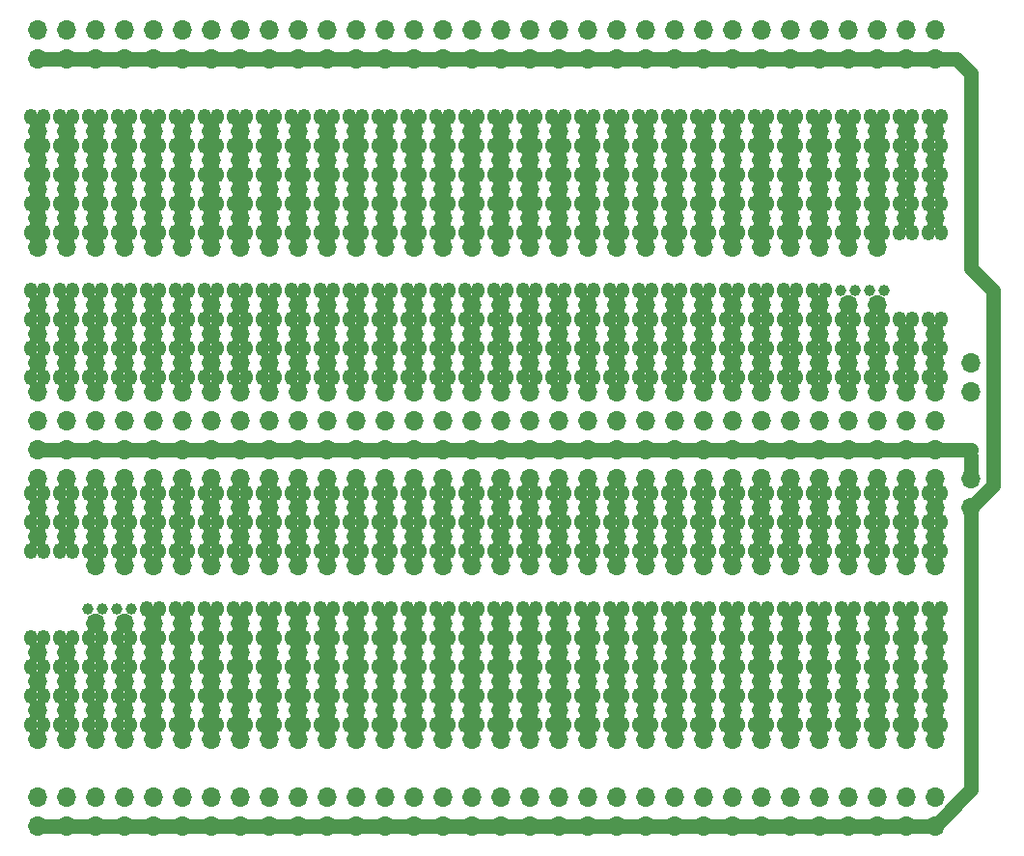
<source format=gbl>
G04 #@! TF.GenerationSoftware,KiCad,Pcbnew,5.0.2+dfsg1-1~bpo9+1*
G04 #@! TF.CreationDate,2020-04-04T02:03:34-04:00*
G04 #@! TF.ProjectId,EDIT_C,45444954-5f43-42e6-9b69-6361645f7063,0.10.a*
G04 #@! TF.SameCoordinates,Original*
G04 #@! TF.FileFunction,Copper,L2,Bot*
G04 #@! TF.FilePolarity,Positive*
%FSLAX46Y46*%
G04 Gerber Fmt 4.6, Leading zero omitted, Abs format (unit mm)*
G04 Created by KiCad (PCBNEW 5.0.2+dfsg1-1~bpo9+1) date Sat 04 Apr 2020 02:03:34 AM EDT*
%MOMM*%
%LPD*%
G01*
G04 APERTURE LIST*
G04 #@! TA.AperFunction,ComponentPad*
%ADD10C,1.000000*%
G04 #@! TD*
G04 #@! TA.AperFunction,ComponentPad*
%ADD11O,1.700000X1.700000*%
G04 #@! TD*
G04 #@! TA.AperFunction,ComponentPad*
%ADD12O,1.200000X1.400000*%
G04 #@! TD*
G04 #@! TA.AperFunction,Conductor*
%ADD13C,0.406400*%
G04 #@! TD*
G04 #@! TA.AperFunction,Conductor*
%ADD14C,1.270000*%
G04 #@! TD*
G04 APERTURE END LIST*
D10*
G04 #@! TO.P,REF\002A\002A,1*
G04 #@! TO.N,N/C*
X90170000Y-66675000D03*
G04 #@! TD*
G04 #@! TO.P,REF\002A\002A,1*
G04 #@! TO.N,N/C*
X88900000Y-66675000D03*
G04 #@! TD*
G04 #@! TO.P,REF\002A\002A,1*
G04 #@! TO.N,N/C*
X87630000Y-66675000D03*
G04 #@! TD*
G04 #@! TO.P,REF\002A\002A,1*
G04 #@! TO.N,N/C*
X86360000Y-66675000D03*
G04 #@! TD*
G04 #@! TO.P,REF\002A\002A,1*
G04 #@! TO.N,N/C*
X24130000Y-94615000D03*
G04 #@! TD*
G04 #@! TO.P,REF\002A\002A,1*
G04 #@! TO.N,N/C*
X22860000Y-94615000D03*
G04 #@! TD*
G04 #@! TO.P,REF\002A\002A,1*
G04 #@! TO.N,N/C*
X21590000Y-94615000D03*
G04 #@! TD*
G04 #@! TO.P,REF\002A\002A,1*
G04 #@! TO.N,N/C*
X20320000Y-94615000D03*
G04 #@! TD*
D11*
G04 #@! TO.P,REF\002A\002A,1*
G04 #@! TO.N,N/C*
X89535000Y-88265000D03*
G04 #@! TD*
G04 #@! TO.P,REF\002A\002A,1*
G04 #@! TO.N,N/C*
X86995000Y-90805000D03*
G04 #@! TD*
D12*
G04 #@! TO.P,P?,1*
G04 #@! TO.N,N/C*
X86460000Y-89535000D03*
G04 #@! TO.P,P?,2*
X87530000Y-89535000D03*
G04 #@! TO.P,P?,3*
X89000000Y-89535000D03*
G04 #@! TO.P,P?,4*
X90070000Y-89535000D03*
G04 #@! TO.P,P?,5*
X91540000Y-89535000D03*
G04 #@! TO.P,P?,6*
X92610000Y-89535000D03*
G04 #@! TO.P,P?,7*
X94080000Y-89535000D03*
G04 #@! TO.P,P?,8*
X95150000Y-89535000D03*
G04 #@! TD*
D11*
G04 #@! TO.P,REF\002A\002A,1*
G04 #@! TO.N,N/C*
X94615000Y-90805000D03*
G04 #@! TD*
G04 #@! TO.P,REF\002A\002A,1*
G04 #@! TO.N,N/C*
X92075000Y-88265000D03*
G04 #@! TD*
D12*
G04 #@! TO.P,P?,1*
G04 #@! TO.N,N/C*
X86460000Y-84455000D03*
G04 #@! TO.P,P?,2*
X87530000Y-84455000D03*
G04 #@! TO.P,P?,3*
X89000000Y-84455000D03*
G04 #@! TO.P,P?,4*
X90070000Y-84455000D03*
G04 #@! TO.P,P?,5*
X91540000Y-84455000D03*
G04 #@! TO.P,P?,6*
X92610000Y-84455000D03*
G04 #@! TO.P,P?,7*
X94080000Y-84455000D03*
G04 #@! TO.P,P?,8*
X95150000Y-84455000D03*
G04 #@! TD*
D11*
G04 #@! TO.P,REF\002A\002A,1*
G04 #@! TO.N,N/C*
X89535000Y-83185000D03*
G04 #@! TD*
G04 #@! TO.P,REF\002A\002A,1*
G04 #@! TO.N,N/C*
X86995000Y-83185000D03*
G04 #@! TD*
G04 #@! TO.P,REF\002A\002A,1*
G04 #@! TO.N,N/C*
X86995000Y-88265000D03*
G04 #@! TD*
G04 #@! TO.P,REF\002A\002A,1*
G04 #@! TO.N,N/C*
X94615000Y-88265000D03*
G04 #@! TD*
G04 #@! TO.P,REF\002A\002A,1*
G04 #@! TO.N,N/C*
X94615000Y-85725000D03*
G04 #@! TD*
G04 #@! TO.P,REF\002A\002A,1*
G04 #@! TO.N,N/C*
X86995000Y-85725000D03*
G04 #@! TD*
D12*
G04 #@! TO.P,P?,1*
G04 #@! TO.N,N/C*
X86460000Y-86995000D03*
G04 #@! TO.P,P?,2*
X87530000Y-86995000D03*
G04 #@! TO.P,P?,3*
X89000000Y-86995000D03*
G04 #@! TO.P,P?,4*
X90070000Y-86995000D03*
G04 #@! TO.P,P?,5*
X91540000Y-86995000D03*
G04 #@! TO.P,P?,6*
X92610000Y-86995000D03*
G04 #@! TO.P,P?,7*
X94080000Y-86995000D03*
G04 #@! TO.P,P?,8*
X95150000Y-86995000D03*
G04 #@! TD*
D11*
G04 #@! TO.P,REF\002A\002A,1*
G04 #@! TO.N,N/C*
X94615000Y-83185000D03*
G04 #@! TD*
G04 #@! TO.P,REF\002A\002A,1*
G04 #@! TO.N,N/C*
X92075000Y-83185000D03*
G04 #@! TD*
G04 #@! TO.P,REF\002A\002A,1*
G04 #@! TO.N,N/C*
X92075000Y-90805000D03*
G04 #@! TD*
G04 #@! TO.P,REF\002A\002A,1*
G04 #@! TO.N,N/C*
X92075000Y-85725000D03*
G04 #@! TD*
G04 #@! TO.P,REF\002A\002A,1*
G04 #@! TO.N,N/C*
X89535000Y-90805000D03*
G04 #@! TD*
G04 #@! TO.P,REF\002A\002A,1*
G04 #@! TO.N,N/C*
X89535000Y-85725000D03*
G04 #@! TD*
G04 #@! TO.P,REF\002A\002A,1*
G04 #@! TO.N,N/C*
X79375000Y-85725000D03*
G04 #@! TD*
G04 #@! TO.P,REF\002A\002A,1*
G04 #@! TO.N,N/C*
X84455000Y-90805000D03*
G04 #@! TD*
G04 #@! TO.P,REF\002A\002A,1*
G04 #@! TO.N,N/C*
X81915000Y-88265000D03*
G04 #@! TD*
D12*
G04 #@! TO.P,P?,8*
G04 #@! TO.N,N/C*
X84990000Y-84455000D03*
G04 #@! TO.P,P?,7*
X83920000Y-84455000D03*
G04 #@! TO.P,P?,6*
X82450000Y-84455000D03*
G04 #@! TO.P,P?,5*
X81380000Y-84455000D03*
G04 #@! TO.P,P?,4*
X79910000Y-84455000D03*
G04 #@! TO.P,P?,3*
X78840000Y-84455000D03*
G04 #@! TO.P,P?,2*
X77370000Y-84455000D03*
G04 #@! TO.P,P?,1*
X76300000Y-84455000D03*
G04 #@! TD*
D11*
G04 #@! TO.P,REF\002A\002A,1*
G04 #@! TO.N,N/C*
X81915000Y-83185000D03*
G04 #@! TD*
G04 #@! TO.P,REF\002A\002A,1*
G04 #@! TO.N,N/C*
X81915000Y-90805000D03*
G04 #@! TD*
G04 #@! TO.P,REF\002A\002A,1*
G04 #@! TO.N,N/C*
X79375000Y-90805000D03*
G04 #@! TD*
G04 #@! TO.P,REF\002A\002A,1*
G04 #@! TO.N,N/C*
X76835000Y-83185000D03*
G04 #@! TD*
D12*
G04 #@! TO.P,P?,8*
G04 #@! TO.N,N/C*
X84990000Y-86995000D03*
G04 #@! TO.P,P?,7*
X83920000Y-86995000D03*
G04 #@! TO.P,P?,6*
X82450000Y-86995000D03*
G04 #@! TO.P,P?,5*
X81380000Y-86995000D03*
G04 #@! TO.P,P?,4*
X79910000Y-86995000D03*
G04 #@! TO.P,P?,3*
X78840000Y-86995000D03*
G04 #@! TO.P,P?,2*
X77370000Y-86995000D03*
G04 #@! TO.P,P?,1*
X76300000Y-86995000D03*
G04 #@! TD*
G04 #@! TO.P,P?,8*
G04 #@! TO.N,N/C*
X84990000Y-89535000D03*
G04 #@! TO.P,P?,7*
X83920000Y-89535000D03*
G04 #@! TO.P,P?,6*
X82450000Y-89535000D03*
G04 #@! TO.P,P?,5*
X81380000Y-89535000D03*
G04 #@! TO.P,P?,4*
X79910000Y-89535000D03*
G04 #@! TO.P,P?,3*
X78840000Y-89535000D03*
G04 #@! TO.P,P?,2*
X77370000Y-89535000D03*
G04 #@! TO.P,P?,1*
X76300000Y-89535000D03*
G04 #@! TD*
D11*
G04 #@! TO.P,REF\002A\002A,1*
G04 #@! TO.N,N/C*
X84455000Y-83185000D03*
G04 #@! TD*
G04 #@! TO.P,REF\002A\002A,1*
G04 #@! TO.N,N/C*
X84455000Y-85725000D03*
G04 #@! TD*
G04 #@! TO.P,REF\002A\002A,1*
G04 #@! TO.N,N/C*
X79375000Y-83185000D03*
G04 #@! TD*
G04 #@! TO.P,REF\002A\002A,1*
G04 #@! TO.N,N/C*
X81915000Y-85725000D03*
G04 #@! TD*
G04 #@! TO.P,REF\002A\002A,1*
G04 #@! TO.N,N/C*
X76835000Y-90805000D03*
G04 #@! TD*
G04 #@! TO.P,REF\002A\002A,1*
G04 #@! TO.N,N/C*
X79375000Y-88265000D03*
G04 #@! TD*
G04 #@! TO.P,REF\002A\002A,1*
G04 #@! TO.N,N/C*
X76835000Y-88265000D03*
G04 #@! TD*
G04 #@! TO.P,REF\002A\002A,1*
G04 #@! TO.N,N/C*
X84455000Y-88265000D03*
G04 #@! TD*
G04 #@! TO.P,REF\002A\002A,1*
G04 #@! TO.N,N/C*
X76835000Y-85725000D03*
G04 #@! TD*
G04 #@! TO.P,REF\002A\002A,1*
G04 #@! TO.N,N/C*
X71755000Y-85725000D03*
G04 #@! TD*
G04 #@! TO.P,REF\002A\002A,1*
G04 #@! TO.N,N/C*
X69215000Y-90805000D03*
G04 #@! TD*
G04 #@! TO.P,REF\002A\002A,1*
G04 #@! TO.N,N/C*
X66675000Y-83185000D03*
G04 #@! TD*
D12*
G04 #@! TO.P,P?,1*
G04 #@! TO.N,N/C*
X66140000Y-86995000D03*
G04 #@! TO.P,P?,2*
X67210000Y-86995000D03*
G04 #@! TO.P,P?,3*
X68680000Y-86995000D03*
G04 #@! TO.P,P?,4*
X69750000Y-86995000D03*
G04 #@! TO.P,P?,5*
X71220000Y-86995000D03*
G04 #@! TO.P,P?,6*
X72290000Y-86995000D03*
G04 #@! TO.P,P?,7*
X73760000Y-86995000D03*
G04 #@! TO.P,P?,8*
X74830000Y-86995000D03*
G04 #@! TD*
D11*
G04 #@! TO.P,REF\002A\002A,1*
G04 #@! TO.N,N/C*
X74295000Y-90805000D03*
G04 #@! TD*
G04 #@! TO.P,REF\002A\002A,1*
G04 #@! TO.N,N/C*
X71755000Y-88265000D03*
G04 #@! TD*
G04 #@! TO.P,REF\002A\002A,1*
G04 #@! TO.N,N/C*
X74295000Y-83185000D03*
G04 #@! TD*
G04 #@! TO.P,REF\002A\002A,1*
G04 #@! TO.N,N/C*
X74295000Y-85725000D03*
G04 #@! TD*
D12*
G04 #@! TO.P,P?,1*
G04 #@! TO.N,N/C*
X66140000Y-84455000D03*
G04 #@! TO.P,P?,2*
X67210000Y-84455000D03*
G04 #@! TO.P,P?,3*
X68680000Y-84455000D03*
G04 #@! TO.P,P?,4*
X69750000Y-84455000D03*
G04 #@! TO.P,P?,5*
X71220000Y-84455000D03*
G04 #@! TO.P,P?,6*
X72290000Y-84455000D03*
G04 #@! TO.P,P?,7*
X73760000Y-84455000D03*
G04 #@! TO.P,P?,8*
X74830000Y-84455000D03*
G04 #@! TD*
D11*
G04 #@! TO.P,REF\002A\002A,1*
G04 #@! TO.N,N/C*
X71755000Y-90805000D03*
G04 #@! TD*
G04 #@! TO.P,REF\002A\002A,1*
G04 #@! TO.N,N/C*
X69215000Y-85725000D03*
G04 #@! TD*
D12*
G04 #@! TO.P,P?,1*
G04 #@! TO.N,N/C*
X66140000Y-89535000D03*
G04 #@! TO.P,P?,2*
X67210000Y-89535000D03*
G04 #@! TO.P,P?,3*
X68680000Y-89535000D03*
G04 #@! TO.P,P?,4*
X69750000Y-89535000D03*
G04 #@! TO.P,P?,5*
X71220000Y-89535000D03*
G04 #@! TO.P,P?,6*
X72290000Y-89535000D03*
G04 #@! TO.P,P?,7*
X73760000Y-89535000D03*
G04 #@! TO.P,P?,8*
X74830000Y-89535000D03*
G04 #@! TD*
D11*
G04 #@! TO.P,REF\002A\002A,1*
G04 #@! TO.N,N/C*
X66675000Y-88265000D03*
G04 #@! TD*
G04 #@! TO.P,REF\002A\002A,1*
G04 #@! TO.N,N/C*
X66675000Y-85725000D03*
G04 #@! TD*
G04 #@! TO.P,REF\002A\002A,1*
G04 #@! TO.N,N/C*
X74295000Y-88265000D03*
G04 #@! TD*
G04 #@! TO.P,REF\002A\002A,1*
G04 #@! TO.N,N/C*
X66675000Y-90805000D03*
G04 #@! TD*
G04 #@! TO.P,REF\002A\002A,1*
G04 #@! TO.N,N/C*
X69215000Y-83185000D03*
G04 #@! TD*
G04 #@! TO.P,REF\002A\002A,1*
G04 #@! TO.N,N/C*
X69215000Y-88265000D03*
G04 #@! TD*
G04 #@! TO.P,REF\002A\002A,1*
G04 #@! TO.N,N/C*
X71755000Y-83185000D03*
G04 #@! TD*
G04 #@! TO.P,REF\002A\002A,1*
G04 #@! TO.N,N/C*
X59055000Y-90805000D03*
G04 #@! TD*
G04 #@! TO.P,REF\002A\002A,1*
G04 #@! TO.N,N/C*
X56515000Y-85725000D03*
G04 #@! TD*
G04 #@! TO.P,REF\002A\002A,1*
G04 #@! TO.N,N/C*
X61595000Y-90805000D03*
G04 #@! TD*
D12*
G04 #@! TO.P,P?,8*
G04 #@! TO.N,N/C*
X64670000Y-89535000D03*
G04 #@! TO.P,P?,7*
X63600000Y-89535000D03*
G04 #@! TO.P,P?,6*
X62130000Y-89535000D03*
G04 #@! TO.P,P?,5*
X61060000Y-89535000D03*
G04 #@! TO.P,P?,4*
X59590000Y-89535000D03*
G04 #@! TO.P,P?,3*
X58520000Y-89535000D03*
G04 #@! TO.P,P?,2*
X57050000Y-89535000D03*
G04 #@! TO.P,P?,1*
X55980000Y-89535000D03*
G04 #@! TD*
D11*
G04 #@! TO.P,REF\002A\002A,1*
G04 #@! TO.N,N/C*
X61595000Y-88265000D03*
G04 #@! TD*
G04 #@! TO.P,REF\002A\002A,1*
G04 #@! TO.N,N/C*
X64135000Y-88265000D03*
G04 #@! TD*
G04 #@! TO.P,REF\002A\002A,1*
G04 #@! TO.N,N/C*
X56515000Y-83185000D03*
G04 #@! TD*
G04 #@! TO.P,REF\002A\002A,1*
G04 #@! TO.N,N/C*
X61595000Y-85725000D03*
G04 #@! TD*
G04 #@! TO.P,REF\002A\002A,1*
G04 #@! TO.N,N/C*
X64135000Y-85725000D03*
G04 #@! TD*
G04 #@! TO.P,REF\002A\002A,1*
G04 #@! TO.N,N/C*
X61595000Y-83185000D03*
G04 #@! TD*
D12*
G04 #@! TO.P,P?,8*
G04 #@! TO.N,N/C*
X64670000Y-86995000D03*
G04 #@! TO.P,P?,7*
X63600000Y-86995000D03*
G04 #@! TO.P,P?,6*
X62130000Y-86995000D03*
G04 #@! TO.P,P?,5*
X61060000Y-86995000D03*
G04 #@! TO.P,P?,4*
X59590000Y-86995000D03*
G04 #@! TO.P,P?,3*
X58520000Y-86995000D03*
G04 #@! TO.P,P?,2*
X57050000Y-86995000D03*
G04 #@! TO.P,P?,1*
X55980000Y-86995000D03*
G04 #@! TD*
D11*
G04 #@! TO.P,REF\002A\002A,1*
G04 #@! TO.N,N/C*
X64135000Y-83185000D03*
G04 #@! TD*
G04 #@! TO.P,REF\002A\002A,1*
G04 #@! TO.N,N/C*
X64135000Y-90805000D03*
G04 #@! TD*
D12*
G04 #@! TO.P,P?,8*
G04 #@! TO.N,N/C*
X64670000Y-84455000D03*
G04 #@! TO.P,P?,7*
X63600000Y-84455000D03*
G04 #@! TO.P,P?,6*
X62130000Y-84455000D03*
G04 #@! TO.P,P?,5*
X61060000Y-84455000D03*
G04 #@! TO.P,P?,4*
X59590000Y-84455000D03*
G04 #@! TO.P,P?,3*
X58520000Y-84455000D03*
G04 #@! TO.P,P?,2*
X57050000Y-84455000D03*
G04 #@! TO.P,P?,1*
X55980000Y-84455000D03*
G04 #@! TD*
D11*
G04 #@! TO.P,REF\002A\002A,1*
G04 #@! TO.N,N/C*
X59055000Y-83185000D03*
G04 #@! TD*
G04 #@! TO.P,REF\002A\002A,1*
G04 #@! TO.N,N/C*
X59055000Y-88265000D03*
G04 #@! TD*
G04 #@! TO.P,REF\002A\002A,1*
G04 #@! TO.N,N/C*
X59055000Y-85725000D03*
G04 #@! TD*
G04 #@! TO.P,REF\002A\002A,1*
G04 #@! TO.N,N/C*
X56515000Y-88265000D03*
G04 #@! TD*
G04 #@! TO.P,REF\002A\002A,1*
G04 #@! TO.N,N/C*
X56515000Y-90805000D03*
G04 #@! TD*
G04 #@! TO.P,REF\002A\002A,1*
G04 #@! TO.N,N/C*
X53975000Y-85725000D03*
G04 #@! TD*
G04 #@! TO.P,REF\002A\002A,1*
G04 #@! TO.N,N/C*
X48895000Y-83185000D03*
G04 #@! TD*
G04 #@! TO.P,REF\002A\002A,1*
G04 #@! TO.N,N/C*
X46355000Y-85725000D03*
G04 #@! TD*
G04 #@! TO.P,REF\002A\002A,1*
G04 #@! TO.N,N/C*
X51435000Y-83185000D03*
G04 #@! TD*
G04 #@! TO.P,REF\002A\002A,1*
G04 #@! TO.N,N/C*
X51435000Y-85725000D03*
G04 #@! TD*
G04 #@! TO.P,REF\002A\002A,1*
G04 #@! TO.N,N/C*
X48895000Y-90805000D03*
G04 #@! TD*
D12*
G04 #@! TO.P,P?,1*
G04 #@! TO.N,N/C*
X45820000Y-86995000D03*
G04 #@! TO.P,P?,2*
X46890000Y-86995000D03*
G04 #@! TO.P,P?,3*
X48360000Y-86995000D03*
G04 #@! TO.P,P?,4*
X49430000Y-86995000D03*
G04 #@! TO.P,P?,5*
X50900000Y-86995000D03*
G04 #@! TO.P,P?,6*
X51970000Y-86995000D03*
G04 #@! TO.P,P?,7*
X53440000Y-86995000D03*
G04 #@! TO.P,P?,8*
X54510000Y-86995000D03*
G04 #@! TD*
D11*
G04 #@! TO.P,REF\002A\002A,1*
G04 #@! TO.N,N/C*
X53975000Y-90805000D03*
G04 #@! TD*
G04 #@! TO.P,REF\002A\002A,1*
G04 #@! TO.N,N/C*
X46355000Y-83185000D03*
G04 #@! TD*
G04 #@! TO.P,REF\002A\002A,1*
G04 #@! TO.N,N/C*
X48895000Y-85725000D03*
G04 #@! TD*
G04 #@! TO.P,REF\002A\002A,1*
G04 #@! TO.N,N/C*
X46355000Y-90805000D03*
G04 #@! TD*
G04 #@! TO.P,REF\002A\002A,1*
G04 #@! TO.N,N/C*
X51435000Y-88265000D03*
G04 #@! TD*
G04 #@! TO.P,REF\002A\002A,1*
G04 #@! TO.N,N/C*
X48895000Y-88265000D03*
G04 #@! TD*
G04 #@! TO.P,REF\002A\002A,1*
G04 #@! TO.N,N/C*
X53975000Y-88265000D03*
G04 #@! TD*
D12*
G04 #@! TO.P,P?,1*
G04 #@! TO.N,N/C*
X45820000Y-89535000D03*
G04 #@! TO.P,P?,2*
X46890000Y-89535000D03*
G04 #@! TO.P,P?,3*
X48360000Y-89535000D03*
G04 #@! TO.P,P?,4*
X49430000Y-89535000D03*
G04 #@! TO.P,P?,5*
X50900000Y-89535000D03*
G04 #@! TO.P,P?,6*
X51970000Y-89535000D03*
G04 #@! TO.P,P?,7*
X53440000Y-89535000D03*
G04 #@! TO.P,P?,8*
X54510000Y-89535000D03*
G04 #@! TD*
D11*
G04 #@! TO.P,REF\002A\002A,1*
G04 #@! TO.N,N/C*
X51435000Y-90805000D03*
G04 #@! TD*
G04 #@! TO.P,REF\002A\002A,1*
G04 #@! TO.N,N/C*
X53975000Y-83185000D03*
G04 #@! TD*
D12*
G04 #@! TO.P,P?,1*
G04 #@! TO.N,N/C*
X45820000Y-84455000D03*
G04 #@! TO.P,P?,2*
X46890000Y-84455000D03*
G04 #@! TO.P,P?,3*
X48360000Y-84455000D03*
G04 #@! TO.P,P?,4*
X49430000Y-84455000D03*
G04 #@! TO.P,P?,5*
X50900000Y-84455000D03*
G04 #@! TO.P,P?,6*
X51970000Y-84455000D03*
G04 #@! TO.P,P?,7*
X53440000Y-84455000D03*
G04 #@! TO.P,P?,8*
X54510000Y-84455000D03*
G04 #@! TD*
D11*
G04 #@! TO.P,REF\002A\002A,1*
G04 #@! TO.N,N/C*
X46355000Y-88265000D03*
G04 #@! TD*
G04 #@! TO.P,REF\002A\002A,1*
G04 #@! TO.N,N/C*
X43815000Y-88265000D03*
G04 #@! TD*
G04 #@! TO.P,REF\002A\002A,1*
G04 #@! TO.N,N/C*
X43815000Y-83185000D03*
G04 #@! TD*
G04 #@! TO.P,REF\002A\002A,1*
G04 #@! TO.N,N/C*
X38735000Y-88265000D03*
G04 #@! TD*
G04 #@! TO.P,REF\002A\002A,1*
G04 #@! TO.N,N/C*
X41275000Y-83185000D03*
G04 #@! TD*
G04 #@! TO.P,REF\002A\002A,1*
G04 #@! TO.N,N/C*
X41275000Y-88265000D03*
G04 #@! TD*
G04 #@! TO.P,REF\002A\002A,1*
G04 #@! TO.N,N/C*
X43815000Y-90805000D03*
G04 #@! TD*
G04 #@! TO.P,REF\002A\002A,1*
G04 #@! TO.N,N/C*
X38735000Y-83185000D03*
G04 #@! TD*
G04 #@! TO.P,REF\002A\002A,1*
G04 #@! TO.N,N/C*
X38735000Y-85725000D03*
G04 #@! TD*
G04 #@! TO.P,REF\002A\002A,1*
G04 #@! TO.N,N/C*
X41275000Y-85725000D03*
G04 #@! TD*
D12*
G04 #@! TO.P,P?,8*
G04 #@! TO.N,N/C*
X44350000Y-89535000D03*
G04 #@! TO.P,P?,7*
X43280000Y-89535000D03*
G04 #@! TO.P,P?,6*
X41810000Y-89535000D03*
G04 #@! TO.P,P?,5*
X40740000Y-89535000D03*
G04 #@! TO.P,P?,4*
X39270000Y-89535000D03*
G04 #@! TO.P,P?,3*
X38200000Y-89535000D03*
G04 #@! TO.P,P?,2*
X36730000Y-89535000D03*
G04 #@! TO.P,P?,1*
X35660000Y-89535000D03*
G04 #@! TD*
D11*
G04 #@! TO.P,REF\002A\002A,1*
G04 #@! TO.N,N/C*
X43815000Y-85725000D03*
G04 #@! TD*
G04 #@! TO.P,REF\002A\002A,1*
G04 #@! TO.N,N/C*
X36195000Y-83185000D03*
G04 #@! TD*
G04 #@! TO.P,REF\002A\002A,1*
G04 #@! TO.N,N/C*
X41275000Y-90805000D03*
G04 #@! TD*
G04 #@! TO.P,REF\002A\002A,1*
G04 #@! TO.N,N/C*
X36195000Y-88265000D03*
G04 #@! TD*
G04 #@! TO.P,REF\002A\002A,1*
G04 #@! TO.N,N/C*
X36195000Y-90805000D03*
G04 #@! TD*
D12*
G04 #@! TO.P,P?,8*
G04 #@! TO.N,N/C*
X44350000Y-84455000D03*
G04 #@! TO.P,P?,7*
X43280000Y-84455000D03*
G04 #@! TO.P,P?,6*
X41810000Y-84455000D03*
G04 #@! TO.P,P?,5*
X40740000Y-84455000D03*
G04 #@! TO.P,P?,4*
X39270000Y-84455000D03*
G04 #@! TO.P,P?,3*
X38200000Y-84455000D03*
G04 #@! TO.P,P?,2*
X36730000Y-84455000D03*
G04 #@! TO.P,P?,1*
X35660000Y-84455000D03*
G04 #@! TD*
D11*
G04 #@! TO.P,REF\002A\002A,1*
G04 #@! TO.N,N/C*
X36195000Y-85725000D03*
G04 #@! TD*
D12*
G04 #@! TO.P,P?,8*
G04 #@! TO.N,N/C*
X44350000Y-86995000D03*
G04 #@! TO.P,P?,7*
X43280000Y-86995000D03*
G04 #@! TO.P,P?,6*
X41810000Y-86995000D03*
G04 #@! TO.P,P?,5*
X40740000Y-86995000D03*
G04 #@! TO.P,P?,4*
X39270000Y-86995000D03*
G04 #@! TO.P,P?,3*
X38200000Y-86995000D03*
G04 #@! TO.P,P?,2*
X36730000Y-86995000D03*
G04 #@! TO.P,P?,1*
X35660000Y-86995000D03*
G04 #@! TD*
D11*
G04 #@! TO.P,REF\002A\002A,1*
G04 #@! TO.N,N/C*
X38735000Y-90805000D03*
G04 #@! TD*
G04 #@! TO.P,REF\002A\002A,1*
G04 #@! TO.N,N/C*
X97790000Y-83185000D03*
G04 #@! TD*
G04 #@! TO.P,REF\002A\002A,1*
G04 #@! TO.N,N/C*
X97790000Y-85725000D03*
G04 #@! TD*
G04 #@! TO.P,REF\002A\002A,1*
G04 #@! TO.N,N/C*
X97790000Y-73025000D03*
G04 #@! TD*
G04 #@! TO.P,REF\002A\002A,1*
G04 #@! TO.N,N/C*
X97790000Y-75565000D03*
G04 #@! TD*
G04 #@! TO.P,REF\002A\002A,1*
G04 #@! TO.N,N/C*
X86995000Y-43815000D03*
G04 #@! TD*
G04 #@! TO.P,REF\002A\002A,1*
G04 #@! TO.N,N/C*
X94615000Y-46355000D03*
G04 #@! TD*
G04 #@! TO.P,REF\002A\002A,1*
G04 #@! TO.N,N/C*
X92075000Y-43815000D03*
G04 #@! TD*
G04 #@! TO.P,REF\002A\002A,1*
G04 #@! TO.N,N/C*
X86995000Y-46355000D03*
G04 #@! TD*
G04 #@! TO.P,REF\002A\002A,1*
G04 #@! TO.N,N/C*
X94615000Y-43815000D03*
G04 #@! TD*
G04 #@! TO.P,REF\002A\002A,1*
G04 #@! TO.N,N/C*
X89535000Y-46355000D03*
G04 #@! TD*
G04 #@! TO.P,REF\002A\002A,1*
G04 #@! TO.N,N/C*
X89535000Y-43815000D03*
G04 #@! TD*
G04 #@! TO.P,REF\002A\002A,1*
G04 #@! TO.N,N/C*
X92075000Y-46355000D03*
G04 #@! TD*
G04 #@! TO.P,REF\002A\002A,1*
G04 #@! TO.N,N/C*
X84455000Y-43815000D03*
G04 #@! TD*
G04 #@! TO.P,REF\002A\002A,1*
G04 #@! TO.N,N/C*
X61595000Y-46355000D03*
G04 #@! TD*
G04 #@! TO.P,REF\002A\002A,1*
G04 #@! TO.N,N/C*
X48895000Y-46355000D03*
G04 #@! TD*
G04 #@! TO.P,REF\002A\002A,1*
G04 #@! TO.N,N/C*
X69215000Y-46355000D03*
G04 #@! TD*
G04 #@! TO.P,REF\002A\002A,1*
G04 #@! TO.N,N/C*
X84455000Y-46355000D03*
G04 #@! TD*
G04 #@! TO.P,REF\002A\002A,1*
G04 #@! TO.N,N/C*
X36195000Y-43815000D03*
G04 #@! TD*
G04 #@! TO.P,REF\002A\002A,1*
G04 #@! TO.N,N/C*
X48895000Y-43815000D03*
G04 #@! TD*
G04 #@! TO.P,REF\002A\002A,1*
G04 #@! TO.N,N/C*
X41275000Y-43815000D03*
G04 #@! TD*
G04 #@! TO.P,REF\002A\002A,1*
G04 #@! TO.N,N/C*
X46355000Y-43815000D03*
G04 #@! TD*
G04 #@! TO.P,REF\002A\002A,1*
G04 #@! TO.N,N/C*
X26035000Y-46355000D03*
G04 #@! TD*
G04 #@! TO.P,REF\002A\002A,1*
G04 #@! TO.N,N/C*
X31115000Y-46355000D03*
G04 #@! TD*
G04 #@! TO.P,REF\002A\002A,1*
G04 #@! TO.N,N/C*
X18415000Y-43815000D03*
G04 #@! TD*
G04 #@! TO.P,REF\002A\002A,1*
G04 #@! TO.N,N/C*
X20955000Y-43815000D03*
G04 #@! TD*
G04 #@! TO.P,REF\002A\002A,1*
G04 #@! TO.N,N/C*
X46355000Y-46355000D03*
G04 #@! TD*
G04 #@! TO.P,REF\002A\002A,1*
G04 #@! TO.N,N/C*
X33655000Y-46355000D03*
G04 #@! TD*
G04 #@! TO.P,REF\002A\002A,1*
G04 #@! TO.N,N/C*
X28575000Y-43815000D03*
G04 #@! TD*
G04 #@! TO.P,REF\002A\002A,1*
G04 #@! TO.N,N/C*
X23495000Y-46355000D03*
G04 #@! TD*
G04 #@! TO.P,REF\002A\002A,1*
G04 #@! TO.N,N/C*
X18415000Y-46355000D03*
G04 #@! TD*
G04 #@! TO.P,REF\002A\002A,1*
G04 #@! TO.N,N/C*
X66675000Y-46355000D03*
G04 #@! TD*
G04 #@! TO.P,REF\002A\002A,1*
G04 #@! TO.N,N/C*
X53975000Y-46355000D03*
G04 #@! TD*
G04 #@! TO.P,REF\002A\002A,1*
G04 #@! TO.N,N/C*
X71755000Y-43815000D03*
G04 #@! TD*
G04 #@! TO.P,REF\002A\002A,1*
G04 #@! TO.N,N/C*
X74295000Y-46355000D03*
G04 #@! TD*
G04 #@! TO.P,REF\002A\002A,1*
G04 #@! TO.N,N/C*
X59055000Y-46355000D03*
G04 #@! TD*
G04 #@! TO.P,REF\002A\002A,1*
G04 #@! TO.N,N/C*
X74295000Y-43815000D03*
G04 #@! TD*
G04 #@! TO.P,REF\002A\002A,1*
G04 #@! TO.N,N/C*
X79375000Y-46355000D03*
G04 #@! TD*
G04 #@! TO.P,REF\002A\002A,1*
G04 #@! TO.N,N/C*
X56515000Y-46355000D03*
G04 #@! TD*
G04 #@! TO.P,REF\002A\002A,1*
G04 #@! TO.N,N/C*
X69215000Y-43815000D03*
G04 #@! TD*
G04 #@! TO.P,REF\002A\002A,1*
G04 #@! TO.N,N/C*
X66675000Y-43815000D03*
G04 #@! TD*
G04 #@! TO.P,REF\002A\002A,1*
G04 #@! TO.N,N/C*
X15875000Y-43815000D03*
G04 #@! TD*
G04 #@! TO.P,REF\002A\002A,1*
G04 #@! TO.N,N/C*
X81915000Y-46355000D03*
G04 #@! TD*
G04 #@! TO.P,REF\002A\002A,1*
G04 #@! TO.N,N/C*
X15875000Y-46355000D03*
G04 #@! TD*
G04 #@! TO.P,REF\002A\002A,1*
G04 #@! TO.N,N/C*
X20955000Y-46355000D03*
G04 #@! TD*
G04 #@! TO.P,REF\002A\002A,1*
G04 #@! TO.N,N/C*
X23495000Y-43815000D03*
G04 #@! TD*
G04 #@! TO.P,REF\002A\002A,1*
G04 #@! TO.N,N/C*
X33655000Y-43815000D03*
G04 #@! TD*
G04 #@! TO.P,REF\002A\002A,1*
G04 #@! TO.N,N/C*
X28575000Y-46355000D03*
G04 #@! TD*
G04 #@! TO.P,REF\002A\002A,1*
G04 #@! TO.N,N/C*
X59055000Y-43815000D03*
G04 #@! TD*
G04 #@! TO.P,REF\002A\002A,1*
G04 #@! TO.N,N/C*
X53975000Y-43815000D03*
G04 #@! TD*
G04 #@! TO.P,REF\002A\002A,1*
G04 #@! TO.N,N/C*
X64135000Y-46355000D03*
G04 #@! TD*
G04 #@! TO.P,REF\002A\002A,1*
G04 #@! TO.N,N/C*
X51435000Y-46355000D03*
G04 #@! TD*
G04 #@! TO.P,REF\002A\002A,1*
G04 #@! TO.N,N/C*
X76835000Y-46355000D03*
G04 #@! TD*
G04 #@! TO.P,REF\002A\002A,1*
G04 #@! TO.N,N/C*
X71755000Y-46355000D03*
G04 #@! TD*
G04 #@! TO.P,REF\002A\002A,1*
G04 #@! TO.N,N/C*
X61595000Y-43815000D03*
G04 #@! TD*
G04 #@! TO.P,REF\002A\002A,1*
G04 #@! TO.N,N/C*
X43815000Y-43815000D03*
G04 #@! TD*
G04 #@! TO.P,REF\002A\002A,1*
G04 #@! TO.N,N/C*
X38735000Y-46355000D03*
G04 #@! TD*
G04 #@! TO.P,REF\002A\002A,1*
G04 #@! TO.N,N/C*
X36195000Y-46355000D03*
G04 #@! TD*
G04 #@! TO.P,REF\002A\002A,1*
G04 #@! TO.N,N/C*
X41275000Y-46355000D03*
G04 #@! TD*
G04 #@! TO.P,REF\002A\002A,1*
G04 #@! TO.N,N/C*
X56515000Y-43815000D03*
G04 #@! TD*
G04 #@! TO.P,REF\002A\002A,1*
G04 #@! TO.N,N/C*
X79375000Y-43815000D03*
G04 #@! TD*
G04 #@! TO.P,REF\002A\002A,1*
G04 #@! TO.N,N/C*
X81915000Y-43815000D03*
G04 #@! TD*
G04 #@! TO.P,REF\002A\002A,1*
G04 #@! TO.N,N/C*
X26035000Y-43815000D03*
G04 #@! TD*
G04 #@! TO.P,REF\002A\002A,1*
G04 #@! TO.N,N/C*
X31115000Y-43815000D03*
G04 #@! TD*
G04 #@! TO.P,REF\002A\002A,1*
G04 #@! TO.N,N/C*
X76835000Y-43815000D03*
G04 #@! TD*
G04 #@! TO.P,REF\002A\002A,1*
G04 #@! TO.N,N/C*
X51435000Y-43815000D03*
G04 #@! TD*
G04 #@! TO.P,REF\002A\002A,1*
G04 #@! TO.N,N/C*
X64135000Y-43815000D03*
G04 #@! TD*
G04 #@! TO.P,REF\002A\002A,1*
G04 #@! TO.N,N/C*
X43815000Y-46355000D03*
G04 #@! TD*
G04 #@! TO.P,REF\002A\002A,1*
G04 #@! TO.N,N/C*
X38735000Y-43815000D03*
G04 #@! TD*
G04 #@! TO.P,REF\002A\002A,1*
G04 #@! TO.N,N/C*
X86995000Y-78105000D03*
G04 #@! TD*
G04 #@! TO.P,REF\002A\002A,1*
G04 #@! TO.N,N/C*
X94615000Y-80645000D03*
G04 #@! TD*
G04 #@! TO.P,REF\002A\002A,1*
G04 #@! TO.N,N/C*
X92075000Y-78105000D03*
G04 #@! TD*
G04 #@! TO.P,REF\002A\002A,1*
G04 #@! TO.N,N/C*
X86995000Y-80645000D03*
G04 #@! TD*
G04 #@! TO.P,REF\002A\002A,1*
G04 #@! TO.N,N/C*
X94615000Y-78105000D03*
G04 #@! TD*
G04 #@! TO.P,REF\002A\002A,1*
G04 #@! TO.N,N/C*
X89535000Y-80645000D03*
G04 #@! TD*
G04 #@! TO.P,REF\002A\002A,1*
G04 #@! TO.N,N/C*
X89535000Y-78105000D03*
G04 #@! TD*
G04 #@! TO.P,REF\002A\002A,1*
G04 #@! TO.N,N/C*
X92075000Y-80645000D03*
G04 #@! TD*
G04 #@! TO.P,REF\002A\002A,1*
G04 #@! TO.N,N/C*
X84455000Y-78105000D03*
G04 #@! TD*
G04 #@! TO.P,REF\002A\002A,1*
G04 #@! TO.N,N/C*
X61595000Y-80645000D03*
G04 #@! TD*
G04 #@! TO.P,REF\002A\002A,1*
G04 #@! TO.N,N/C*
X48895000Y-80645000D03*
G04 #@! TD*
G04 #@! TO.P,REF\002A\002A,1*
G04 #@! TO.N,N/C*
X69215000Y-80645000D03*
G04 #@! TD*
G04 #@! TO.P,REF\002A\002A,1*
G04 #@! TO.N,N/C*
X84455000Y-80645000D03*
G04 #@! TD*
G04 #@! TO.P,REF\002A\002A,1*
G04 #@! TO.N,N/C*
X36195000Y-78105000D03*
G04 #@! TD*
G04 #@! TO.P,REF\002A\002A,1*
G04 #@! TO.N,N/C*
X48895000Y-78105000D03*
G04 #@! TD*
G04 #@! TO.P,REF\002A\002A,1*
G04 #@! TO.N,N/C*
X41275000Y-78105000D03*
G04 #@! TD*
G04 #@! TO.P,REF\002A\002A,1*
G04 #@! TO.N,N/C*
X46355000Y-78105000D03*
G04 #@! TD*
G04 #@! TO.P,REF\002A\002A,1*
G04 #@! TO.N,N/C*
X26035000Y-80645000D03*
G04 #@! TD*
G04 #@! TO.P,REF\002A\002A,1*
G04 #@! TO.N,N/C*
X31115000Y-80645000D03*
G04 #@! TD*
G04 #@! TO.P,REF\002A\002A,1*
G04 #@! TO.N,N/C*
X18415000Y-78105000D03*
G04 #@! TD*
G04 #@! TO.P,REF\002A\002A,1*
G04 #@! TO.N,N/C*
X20955000Y-78105000D03*
G04 #@! TD*
G04 #@! TO.P,REF\002A\002A,1*
G04 #@! TO.N,N/C*
X46355000Y-80645000D03*
G04 #@! TD*
G04 #@! TO.P,REF\002A\002A,1*
G04 #@! TO.N,N/C*
X33655000Y-80645000D03*
G04 #@! TD*
G04 #@! TO.P,REF\002A\002A,1*
G04 #@! TO.N,N/C*
X28575000Y-78105000D03*
G04 #@! TD*
G04 #@! TO.P,REF\002A\002A,1*
G04 #@! TO.N,N/C*
X23495000Y-80645000D03*
G04 #@! TD*
G04 #@! TO.P,REF\002A\002A,1*
G04 #@! TO.N,N/C*
X18415000Y-80645000D03*
G04 #@! TD*
G04 #@! TO.P,REF\002A\002A,1*
G04 #@! TO.N,N/C*
X66675000Y-80645000D03*
G04 #@! TD*
G04 #@! TO.P,REF\002A\002A,1*
G04 #@! TO.N,N/C*
X53975000Y-80645000D03*
G04 #@! TD*
G04 #@! TO.P,REF\002A\002A,1*
G04 #@! TO.N,N/C*
X71755000Y-78105000D03*
G04 #@! TD*
G04 #@! TO.P,REF\002A\002A,1*
G04 #@! TO.N,N/C*
X74295000Y-80645000D03*
G04 #@! TD*
G04 #@! TO.P,REF\002A\002A,1*
G04 #@! TO.N,N/C*
X59055000Y-80645000D03*
G04 #@! TD*
G04 #@! TO.P,REF\002A\002A,1*
G04 #@! TO.N,N/C*
X74295000Y-78105000D03*
G04 #@! TD*
G04 #@! TO.P,REF\002A\002A,1*
G04 #@! TO.N,N/C*
X79375000Y-80645000D03*
G04 #@! TD*
G04 #@! TO.P,REF\002A\002A,1*
G04 #@! TO.N,N/C*
X56515000Y-80645000D03*
G04 #@! TD*
G04 #@! TO.P,REF\002A\002A,1*
G04 #@! TO.N,N/C*
X69215000Y-78105000D03*
G04 #@! TD*
G04 #@! TO.P,REF\002A\002A,1*
G04 #@! TO.N,N/C*
X15875000Y-80645000D03*
G04 #@! TD*
G04 #@! TO.P,REF\002A\002A,1*
G04 #@! TO.N,N/C*
X20955000Y-80645000D03*
G04 #@! TD*
G04 #@! TO.P,REF\002A\002A,1*
G04 #@! TO.N,N/C*
X23495000Y-78105000D03*
G04 #@! TD*
G04 #@! TO.P,REF\002A\002A,1*
G04 #@! TO.N,N/C*
X33655000Y-78105000D03*
G04 #@! TD*
G04 #@! TO.P,REF\002A\002A,1*
G04 #@! TO.N,N/C*
X28575000Y-80645000D03*
G04 #@! TD*
G04 #@! TO.P,REF\002A\002A,1*
G04 #@! TO.N,N/C*
X59055000Y-78105000D03*
G04 #@! TD*
G04 #@! TO.P,REF\002A\002A,1*
G04 #@! TO.N,N/C*
X53975000Y-78105000D03*
G04 #@! TD*
G04 #@! TO.P,REF\002A\002A,1*
G04 #@! TO.N,N/C*
X64135000Y-80645000D03*
G04 #@! TD*
G04 #@! TO.P,REF\002A\002A,1*
G04 #@! TO.N,N/C*
X51435000Y-80645000D03*
G04 #@! TD*
G04 #@! TO.P,REF\002A\002A,1*
G04 #@! TO.N,N/C*
X76835000Y-80645000D03*
G04 #@! TD*
G04 #@! TO.P,REF\002A\002A,1*
G04 #@! TO.N,N/C*
X71755000Y-80645000D03*
G04 #@! TD*
G04 #@! TO.P,REF\002A\002A,1*
G04 #@! TO.N,N/C*
X61595000Y-78105000D03*
G04 #@! TD*
G04 #@! TO.P,REF\002A\002A,1*
G04 #@! TO.N,N/C*
X43815000Y-78105000D03*
G04 #@! TD*
G04 #@! TO.P,REF\002A\002A,1*
G04 #@! TO.N,N/C*
X38735000Y-80645000D03*
G04 #@! TD*
G04 #@! TO.P,REF\002A\002A,1*
G04 #@! TO.N,N/C*
X36195000Y-80645000D03*
G04 #@! TD*
G04 #@! TO.P,REF\002A\002A,1*
G04 #@! TO.N,N/C*
X41275000Y-80645000D03*
G04 #@! TD*
G04 #@! TO.P,REF\002A\002A,1*
G04 #@! TO.N,N/C*
X56515000Y-78105000D03*
G04 #@! TD*
G04 #@! TO.P,REF\002A\002A,1*
G04 #@! TO.N,N/C*
X79375000Y-78105000D03*
G04 #@! TD*
G04 #@! TO.P,REF\002A\002A,1*
G04 #@! TO.N,N/C*
X81915000Y-78105000D03*
G04 #@! TD*
G04 #@! TO.P,REF\002A\002A,1*
G04 #@! TO.N,N/C*
X26035000Y-78105000D03*
G04 #@! TD*
G04 #@! TO.P,REF\002A\002A,1*
G04 #@! TO.N,N/C*
X31115000Y-78105000D03*
G04 #@! TD*
G04 #@! TO.P,REF\002A\002A,1*
G04 #@! TO.N,N/C*
X76835000Y-78105000D03*
G04 #@! TD*
G04 #@! TO.P,REF\002A\002A,1*
G04 #@! TO.N,N/C*
X51435000Y-78105000D03*
G04 #@! TD*
G04 #@! TO.P,REF\002A\002A,1*
G04 #@! TO.N,N/C*
X64135000Y-78105000D03*
G04 #@! TD*
G04 #@! TO.P,REF\002A\002A,1*
G04 #@! TO.N,N/C*
X43815000Y-80645000D03*
G04 #@! TD*
G04 #@! TO.P,REF\002A\002A,1*
G04 #@! TO.N,N/C*
X38735000Y-78105000D03*
G04 #@! TD*
G04 #@! TO.P,REF\002A\002A,1*
G04 #@! TO.N,N/C*
X66675000Y-78105000D03*
G04 #@! TD*
G04 #@! TO.P,REF\002A\002A,1*
G04 #@! TO.N,N/C*
X15875000Y-78105000D03*
G04 #@! TD*
G04 #@! TO.P,REF\002A\002A,1*
G04 #@! TO.N,N/C*
X81915000Y-80645000D03*
G04 #@! TD*
G04 #@! TO.P,REF\002A\002A,1*
G04 #@! TO.N,N/C*
X94615000Y-111125000D03*
G04 #@! TD*
G04 #@! TO.P,REF\002A\002A,1*
G04 #@! TO.N,N/C*
X92075000Y-111125000D03*
G04 #@! TD*
G04 #@! TO.P,REF\002A\002A,1*
G04 #@! TO.N,N/C*
X89535000Y-111125000D03*
G04 #@! TD*
G04 #@! TO.P,REF\002A\002A,1*
G04 #@! TO.N,N/C*
X86995000Y-111125000D03*
G04 #@! TD*
G04 #@! TO.P,REF\002A\002A,1*
G04 #@! TO.N,N/C*
X94615000Y-113665000D03*
G04 #@! TD*
G04 #@! TO.P,REF\002A\002A,1*
G04 #@! TO.N,N/C*
X92075000Y-113665000D03*
G04 #@! TD*
G04 #@! TO.P,REF\002A\002A,1*
G04 #@! TO.N,N/C*
X89535000Y-113665000D03*
G04 #@! TD*
G04 #@! TO.P,REF\002A\002A,1*
G04 #@! TO.N,N/C*
X86995000Y-113665000D03*
G04 #@! TD*
G04 #@! TO.P,REF\002A\002A,1*
G04 #@! TO.N,N/C*
X92075000Y-55245000D03*
G04 #@! TD*
G04 #@! TO.P,REF\002A\002A,1*
G04 #@! TO.N,N/C*
X74295000Y-60325000D03*
G04 #@! TD*
G04 #@! TO.P,REF\002A\002A,1*
G04 #@! TO.N,N/C*
X74295000Y-55245000D03*
G04 #@! TD*
G04 #@! TO.P,REF\002A\002A,1*
G04 #@! TO.N,N/C*
X81915000Y-55245000D03*
G04 #@! TD*
G04 #@! TO.P,REF\002A\002A,1*
G04 #@! TO.N,N/C*
X69215000Y-62865000D03*
G04 #@! TD*
G04 #@! TO.P,REF\002A\002A,1*
G04 #@! TO.N,N/C*
X69215000Y-55245000D03*
G04 #@! TD*
G04 #@! TO.P,REF\002A\002A,1*
G04 #@! TO.N,N/C*
X74295000Y-62865000D03*
G04 #@! TD*
G04 #@! TO.P,REF\002A\002A,1*
G04 #@! TO.N,N/C*
X56515000Y-55245000D03*
G04 #@! TD*
G04 #@! TO.P,REF\002A\002A,1*
G04 #@! TO.N,N/C*
X56515000Y-57785000D03*
G04 #@! TD*
G04 #@! TO.P,REF\002A\002A,1*
G04 #@! TO.N,N/C*
X56515000Y-52705000D03*
G04 #@! TD*
G04 #@! TO.P,REF\002A\002A,1*
G04 #@! TO.N,N/C*
X92075000Y-52705000D03*
G04 #@! TD*
G04 #@! TO.P,REF\002A\002A,1*
G04 #@! TO.N,N/C*
X92075000Y-60325000D03*
G04 #@! TD*
G04 #@! TO.P,REF\002A\002A,1*
G04 #@! TO.N,N/C*
X79375000Y-55245000D03*
G04 #@! TD*
G04 #@! TO.P,REF\002A\002A,1*
G04 #@! TO.N,N/C*
X84455000Y-60325000D03*
G04 #@! TD*
G04 #@! TO.P,REF\002A\002A,1*
G04 #@! TO.N,N/C*
X76835000Y-55245000D03*
G04 #@! TD*
D12*
G04 #@! TO.P,P?,1*
G04 #@! TO.N,N/C*
X86460000Y-56515000D03*
G04 #@! TO.P,P?,2*
X87530000Y-56515000D03*
G04 #@! TO.P,P?,3*
X89000000Y-56515000D03*
G04 #@! TO.P,P?,4*
X90070000Y-56515000D03*
G04 #@! TO.P,P?,5*
X91540000Y-56515000D03*
G04 #@! TO.P,P?,6*
X92610000Y-56515000D03*
G04 #@! TO.P,P?,7*
X94080000Y-56515000D03*
G04 #@! TO.P,P?,8*
X95150000Y-56515000D03*
G04 #@! TD*
D11*
G04 #@! TO.P,REF\002A\002A,1*
G04 #@! TO.N,N/C*
X86995000Y-57785000D03*
G04 #@! TD*
G04 #@! TO.P,REF\002A\002A,1*
G04 #@! TO.N,N/C*
X94615000Y-60325000D03*
G04 #@! TD*
G04 #@! TO.P,REF\002A\002A,1*
G04 #@! TO.N,N/C*
X94615000Y-55245000D03*
G04 #@! TD*
G04 #@! TO.P,REF\002A\002A,1*
G04 #@! TO.N,N/C*
X86995000Y-60325000D03*
G04 #@! TD*
G04 #@! TO.P,REF\002A\002A,1*
G04 #@! TO.N,N/C*
X59055000Y-57785000D03*
G04 #@! TD*
G04 #@! TO.P,REF\002A\002A,1*
G04 #@! TO.N,N/C*
X59055000Y-60325000D03*
G04 #@! TD*
G04 #@! TO.P,REF\002A\002A,1*
G04 #@! TO.N,N/C*
X59055000Y-62865000D03*
G04 #@! TD*
G04 #@! TO.P,REF\002A\002A,1*
G04 #@! TO.N,N/C*
X56515000Y-60325000D03*
G04 #@! TD*
G04 #@! TO.P,REF\002A\002A,1*
G04 #@! TO.N,N/C*
X56515000Y-62865000D03*
G04 #@! TD*
G04 #@! TO.P,REF\002A\002A,1*
G04 #@! TO.N,N/C*
X66675000Y-55245000D03*
G04 #@! TD*
G04 #@! TO.P,REF\002A\002A,1*
G04 #@! TO.N,N/C*
X66675000Y-52705000D03*
G04 #@! TD*
G04 #@! TO.P,REF\002A\002A,1*
G04 #@! TO.N,N/C*
X74295000Y-57785000D03*
G04 #@! TD*
G04 #@! TO.P,REF\002A\002A,1*
G04 #@! TO.N,N/C*
X89535000Y-62865000D03*
G04 #@! TD*
G04 #@! TO.P,REF\002A\002A,1*
G04 #@! TO.N,N/C*
X76835000Y-52705000D03*
G04 #@! TD*
G04 #@! TO.P,REF\002A\002A,1*
G04 #@! TO.N,N/C*
X79375000Y-62865000D03*
G04 #@! TD*
D12*
G04 #@! TO.P,P?,1*
G04 #@! TO.N,N/C*
X86460000Y-53975000D03*
G04 #@! TO.P,P?,2*
X87530000Y-53975000D03*
G04 #@! TO.P,P?,3*
X89000000Y-53975000D03*
G04 #@! TO.P,P?,4*
X90070000Y-53975000D03*
G04 #@! TO.P,P?,5*
X91540000Y-53975000D03*
G04 #@! TO.P,P?,6*
X92610000Y-53975000D03*
G04 #@! TO.P,P?,7*
X94080000Y-53975000D03*
G04 #@! TO.P,P?,8*
X95150000Y-53975000D03*
G04 #@! TD*
D11*
G04 #@! TO.P,REF\002A\002A,1*
G04 #@! TO.N,N/C*
X84455000Y-55245000D03*
G04 #@! TD*
G04 #@! TO.P,REF\002A\002A,1*
G04 #@! TO.N,N/C*
X71755000Y-55245000D03*
G04 #@! TD*
G04 #@! TO.P,REF\002A\002A,1*
G04 #@! TO.N,N/C*
X66675000Y-62865000D03*
G04 #@! TD*
D12*
G04 #@! TO.P,P?,8*
G04 #@! TO.N,N/C*
X74830000Y-56515000D03*
G04 #@! TO.P,P?,7*
X73760000Y-56515000D03*
G04 #@! TO.P,P?,6*
X72290000Y-56515000D03*
G04 #@! TO.P,P?,5*
X71220000Y-56515000D03*
G04 #@! TO.P,P?,4*
X69750000Y-56515000D03*
G04 #@! TO.P,P?,3*
X68680000Y-56515000D03*
G04 #@! TO.P,P?,2*
X67210000Y-56515000D03*
G04 #@! TO.P,P?,1*
X66140000Y-56515000D03*
G04 #@! TD*
G04 #@! TO.P,P?,1*
G04 #@! TO.N,N/C*
X55980000Y-56515000D03*
G04 #@! TO.P,P?,2*
X57050000Y-56515000D03*
G04 #@! TO.P,P?,3*
X58520000Y-56515000D03*
G04 #@! TO.P,P?,4*
X59590000Y-56515000D03*
G04 #@! TO.P,P?,5*
X61060000Y-56515000D03*
G04 #@! TO.P,P?,6*
X62130000Y-56515000D03*
G04 #@! TO.P,P?,7*
X63600000Y-56515000D03*
G04 #@! TO.P,P?,8*
X64670000Y-56515000D03*
G04 #@! TD*
G04 #@! TO.P,P?,1*
G04 #@! TO.N,N/C*
X55980000Y-59055000D03*
G04 #@! TO.P,P?,2*
X57050000Y-59055000D03*
G04 #@! TO.P,P?,3*
X58520000Y-59055000D03*
G04 #@! TO.P,P?,4*
X59590000Y-59055000D03*
G04 #@! TO.P,P?,5*
X61060000Y-59055000D03*
G04 #@! TO.P,P?,6*
X62130000Y-59055000D03*
G04 #@! TO.P,P?,7*
X63600000Y-59055000D03*
G04 #@! TO.P,P?,8*
X64670000Y-59055000D03*
G04 #@! TD*
G04 #@! TO.P,P?,8*
G04 #@! TO.N,N/C*
X74830000Y-53975000D03*
G04 #@! TO.P,P?,7*
X73760000Y-53975000D03*
G04 #@! TO.P,P?,6*
X72290000Y-53975000D03*
G04 #@! TO.P,P?,5*
X71220000Y-53975000D03*
G04 #@! TO.P,P?,4*
X69750000Y-53975000D03*
G04 #@! TO.P,P?,3*
X68680000Y-53975000D03*
G04 #@! TO.P,P?,2*
X67210000Y-53975000D03*
G04 #@! TO.P,P?,1*
X66140000Y-53975000D03*
G04 #@! TD*
D11*
G04 #@! TO.P,REF\002A\002A,1*
G04 #@! TO.N,N/C*
X71755000Y-52705000D03*
G04 #@! TD*
G04 #@! TO.P,REF\002A\002A,1*
G04 #@! TO.N,N/C*
X92075000Y-57785000D03*
G04 #@! TD*
G04 #@! TO.P,REF\002A\002A,1*
G04 #@! TO.N,N/C*
X84455000Y-52705000D03*
G04 #@! TD*
G04 #@! TO.P,REF\002A\002A,1*
G04 #@! TO.N,N/C*
X79375000Y-52705000D03*
G04 #@! TD*
D12*
G04 #@! TO.P,P?,1*
G04 #@! TO.N,N/C*
X86460000Y-59055000D03*
G04 #@! TO.P,P?,2*
X87530000Y-59055000D03*
G04 #@! TO.P,P?,3*
X89000000Y-59055000D03*
G04 #@! TO.P,P?,4*
X90070000Y-59055000D03*
G04 #@! TO.P,P?,5*
X91540000Y-59055000D03*
G04 #@! TO.P,P?,6*
X92610000Y-59055000D03*
G04 #@! TO.P,P?,7*
X94080000Y-59055000D03*
G04 #@! TO.P,P?,8*
X95150000Y-59055000D03*
G04 #@! TD*
G04 #@! TO.P,P?,8*
G04 #@! TO.N,N/C*
X74830000Y-61595000D03*
G04 #@! TO.P,P?,7*
X73760000Y-61595000D03*
G04 #@! TO.P,P?,6*
X72290000Y-61595000D03*
G04 #@! TO.P,P?,5*
X71220000Y-61595000D03*
G04 #@! TO.P,P?,4*
X69750000Y-61595000D03*
G04 #@! TO.P,P?,3*
X68680000Y-61595000D03*
G04 #@! TO.P,P?,2*
X67210000Y-61595000D03*
G04 #@! TO.P,P?,1*
X66140000Y-61595000D03*
G04 #@! TD*
D11*
G04 #@! TO.P,REF\002A\002A,1*
G04 #@! TO.N,N/C*
X94615000Y-52705000D03*
G04 #@! TD*
G04 #@! TO.P,REF\002A\002A,1*
G04 #@! TO.N,N/C*
X89535000Y-52705000D03*
G04 #@! TD*
G04 #@! TO.P,REF\002A\002A,1*
G04 #@! TO.N,N/C*
X71755000Y-57785000D03*
G04 #@! TD*
G04 #@! TO.P,REF\002A\002A,1*
G04 #@! TO.N,N/C*
X71755000Y-60325000D03*
G04 #@! TD*
G04 #@! TO.P,REF\002A\002A,1*
G04 #@! TO.N,N/C*
X89535000Y-60325000D03*
G04 #@! TD*
G04 #@! TO.P,REF\002A\002A,1*
G04 #@! TO.N,N/C*
X59055000Y-55245000D03*
G04 #@! TD*
G04 #@! TO.P,REF\002A\002A,1*
G04 #@! TO.N,N/C*
X59055000Y-52705000D03*
G04 #@! TD*
G04 #@! TO.P,REF\002A\002A,1*
G04 #@! TO.N,N/C*
X79375000Y-57785000D03*
G04 #@! TD*
G04 #@! TO.P,REF\002A\002A,1*
G04 #@! TO.N,N/C*
X86995000Y-55245000D03*
G04 #@! TD*
G04 #@! TO.P,REF\002A\002A,1*
G04 #@! TO.N,N/C*
X81915000Y-52705000D03*
G04 #@! TD*
G04 #@! TO.P,REF\002A\002A,1*
G04 #@! TO.N,N/C*
X64135000Y-60325000D03*
G04 #@! TD*
G04 #@! TO.P,REF\002A\002A,1*
G04 #@! TO.N,N/C*
X74295000Y-52705000D03*
G04 #@! TD*
G04 #@! TO.P,REF\002A\002A,1*
G04 #@! TO.N,N/C*
X69215000Y-57785000D03*
G04 #@! TD*
G04 #@! TO.P,REF\002A\002A,1*
G04 #@! TO.N,N/C*
X69215000Y-60325000D03*
G04 #@! TD*
G04 #@! TO.P,REF\002A\002A,1*
G04 #@! TO.N,N/C*
X76835000Y-57785000D03*
G04 #@! TD*
G04 #@! TO.P,REF\002A\002A,1*
G04 #@! TO.N,N/C*
X64135000Y-52705000D03*
G04 #@! TD*
G04 #@! TO.P,REF\002A\002A,1*
G04 #@! TO.N,N/C*
X64135000Y-55245000D03*
G04 #@! TD*
G04 #@! TO.P,REF\002A\002A,1*
G04 #@! TO.N,N/C*
X61595000Y-62865000D03*
G04 #@! TD*
G04 #@! TO.P,REF\002A\002A,1*
G04 #@! TO.N,N/C*
X61595000Y-55245000D03*
G04 #@! TD*
G04 #@! TO.P,REF\002A\002A,1*
G04 #@! TO.N,N/C*
X76835000Y-60325000D03*
G04 #@! TD*
D12*
G04 #@! TO.P,P?,8*
G04 #@! TO.N,N/C*
X84990000Y-53975000D03*
G04 #@! TO.P,P?,7*
X83920000Y-53975000D03*
G04 #@! TO.P,P?,6*
X82450000Y-53975000D03*
G04 #@! TO.P,P?,5*
X81380000Y-53975000D03*
G04 #@! TO.P,P?,4*
X79910000Y-53975000D03*
G04 #@! TO.P,P?,3*
X78840000Y-53975000D03*
G04 #@! TO.P,P?,2*
X77370000Y-53975000D03*
G04 #@! TO.P,P?,1*
X76300000Y-53975000D03*
G04 #@! TD*
D11*
G04 #@! TO.P,REF\002A\002A,1*
G04 #@! TO.N,N/C*
X84455000Y-62865000D03*
G04 #@! TD*
G04 #@! TO.P,REF\002A\002A,1*
G04 #@! TO.N,N/C*
X81915000Y-57785000D03*
G04 #@! TD*
G04 #@! TO.P,REF\002A\002A,1*
G04 #@! TO.N,N/C*
X76835000Y-62865000D03*
G04 #@! TD*
G04 #@! TO.P,REF\002A\002A,1*
G04 #@! TO.N,N/C*
X89535000Y-57785000D03*
G04 #@! TD*
G04 #@! TO.P,REF\002A\002A,1*
G04 #@! TO.N,N/C*
X94615000Y-57785000D03*
G04 #@! TD*
G04 #@! TO.P,REF\002A\002A,1*
G04 #@! TO.N,N/C*
X66675000Y-57785000D03*
G04 #@! TD*
G04 #@! TO.P,REF\002A\002A,1*
G04 #@! TO.N,N/C*
X66675000Y-60325000D03*
G04 #@! TD*
D12*
G04 #@! TO.P,P?,8*
G04 #@! TO.N,N/C*
X84990000Y-51435000D03*
G04 #@! TO.P,P?,7*
X83920000Y-51435000D03*
G04 #@! TO.P,P?,6*
X82450000Y-51435000D03*
G04 #@! TO.P,P?,5*
X81380000Y-51435000D03*
G04 #@! TO.P,P?,4*
X79910000Y-51435000D03*
G04 #@! TO.P,P?,3*
X78840000Y-51435000D03*
G04 #@! TO.P,P?,2*
X77370000Y-51435000D03*
G04 #@! TO.P,P?,1*
X76300000Y-51435000D03*
G04 #@! TD*
G04 #@! TO.P,P?,8*
G04 #@! TO.N,N/C*
X84990000Y-61595000D03*
G04 #@! TO.P,P?,7*
X83920000Y-61595000D03*
G04 #@! TO.P,P?,6*
X82450000Y-61595000D03*
G04 #@! TO.P,P?,5*
X81380000Y-61595000D03*
G04 #@! TO.P,P?,4*
X79910000Y-61595000D03*
G04 #@! TO.P,P?,3*
X78840000Y-61595000D03*
G04 #@! TO.P,P?,2*
X77370000Y-61595000D03*
G04 #@! TO.P,P?,1*
X76300000Y-61595000D03*
G04 #@! TD*
D11*
G04 #@! TO.P,REF\002A\002A,1*
G04 #@! TO.N,N/C*
X81915000Y-62865000D03*
G04 #@! TD*
D12*
G04 #@! TO.P,P?,1*
G04 #@! TO.N,N/C*
X86460000Y-51435000D03*
G04 #@! TO.P,P?,2*
X87530000Y-51435000D03*
G04 #@! TO.P,P?,3*
X89000000Y-51435000D03*
G04 #@! TO.P,P?,4*
X90070000Y-51435000D03*
G04 #@! TO.P,P?,5*
X91540000Y-51435000D03*
G04 #@! TO.P,P?,6*
X92610000Y-51435000D03*
G04 #@! TO.P,P?,7*
X94080000Y-51435000D03*
G04 #@! TO.P,P?,8*
X95150000Y-51435000D03*
G04 #@! TD*
D11*
G04 #@! TO.P,REF\002A\002A,1*
G04 #@! TO.N,N/C*
X86995000Y-62865000D03*
G04 #@! TD*
G04 #@! TO.P,REF\002A\002A,1*
G04 #@! TO.N,N/C*
X81915000Y-60325000D03*
G04 #@! TD*
G04 #@! TO.P,REF\002A\002A,1*
G04 #@! TO.N,N/C*
X71755000Y-62865000D03*
G04 #@! TD*
G04 #@! TO.P,REF\002A\002A,1*
G04 #@! TO.N,N/C*
X86995000Y-52705000D03*
G04 #@! TD*
D12*
G04 #@! TO.P,P?,1*
G04 #@! TO.N,N/C*
X55980000Y-53975000D03*
G04 #@! TO.P,P?,2*
X57050000Y-53975000D03*
G04 #@! TO.P,P?,3*
X58520000Y-53975000D03*
G04 #@! TO.P,P?,4*
X59590000Y-53975000D03*
G04 #@! TO.P,P?,5*
X61060000Y-53975000D03*
G04 #@! TO.P,P?,6*
X62130000Y-53975000D03*
G04 #@! TO.P,P?,7*
X63600000Y-53975000D03*
G04 #@! TO.P,P?,8*
X64670000Y-53975000D03*
G04 #@! TD*
G04 #@! TO.P,P?,8*
G04 #@! TO.N,N/C*
X74830000Y-51435000D03*
G04 #@! TO.P,P?,7*
X73760000Y-51435000D03*
G04 #@! TO.P,P?,6*
X72290000Y-51435000D03*
G04 #@! TO.P,P?,5*
X71220000Y-51435000D03*
G04 #@! TO.P,P?,4*
X69750000Y-51435000D03*
G04 #@! TO.P,P?,3*
X68680000Y-51435000D03*
G04 #@! TO.P,P?,2*
X67210000Y-51435000D03*
G04 #@! TO.P,P?,1*
X66140000Y-51435000D03*
G04 #@! TD*
G04 #@! TO.P,P?,8*
G04 #@! TO.N,N/C*
X84990000Y-56515000D03*
G04 #@! TO.P,P?,7*
X83920000Y-56515000D03*
G04 #@! TO.P,P?,6*
X82450000Y-56515000D03*
G04 #@! TO.P,P?,5*
X81380000Y-56515000D03*
G04 #@! TO.P,P?,4*
X79910000Y-56515000D03*
G04 #@! TO.P,P?,3*
X78840000Y-56515000D03*
G04 #@! TO.P,P?,2*
X77370000Y-56515000D03*
G04 #@! TO.P,P?,1*
X76300000Y-56515000D03*
G04 #@! TD*
D11*
G04 #@! TO.P,REF\002A\002A,1*
G04 #@! TO.N,N/C*
X64135000Y-62865000D03*
G04 #@! TD*
G04 #@! TO.P,REF\002A\002A,1*
G04 #@! TO.N,N/C*
X61595000Y-57785000D03*
G04 #@! TD*
G04 #@! TO.P,REF\002A\002A,1*
G04 #@! TO.N,N/C*
X79375000Y-60325000D03*
G04 #@! TD*
D12*
G04 #@! TO.P,P?,1*
G04 #@! TO.N,N/C*
X86460000Y-61595000D03*
G04 #@! TO.P,P?,2*
X87530000Y-61595000D03*
G04 #@! TO.P,P?,3*
X89000000Y-61595000D03*
G04 #@! TO.P,P?,4*
X90070000Y-61595000D03*
G04 #@! TO.P,P?,5*
X91540000Y-61595000D03*
G04 #@! TO.P,P?,6*
X92610000Y-61595000D03*
G04 #@! TO.P,P?,7*
X94080000Y-61595000D03*
G04 #@! TO.P,P?,8*
X95150000Y-61595000D03*
G04 #@! TD*
D11*
G04 #@! TO.P,REF\002A\002A,1*
G04 #@! TO.N,N/C*
X84455000Y-57785000D03*
G04 #@! TD*
G04 #@! TO.P,REF\002A\002A,1*
G04 #@! TO.N,N/C*
X61595000Y-52705000D03*
G04 #@! TD*
D12*
G04 #@! TO.P,P?,1*
G04 #@! TO.N,N/C*
X55980000Y-61595000D03*
G04 #@! TO.P,P?,2*
X57050000Y-61595000D03*
G04 #@! TO.P,P?,3*
X58520000Y-61595000D03*
G04 #@! TO.P,P?,4*
X59590000Y-61595000D03*
G04 #@! TO.P,P?,5*
X61060000Y-61595000D03*
G04 #@! TO.P,P?,6*
X62130000Y-61595000D03*
G04 #@! TO.P,P?,7*
X63600000Y-61595000D03*
G04 #@! TO.P,P?,8*
X64670000Y-61595000D03*
G04 #@! TD*
G04 #@! TO.P,P?,8*
G04 #@! TO.N,N/C*
X74830000Y-59055000D03*
G04 #@! TO.P,P?,7*
X73760000Y-59055000D03*
G04 #@! TO.P,P?,6*
X72290000Y-59055000D03*
G04 #@! TO.P,P?,5*
X71220000Y-59055000D03*
G04 #@! TO.P,P?,4*
X69750000Y-59055000D03*
G04 #@! TO.P,P?,3*
X68680000Y-59055000D03*
G04 #@! TO.P,P?,2*
X67210000Y-59055000D03*
G04 #@! TO.P,P?,1*
X66140000Y-59055000D03*
G04 #@! TD*
D11*
G04 #@! TO.P,REF\002A\002A,1*
G04 #@! TO.N,N/C*
X64135000Y-57785000D03*
G04 #@! TD*
G04 #@! TO.P,REF\002A\002A,1*
G04 #@! TO.N,N/C*
X69215000Y-52705000D03*
G04 #@! TD*
D12*
G04 #@! TO.P,P?,8*
G04 #@! TO.N,N/C*
X84990000Y-59055000D03*
G04 #@! TO.P,P?,7*
X83920000Y-59055000D03*
G04 #@! TO.P,P?,6*
X82450000Y-59055000D03*
G04 #@! TO.P,P?,5*
X81380000Y-59055000D03*
G04 #@! TO.P,P?,4*
X79910000Y-59055000D03*
G04 #@! TO.P,P?,3*
X78840000Y-59055000D03*
G04 #@! TO.P,P?,2*
X77370000Y-59055000D03*
G04 #@! TO.P,P?,1*
X76300000Y-59055000D03*
G04 #@! TD*
D11*
G04 #@! TO.P,REF\002A\002A,1*
G04 #@! TO.N,N/C*
X89535000Y-55245000D03*
G04 #@! TD*
G04 #@! TO.P,REF\002A\002A,1*
G04 #@! TO.N,N/C*
X61595000Y-60325000D03*
G04 #@! TD*
D12*
G04 #@! TO.P,P?,1*
G04 #@! TO.N,N/C*
X55980000Y-51435000D03*
G04 #@! TO.P,P?,2*
X57050000Y-51435000D03*
G04 #@! TO.P,P?,3*
X58520000Y-51435000D03*
G04 #@! TO.P,P?,4*
X59590000Y-51435000D03*
G04 #@! TO.P,P?,5*
X61060000Y-51435000D03*
G04 #@! TO.P,P?,6*
X62130000Y-51435000D03*
G04 #@! TO.P,P?,7*
X63600000Y-51435000D03*
G04 #@! TO.P,P?,8*
X64670000Y-51435000D03*
G04 #@! TD*
D11*
G04 #@! TO.P,REF\002A\002A,1*
G04 #@! TO.N,N/C*
X51435000Y-55245000D03*
G04 #@! TD*
G04 #@! TO.P,REF\002A\002A,1*
G04 #@! TO.N,N/C*
X33655000Y-60325000D03*
G04 #@! TD*
G04 #@! TO.P,REF\002A\002A,1*
G04 #@! TO.N,N/C*
X33655000Y-55245000D03*
G04 #@! TD*
G04 #@! TO.P,REF\002A\002A,1*
G04 #@! TO.N,N/C*
X41275000Y-55245000D03*
G04 #@! TD*
G04 #@! TO.P,REF\002A\002A,1*
G04 #@! TO.N,N/C*
X28575000Y-62865000D03*
G04 #@! TD*
G04 #@! TO.P,REF\002A\002A,1*
G04 #@! TO.N,N/C*
X28575000Y-55245000D03*
G04 #@! TD*
G04 #@! TO.P,REF\002A\002A,1*
G04 #@! TO.N,N/C*
X33655000Y-62865000D03*
G04 #@! TD*
G04 #@! TO.P,REF\002A\002A,1*
G04 #@! TO.N,N/C*
X15875000Y-55245000D03*
G04 #@! TD*
G04 #@! TO.P,REF\002A\002A,1*
G04 #@! TO.N,N/C*
X15875000Y-57785000D03*
G04 #@! TD*
G04 #@! TO.P,REF\002A\002A,1*
G04 #@! TO.N,N/C*
X51435000Y-62865000D03*
G04 #@! TD*
G04 #@! TO.P,REF\002A\002A,1*
G04 #@! TO.N,N/C*
X15875000Y-52705000D03*
G04 #@! TD*
G04 #@! TO.P,REF\002A\002A,1*
G04 #@! TO.N,N/C*
X51435000Y-52705000D03*
G04 #@! TD*
G04 #@! TO.P,REF\002A\002A,1*
G04 #@! TO.N,N/C*
X51435000Y-60325000D03*
G04 #@! TD*
G04 #@! TO.P,REF\002A\002A,1*
G04 #@! TO.N,N/C*
X38735000Y-55245000D03*
G04 #@! TD*
G04 #@! TO.P,REF\002A\002A,1*
G04 #@! TO.N,N/C*
X43815000Y-60325000D03*
G04 #@! TD*
G04 #@! TO.P,REF\002A\002A,1*
G04 #@! TO.N,N/C*
X36195000Y-55245000D03*
G04 #@! TD*
D12*
G04 #@! TO.P,P?,8*
G04 #@! TO.N,N/C*
X54510000Y-56515000D03*
G04 #@! TO.P,P?,7*
X53440000Y-56515000D03*
G04 #@! TO.P,P?,6*
X51970000Y-56515000D03*
G04 #@! TO.P,P?,5*
X50900000Y-56515000D03*
G04 #@! TO.P,P?,4*
X49430000Y-56515000D03*
G04 #@! TO.P,P?,3*
X48360000Y-56515000D03*
G04 #@! TO.P,P?,2*
X46890000Y-56515000D03*
G04 #@! TO.P,P?,1*
X45820000Y-56515000D03*
G04 #@! TD*
D11*
G04 #@! TO.P,REF\002A\002A,1*
G04 #@! TO.N,N/C*
X46355000Y-57785000D03*
G04 #@! TD*
G04 #@! TO.P,REF\002A\002A,1*
G04 #@! TO.N,N/C*
X53975000Y-60325000D03*
G04 #@! TD*
G04 #@! TO.P,REF\002A\002A,1*
G04 #@! TO.N,N/C*
X53975000Y-55245000D03*
G04 #@! TD*
G04 #@! TO.P,REF\002A\002A,1*
G04 #@! TO.N,N/C*
X53975000Y-62865000D03*
G04 #@! TD*
G04 #@! TO.P,REF\002A\002A,1*
G04 #@! TO.N,N/C*
X46355000Y-60325000D03*
G04 #@! TD*
G04 #@! TO.P,REF\002A\002A,1*
G04 #@! TO.N,N/C*
X18415000Y-57785000D03*
G04 #@! TD*
G04 #@! TO.P,REF\002A\002A,1*
G04 #@! TO.N,N/C*
X18415000Y-60325000D03*
G04 #@! TD*
G04 #@! TO.P,REF\002A\002A,1*
G04 #@! TO.N,N/C*
X18415000Y-62865000D03*
G04 #@! TD*
G04 #@! TO.P,REF\002A\002A,1*
G04 #@! TO.N,N/C*
X15875000Y-60325000D03*
G04 #@! TD*
G04 #@! TO.P,REF\002A\002A,1*
G04 #@! TO.N,N/C*
X15875000Y-62865000D03*
G04 #@! TD*
G04 #@! TO.P,REF\002A\002A,1*
G04 #@! TO.N,N/C*
X26035000Y-55245000D03*
G04 #@! TD*
G04 #@! TO.P,REF\002A\002A,1*
G04 #@! TO.N,N/C*
X26035000Y-52705000D03*
G04 #@! TD*
G04 #@! TO.P,REF\002A\002A,1*
G04 #@! TO.N,N/C*
X33655000Y-57785000D03*
G04 #@! TD*
G04 #@! TO.P,REF\002A\002A,1*
G04 #@! TO.N,N/C*
X48895000Y-62865000D03*
G04 #@! TD*
G04 #@! TO.P,REF\002A\002A,1*
G04 #@! TO.N,N/C*
X36195000Y-52705000D03*
G04 #@! TD*
G04 #@! TO.P,REF\002A\002A,1*
G04 #@! TO.N,N/C*
X38735000Y-62865000D03*
G04 #@! TD*
D12*
G04 #@! TO.P,P?,8*
G04 #@! TO.N,N/C*
X54510000Y-53975000D03*
G04 #@! TO.P,P?,7*
X53440000Y-53975000D03*
G04 #@! TO.P,P?,6*
X51970000Y-53975000D03*
G04 #@! TO.P,P?,5*
X50900000Y-53975000D03*
G04 #@! TO.P,P?,4*
X49430000Y-53975000D03*
G04 #@! TO.P,P?,3*
X48360000Y-53975000D03*
G04 #@! TO.P,P?,2*
X46890000Y-53975000D03*
G04 #@! TO.P,P?,1*
X45820000Y-53975000D03*
G04 #@! TD*
D11*
G04 #@! TO.P,REF\002A\002A,1*
G04 #@! TO.N,N/C*
X43815000Y-55245000D03*
G04 #@! TD*
G04 #@! TO.P,REF\002A\002A,1*
G04 #@! TO.N,N/C*
X31115000Y-55245000D03*
G04 #@! TD*
G04 #@! TO.P,REF\002A\002A,1*
G04 #@! TO.N,N/C*
X26035000Y-62865000D03*
G04 #@! TD*
D12*
G04 #@! TO.P,P?,1*
G04 #@! TO.N,N/C*
X25500000Y-56515000D03*
G04 #@! TO.P,P?,2*
X26570000Y-56515000D03*
G04 #@! TO.P,P?,3*
X28040000Y-56515000D03*
G04 #@! TO.P,P?,4*
X29110000Y-56515000D03*
G04 #@! TO.P,P?,5*
X30580000Y-56515000D03*
G04 #@! TO.P,P?,6*
X31650000Y-56515000D03*
G04 #@! TO.P,P?,7*
X33120000Y-56515000D03*
G04 #@! TO.P,P?,8*
X34190000Y-56515000D03*
G04 #@! TD*
G04 #@! TO.P,P?,8*
G04 #@! TO.N,N/C*
X24030000Y-56515000D03*
G04 #@! TO.P,P?,7*
X22960000Y-56515000D03*
G04 #@! TO.P,P?,6*
X21490000Y-56515000D03*
G04 #@! TO.P,P?,5*
X20420000Y-56515000D03*
G04 #@! TO.P,P?,4*
X18950000Y-56515000D03*
G04 #@! TO.P,P?,3*
X17880000Y-56515000D03*
G04 #@! TO.P,P?,2*
X16410000Y-56515000D03*
G04 #@! TO.P,P?,1*
X15340000Y-56515000D03*
G04 #@! TD*
G04 #@! TO.P,P?,8*
G04 #@! TO.N,N/C*
X24030000Y-59055000D03*
G04 #@! TO.P,P?,7*
X22960000Y-59055000D03*
G04 #@! TO.P,P?,6*
X21490000Y-59055000D03*
G04 #@! TO.P,P?,5*
X20420000Y-59055000D03*
G04 #@! TO.P,P?,4*
X18950000Y-59055000D03*
G04 #@! TO.P,P?,3*
X17880000Y-59055000D03*
G04 #@! TO.P,P?,2*
X16410000Y-59055000D03*
G04 #@! TO.P,P?,1*
X15340000Y-59055000D03*
G04 #@! TD*
G04 #@! TO.P,P?,1*
G04 #@! TO.N,N/C*
X25500000Y-53975000D03*
G04 #@! TO.P,P?,2*
X26570000Y-53975000D03*
G04 #@! TO.P,P?,3*
X28040000Y-53975000D03*
G04 #@! TO.P,P?,4*
X29110000Y-53975000D03*
G04 #@! TO.P,P?,5*
X30580000Y-53975000D03*
G04 #@! TO.P,P?,6*
X31650000Y-53975000D03*
G04 #@! TO.P,P?,7*
X33120000Y-53975000D03*
G04 #@! TO.P,P?,8*
X34190000Y-53975000D03*
G04 #@! TD*
D11*
G04 #@! TO.P,REF\002A\002A,1*
G04 #@! TO.N,N/C*
X31115000Y-52705000D03*
G04 #@! TD*
G04 #@! TO.P,REF\002A\002A,1*
G04 #@! TO.N,N/C*
X51435000Y-57785000D03*
G04 #@! TD*
G04 #@! TO.P,REF\002A\002A,1*
G04 #@! TO.N,N/C*
X43815000Y-52705000D03*
G04 #@! TD*
G04 #@! TO.P,REF\002A\002A,1*
G04 #@! TO.N,N/C*
X38735000Y-52705000D03*
G04 #@! TD*
D12*
G04 #@! TO.P,P?,8*
G04 #@! TO.N,N/C*
X54510000Y-59055000D03*
G04 #@! TO.P,P?,7*
X53440000Y-59055000D03*
G04 #@! TO.P,P?,6*
X51970000Y-59055000D03*
G04 #@! TO.P,P?,5*
X50900000Y-59055000D03*
G04 #@! TO.P,P?,4*
X49430000Y-59055000D03*
G04 #@! TO.P,P?,3*
X48360000Y-59055000D03*
G04 #@! TO.P,P?,2*
X46890000Y-59055000D03*
G04 #@! TO.P,P?,1*
X45820000Y-59055000D03*
G04 #@! TD*
G04 #@! TO.P,P?,1*
G04 #@! TO.N,N/C*
X25500000Y-61595000D03*
G04 #@! TO.P,P?,2*
X26570000Y-61595000D03*
G04 #@! TO.P,P?,3*
X28040000Y-61595000D03*
G04 #@! TO.P,P?,4*
X29110000Y-61595000D03*
G04 #@! TO.P,P?,5*
X30580000Y-61595000D03*
G04 #@! TO.P,P?,6*
X31650000Y-61595000D03*
G04 #@! TO.P,P?,7*
X33120000Y-61595000D03*
G04 #@! TO.P,P?,8*
X34190000Y-61595000D03*
G04 #@! TD*
D11*
G04 #@! TO.P,REF\002A\002A,1*
G04 #@! TO.N,N/C*
X53975000Y-52705000D03*
G04 #@! TD*
G04 #@! TO.P,REF\002A\002A,1*
G04 #@! TO.N,N/C*
X48895000Y-52705000D03*
G04 #@! TD*
G04 #@! TO.P,REF\002A\002A,1*
G04 #@! TO.N,N/C*
X31115000Y-57785000D03*
G04 #@! TD*
G04 #@! TO.P,REF\002A\002A,1*
G04 #@! TO.N,N/C*
X31115000Y-60325000D03*
G04 #@! TD*
G04 #@! TO.P,REF\002A\002A,1*
G04 #@! TO.N,N/C*
X48895000Y-60325000D03*
G04 #@! TD*
G04 #@! TO.P,REF\002A\002A,1*
G04 #@! TO.N,N/C*
X18415000Y-55245000D03*
G04 #@! TD*
G04 #@! TO.P,REF\002A\002A,1*
G04 #@! TO.N,N/C*
X18415000Y-52705000D03*
G04 #@! TD*
G04 #@! TO.P,REF\002A\002A,1*
G04 #@! TO.N,N/C*
X38735000Y-57785000D03*
G04 #@! TD*
G04 #@! TO.P,REF\002A\002A,1*
G04 #@! TO.N,N/C*
X46355000Y-55245000D03*
G04 #@! TD*
G04 #@! TO.P,REF\002A\002A,1*
G04 #@! TO.N,N/C*
X41275000Y-52705000D03*
G04 #@! TD*
G04 #@! TO.P,REF\002A\002A,1*
G04 #@! TO.N,N/C*
X23495000Y-60325000D03*
G04 #@! TD*
G04 #@! TO.P,REF\002A\002A,1*
G04 #@! TO.N,N/C*
X33655000Y-52705000D03*
G04 #@! TD*
G04 #@! TO.P,REF\002A\002A,1*
G04 #@! TO.N,N/C*
X28575000Y-57785000D03*
G04 #@! TD*
G04 #@! TO.P,REF\002A\002A,1*
G04 #@! TO.N,N/C*
X28575000Y-60325000D03*
G04 #@! TD*
G04 #@! TO.P,REF\002A\002A,1*
G04 #@! TO.N,N/C*
X36195000Y-57785000D03*
G04 #@! TD*
G04 #@! TO.P,REF\002A\002A,1*
G04 #@! TO.N,N/C*
X23495000Y-52705000D03*
G04 #@! TD*
G04 #@! TO.P,REF\002A\002A,1*
G04 #@! TO.N,N/C*
X23495000Y-55245000D03*
G04 #@! TD*
G04 #@! TO.P,REF\002A\002A,1*
G04 #@! TO.N,N/C*
X20955000Y-62865000D03*
G04 #@! TD*
G04 #@! TO.P,REF\002A\002A,1*
G04 #@! TO.N,N/C*
X20955000Y-55245000D03*
G04 #@! TD*
G04 #@! TO.P,REF\002A\002A,1*
G04 #@! TO.N,N/C*
X36195000Y-60325000D03*
G04 #@! TD*
D12*
G04 #@! TO.P,P?,1*
G04 #@! TO.N,N/C*
X35660000Y-53975000D03*
G04 #@! TO.P,P?,2*
X36730000Y-53975000D03*
G04 #@! TO.P,P?,3*
X38200000Y-53975000D03*
G04 #@! TO.P,P?,4*
X39270000Y-53975000D03*
G04 #@! TO.P,P?,5*
X40740000Y-53975000D03*
G04 #@! TO.P,P?,6*
X41810000Y-53975000D03*
G04 #@! TO.P,P?,7*
X43280000Y-53975000D03*
G04 #@! TO.P,P?,8*
X44350000Y-53975000D03*
G04 #@! TD*
D11*
G04 #@! TO.P,REF\002A\002A,1*
G04 #@! TO.N,N/C*
X43815000Y-62865000D03*
G04 #@! TD*
G04 #@! TO.P,REF\002A\002A,1*
G04 #@! TO.N,N/C*
X41275000Y-57785000D03*
G04 #@! TD*
G04 #@! TO.P,REF\002A\002A,1*
G04 #@! TO.N,N/C*
X36195000Y-62865000D03*
G04 #@! TD*
G04 #@! TO.P,REF\002A\002A,1*
G04 #@! TO.N,N/C*
X48895000Y-57785000D03*
G04 #@! TD*
G04 #@! TO.P,REF\002A\002A,1*
G04 #@! TO.N,N/C*
X53975000Y-57785000D03*
G04 #@! TD*
G04 #@! TO.P,REF\002A\002A,1*
G04 #@! TO.N,N/C*
X26035000Y-57785000D03*
G04 #@! TD*
G04 #@! TO.P,REF\002A\002A,1*
G04 #@! TO.N,N/C*
X26035000Y-60325000D03*
G04 #@! TD*
D12*
G04 #@! TO.P,P?,1*
G04 #@! TO.N,N/C*
X35660000Y-51435000D03*
G04 #@! TO.P,P?,2*
X36730000Y-51435000D03*
G04 #@! TO.P,P?,3*
X38200000Y-51435000D03*
G04 #@! TO.P,P?,4*
X39270000Y-51435000D03*
G04 #@! TO.P,P?,5*
X40740000Y-51435000D03*
G04 #@! TO.P,P?,6*
X41810000Y-51435000D03*
G04 #@! TO.P,P?,7*
X43280000Y-51435000D03*
G04 #@! TO.P,P?,8*
X44350000Y-51435000D03*
G04 #@! TD*
G04 #@! TO.P,P?,1*
G04 #@! TO.N,N/C*
X35660000Y-61595000D03*
G04 #@! TO.P,P?,2*
X36730000Y-61595000D03*
G04 #@! TO.P,P?,3*
X38200000Y-61595000D03*
G04 #@! TO.P,P?,4*
X39270000Y-61595000D03*
G04 #@! TO.P,P?,5*
X40740000Y-61595000D03*
G04 #@! TO.P,P?,6*
X41810000Y-61595000D03*
G04 #@! TO.P,P?,7*
X43280000Y-61595000D03*
G04 #@! TO.P,P?,8*
X44350000Y-61595000D03*
G04 #@! TD*
D11*
G04 #@! TO.P,REF\002A\002A,1*
G04 #@! TO.N,N/C*
X41275000Y-62865000D03*
G04 #@! TD*
D12*
G04 #@! TO.P,P?,8*
G04 #@! TO.N,N/C*
X54510000Y-51435000D03*
G04 #@! TO.P,P?,7*
X53440000Y-51435000D03*
G04 #@! TO.P,P?,6*
X51970000Y-51435000D03*
G04 #@! TO.P,P?,5*
X50900000Y-51435000D03*
G04 #@! TO.P,P?,4*
X49430000Y-51435000D03*
G04 #@! TO.P,P?,3*
X48360000Y-51435000D03*
G04 #@! TO.P,P?,2*
X46890000Y-51435000D03*
G04 #@! TO.P,P?,1*
X45820000Y-51435000D03*
G04 #@! TD*
D11*
G04 #@! TO.P,REF\002A\002A,1*
G04 #@! TO.N,N/C*
X46355000Y-62865000D03*
G04 #@! TD*
G04 #@! TO.P,REF\002A\002A,1*
G04 #@! TO.N,N/C*
X41275000Y-60325000D03*
G04 #@! TD*
G04 #@! TO.P,REF\002A\002A,1*
G04 #@! TO.N,N/C*
X28575000Y-52705000D03*
G04 #@! TD*
D12*
G04 #@! TO.P,P?,1*
G04 #@! TO.N,N/C*
X35660000Y-59055000D03*
G04 #@! TO.P,P?,2*
X36730000Y-59055000D03*
G04 #@! TO.P,P?,3*
X38200000Y-59055000D03*
G04 #@! TO.P,P?,4*
X39270000Y-59055000D03*
G04 #@! TO.P,P?,5*
X40740000Y-59055000D03*
G04 #@! TO.P,P?,6*
X41810000Y-59055000D03*
G04 #@! TO.P,P?,7*
X43280000Y-59055000D03*
G04 #@! TO.P,P?,8*
X44350000Y-59055000D03*
G04 #@! TD*
D11*
G04 #@! TO.P,REF\002A\002A,1*
G04 #@! TO.N,N/C*
X48895000Y-55245000D03*
G04 #@! TD*
G04 #@! TO.P,REF\002A\002A,1*
G04 #@! TO.N,N/C*
X46355000Y-52705000D03*
G04 #@! TD*
D12*
G04 #@! TO.P,P?,8*
G04 #@! TO.N,N/C*
X24030000Y-53975000D03*
G04 #@! TO.P,P?,7*
X22960000Y-53975000D03*
G04 #@! TO.P,P?,6*
X21490000Y-53975000D03*
G04 #@! TO.P,P?,5*
X20420000Y-53975000D03*
G04 #@! TO.P,P?,4*
X18950000Y-53975000D03*
G04 #@! TO.P,P?,3*
X17880000Y-53975000D03*
G04 #@! TO.P,P?,2*
X16410000Y-53975000D03*
G04 #@! TO.P,P?,1*
X15340000Y-53975000D03*
G04 #@! TD*
D11*
G04 #@! TO.P,REF\002A\002A,1*
G04 #@! TO.N,N/C*
X31115000Y-62865000D03*
G04 #@! TD*
D12*
G04 #@! TO.P,P?,1*
G04 #@! TO.N,N/C*
X25500000Y-59055000D03*
G04 #@! TO.P,P?,2*
X26570000Y-59055000D03*
G04 #@! TO.P,P?,3*
X28040000Y-59055000D03*
G04 #@! TO.P,P?,4*
X29110000Y-59055000D03*
G04 #@! TO.P,P?,5*
X30580000Y-59055000D03*
G04 #@! TO.P,P?,6*
X31650000Y-59055000D03*
G04 #@! TO.P,P?,7*
X33120000Y-59055000D03*
G04 #@! TO.P,P?,8*
X34190000Y-59055000D03*
G04 #@! TD*
G04 #@! TO.P,P?,1*
G04 #@! TO.N,N/C*
X25500000Y-51435000D03*
G04 #@! TO.P,P?,2*
X26570000Y-51435000D03*
G04 #@! TO.P,P?,3*
X28040000Y-51435000D03*
G04 #@! TO.P,P?,4*
X29110000Y-51435000D03*
G04 #@! TO.P,P?,5*
X30580000Y-51435000D03*
G04 #@! TO.P,P?,6*
X31650000Y-51435000D03*
G04 #@! TO.P,P?,7*
X33120000Y-51435000D03*
G04 #@! TO.P,P?,8*
X34190000Y-51435000D03*
G04 #@! TD*
D11*
G04 #@! TO.P,REF\002A\002A,1*
G04 #@! TO.N,N/C*
X23495000Y-62865000D03*
G04 #@! TD*
G04 #@! TO.P,REF\002A\002A,1*
G04 #@! TO.N,N/C*
X23495000Y-57785000D03*
G04 #@! TD*
D12*
G04 #@! TO.P,P?,1*
G04 #@! TO.N,N/C*
X35660000Y-56515000D03*
G04 #@! TO.P,P?,2*
X36730000Y-56515000D03*
G04 #@! TO.P,P?,3*
X38200000Y-56515000D03*
G04 #@! TO.P,P?,4*
X39270000Y-56515000D03*
G04 #@! TO.P,P?,5*
X40740000Y-56515000D03*
G04 #@! TO.P,P?,6*
X41810000Y-56515000D03*
G04 #@! TO.P,P?,7*
X43280000Y-56515000D03*
G04 #@! TO.P,P?,8*
X44350000Y-56515000D03*
G04 #@! TD*
D11*
G04 #@! TO.P,REF\002A\002A,1*
G04 #@! TO.N,N/C*
X20955000Y-60325000D03*
G04 #@! TD*
G04 #@! TO.P,REF\002A\002A,1*
G04 #@! TO.N,N/C*
X43815000Y-57785000D03*
G04 #@! TD*
G04 #@! TO.P,REF\002A\002A,1*
G04 #@! TO.N,N/C*
X20955000Y-52705000D03*
G04 #@! TD*
G04 #@! TO.P,REF\002A\002A,1*
G04 #@! TO.N,N/C*
X20955000Y-57785000D03*
G04 #@! TD*
D12*
G04 #@! TO.P,P?,8*
G04 #@! TO.N,N/C*
X24030000Y-51435000D03*
G04 #@! TO.P,P?,7*
X22960000Y-51435000D03*
G04 #@! TO.P,P?,6*
X21490000Y-51435000D03*
G04 #@! TO.P,P?,5*
X20420000Y-51435000D03*
G04 #@! TO.P,P?,4*
X18950000Y-51435000D03*
G04 #@! TO.P,P?,3*
X17880000Y-51435000D03*
G04 #@! TO.P,P?,2*
X16410000Y-51435000D03*
G04 #@! TO.P,P?,1*
X15340000Y-51435000D03*
G04 #@! TD*
G04 #@! TO.P,P?,8*
G04 #@! TO.N,N/C*
X24030000Y-61595000D03*
G04 #@! TO.P,P?,7*
X22960000Y-61595000D03*
G04 #@! TO.P,P?,6*
X21490000Y-61595000D03*
G04 #@! TO.P,P?,5*
X20420000Y-61595000D03*
G04 #@! TO.P,P?,4*
X18950000Y-61595000D03*
G04 #@! TO.P,P?,3*
X17880000Y-61595000D03*
G04 #@! TO.P,P?,2*
X16410000Y-61595000D03*
G04 #@! TO.P,P?,1*
X15340000Y-61595000D03*
G04 #@! TD*
D11*
G04 #@! TO.P,REF\002A\002A,1*
G04 #@! TO.N,N/C*
X38735000Y-60325000D03*
G04 #@! TD*
D12*
G04 #@! TO.P,P?,8*
G04 #@! TO.N,N/C*
X54510000Y-61595000D03*
G04 #@! TO.P,P?,7*
X53440000Y-61595000D03*
G04 #@! TO.P,P?,6*
X51970000Y-61595000D03*
G04 #@! TO.P,P?,5*
X50900000Y-61595000D03*
G04 #@! TO.P,P?,4*
X49430000Y-61595000D03*
G04 #@! TO.P,P?,3*
X48360000Y-61595000D03*
G04 #@! TO.P,P?,2*
X46890000Y-61595000D03*
G04 #@! TO.P,P?,1*
X45820000Y-61595000D03*
G04 #@! TD*
D11*
G04 #@! TO.P,REF\002A\002A,1*
G04 #@! TO.N,N/C*
X92075000Y-98425000D03*
G04 #@! TD*
G04 #@! TO.P,REF\002A\002A,1*
G04 #@! TO.N,N/C*
X74295000Y-103505000D03*
G04 #@! TD*
G04 #@! TO.P,REF\002A\002A,1*
G04 #@! TO.N,N/C*
X74295000Y-98425000D03*
G04 #@! TD*
G04 #@! TO.P,REF\002A\002A,1*
G04 #@! TO.N,N/C*
X81915000Y-98425000D03*
G04 #@! TD*
G04 #@! TO.P,REF\002A\002A,1*
G04 #@! TO.N,N/C*
X69215000Y-106045000D03*
G04 #@! TD*
G04 #@! TO.P,REF\002A\002A,1*
G04 #@! TO.N,N/C*
X69215000Y-98425000D03*
G04 #@! TD*
G04 #@! TO.P,REF\002A\002A,1*
G04 #@! TO.N,N/C*
X74295000Y-106045000D03*
G04 #@! TD*
G04 #@! TO.P,REF\002A\002A,1*
G04 #@! TO.N,N/C*
X56515000Y-98425000D03*
G04 #@! TD*
G04 #@! TO.P,REF\002A\002A,1*
G04 #@! TO.N,N/C*
X56515000Y-100965000D03*
G04 #@! TD*
G04 #@! TO.P,REF\002A\002A,1*
G04 #@! TO.N,N/C*
X92075000Y-106045000D03*
G04 #@! TD*
G04 #@! TO.P,REF\002A\002A,1*
G04 #@! TO.N,N/C*
X56515000Y-95885000D03*
G04 #@! TD*
G04 #@! TO.P,REF\002A\002A,1*
G04 #@! TO.N,N/C*
X92075000Y-95885000D03*
G04 #@! TD*
G04 #@! TO.P,REF\002A\002A,1*
G04 #@! TO.N,N/C*
X92075000Y-103505000D03*
G04 #@! TD*
G04 #@! TO.P,REF\002A\002A,1*
G04 #@! TO.N,N/C*
X79375000Y-98425000D03*
G04 #@! TD*
G04 #@! TO.P,REF\002A\002A,1*
G04 #@! TO.N,N/C*
X84455000Y-103505000D03*
G04 #@! TD*
G04 #@! TO.P,REF\002A\002A,1*
G04 #@! TO.N,N/C*
X76835000Y-98425000D03*
G04 #@! TD*
D12*
G04 #@! TO.P,P?,8*
G04 #@! TO.N,N/C*
X95150000Y-99695000D03*
G04 #@! TO.P,P?,7*
X94080000Y-99695000D03*
G04 #@! TO.P,P?,6*
X92610000Y-99695000D03*
G04 #@! TO.P,P?,5*
X91540000Y-99695000D03*
G04 #@! TO.P,P?,4*
X90070000Y-99695000D03*
G04 #@! TO.P,P?,3*
X89000000Y-99695000D03*
G04 #@! TO.P,P?,2*
X87530000Y-99695000D03*
G04 #@! TO.P,P?,1*
X86460000Y-99695000D03*
G04 #@! TD*
D11*
G04 #@! TO.P,REF\002A\002A,1*
G04 #@! TO.N,N/C*
X86995000Y-100965000D03*
G04 #@! TD*
G04 #@! TO.P,REF\002A\002A,1*
G04 #@! TO.N,N/C*
X94615000Y-103505000D03*
G04 #@! TD*
G04 #@! TO.P,REF\002A\002A,1*
G04 #@! TO.N,N/C*
X94615000Y-98425000D03*
G04 #@! TD*
G04 #@! TO.P,REF\002A\002A,1*
G04 #@! TO.N,N/C*
X94615000Y-106045000D03*
G04 #@! TD*
G04 #@! TO.P,REF\002A\002A,1*
G04 #@! TO.N,N/C*
X86995000Y-103505000D03*
G04 #@! TD*
G04 #@! TO.P,REF\002A\002A,1*
G04 #@! TO.N,N/C*
X59055000Y-100965000D03*
G04 #@! TD*
G04 #@! TO.P,REF\002A\002A,1*
G04 #@! TO.N,N/C*
X59055000Y-103505000D03*
G04 #@! TD*
G04 #@! TO.P,REF\002A\002A,1*
G04 #@! TO.N,N/C*
X59055000Y-106045000D03*
G04 #@! TD*
G04 #@! TO.P,REF\002A\002A,1*
G04 #@! TO.N,N/C*
X56515000Y-103505000D03*
G04 #@! TD*
G04 #@! TO.P,REF\002A\002A,1*
G04 #@! TO.N,N/C*
X56515000Y-106045000D03*
G04 #@! TD*
G04 #@! TO.P,REF\002A\002A,1*
G04 #@! TO.N,N/C*
X66675000Y-98425000D03*
G04 #@! TD*
G04 #@! TO.P,REF\002A\002A,1*
G04 #@! TO.N,N/C*
X66675000Y-95885000D03*
G04 #@! TD*
G04 #@! TO.P,REF\002A\002A,1*
G04 #@! TO.N,N/C*
X74295000Y-100965000D03*
G04 #@! TD*
G04 #@! TO.P,REF\002A\002A,1*
G04 #@! TO.N,N/C*
X89535000Y-106045000D03*
G04 #@! TD*
G04 #@! TO.P,REF\002A\002A,1*
G04 #@! TO.N,N/C*
X76835000Y-95885000D03*
G04 #@! TD*
G04 #@! TO.P,REF\002A\002A,1*
G04 #@! TO.N,N/C*
X79375000Y-106045000D03*
G04 #@! TD*
D12*
G04 #@! TO.P,P?,8*
G04 #@! TO.N,N/C*
X95150000Y-97155000D03*
G04 #@! TO.P,P?,7*
X94080000Y-97155000D03*
G04 #@! TO.P,P?,6*
X92610000Y-97155000D03*
G04 #@! TO.P,P?,5*
X91540000Y-97155000D03*
G04 #@! TO.P,P?,4*
X90070000Y-97155000D03*
G04 #@! TO.P,P?,3*
X89000000Y-97155000D03*
G04 #@! TO.P,P?,2*
X87530000Y-97155000D03*
G04 #@! TO.P,P?,1*
X86460000Y-97155000D03*
G04 #@! TD*
D11*
G04 #@! TO.P,REF\002A\002A,1*
G04 #@! TO.N,N/C*
X84455000Y-98425000D03*
G04 #@! TD*
G04 #@! TO.P,REF\002A\002A,1*
G04 #@! TO.N,N/C*
X71755000Y-98425000D03*
G04 #@! TD*
G04 #@! TO.P,REF\002A\002A,1*
G04 #@! TO.N,N/C*
X66675000Y-106045000D03*
G04 #@! TD*
D12*
G04 #@! TO.P,P?,1*
G04 #@! TO.N,N/C*
X66140000Y-99695000D03*
G04 #@! TO.P,P?,2*
X67210000Y-99695000D03*
G04 #@! TO.P,P?,3*
X68680000Y-99695000D03*
G04 #@! TO.P,P?,4*
X69750000Y-99695000D03*
G04 #@! TO.P,P?,5*
X71220000Y-99695000D03*
G04 #@! TO.P,P?,6*
X72290000Y-99695000D03*
G04 #@! TO.P,P?,7*
X73760000Y-99695000D03*
G04 #@! TO.P,P?,8*
X74830000Y-99695000D03*
G04 #@! TD*
G04 #@! TO.P,P?,8*
G04 #@! TO.N,N/C*
X64670000Y-99695000D03*
G04 #@! TO.P,P?,7*
X63600000Y-99695000D03*
G04 #@! TO.P,P?,6*
X62130000Y-99695000D03*
G04 #@! TO.P,P?,5*
X61060000Y-99695000D03*
G04 #@! TO.P,P?,4*
X59590000Y-99695000D03*
G04 #@! TO.P,P?,3*
X58520000Y-99695000D03*
G04 #@! TO.P,P?,2*
X57050000Y-99695000D03*
G04 #@! TO.P,P?,1*
X55980000Y-99695000D03*
G04 #@! TD*
G04 #@! TO.P,P?,8*
G04 #@! TO.N,N/C*
X64670000Y-102235000D03*
G04 #@! TO.P,P?,7*
X63600000Y-102235000D03*
G04 #@! TO.P,P?,6*
X62130000Y-102235000D03*
G04 #@! TO.P,P?,5*
X61060000Y-102235000D03*
G04 #@! TO.P,P?,4*
X59590000Y-102235000D03*
G04 #@! TO.P,P?,3*
X58520000Y-102235000D03*
G04 #@! TO.P,P?,2*
X57050000Y-102235000D03*
G04 #@! TO.P,P?,1*
X55980000Y-102235000D03*
G04 #@! TD*
G04 #@! TO.P,P?,1*
G04 #@! TO.N,N/C*
X66140000Y-97155000D03*
G04 #@! TO.P,P?,2*
X67210000Y-97155000D03*
G04 #@! TO.P,P?,3*
X68680000Y-97155000D03*
G04 #@! TO.P,P?,4*
X69750000Y-97155000D03*
G04 #@! TO.P,P?,5*
X71220000Y-97155000D03*
G04 #@! TO.P,P?,6*
X72290000Y-97155000D03*
G04 #@! TO.P,P?,7*
X73760000Y-97155000D03*
G04 #@! TO.P,P?,8*
X74830000Y-97155000D03*
G04 #@! TD*
D11*
G04 #@! TO.P,REF\002A\002A,1*
G04 #@! TO.N,N/C*
X71755000Y-95885000D03*
G04 #@! TD*
G04 #@! TO.P,REF\002A\002A,1*
G04 #@! TO.N,N/C*
X92075000Y-100965000D03*
G04 #@! TD*
G04 #@! TO.P,REF\002A\002A,1*
G04 #@! TO.N,N/C*
X84455000Y-95885000D03*
G04 #@! TD*
G04 #@! TO.P,REF\002A\002A,1*
G04 #@! TO.N,N/C*
X79375000Y-95885000D03*
G04 #@! TD*
D12*
G04 #@! TO.P,P?,8*
G04 #@! TO.N,N/C*
X95150000Y-102235000D03*
G04 #@! TO.P,P?,7*
X94080000Y-102235000D03*
G04 #@! TO.P,P?,6*
X92610000Y-102235000D03*
G04 #@! TO.P,P?,5*
X91540000Y-102235000D03*
G04 #@! TO.P,P?,4*
X90070000Y-102235000D03*
G04 #@! TO.P,P?,3*
X89000000Y-102235000D03*
G04 #@! TO.P,P?,2*
X87530000Y-102235000D03*
G04 #@! TO.P,P?,1*
X86460000Y-102235000D03*
G04 #@! TD*
G04 #@! TO.P,P?,1*
G04 #@! TO.N,N/C*
X66140000Y-104775000D03*
G04 #@! TO.P,P?,2*
X67210000Y-104775000D03*
G04 #@! TO.P,P?,3*
X68680000Y-104775000D03*
G04 #@! TO.P,P?,4*
X69750000Y-104775000D03*
G04 #@! TO.P,P?,5*
X71220000Y-104775000D03*
G04 #@! TO.P,P?,6*
X72290000Y-104775000D03*
G04 #@! TO.P,P?,7*
X73760000Y-104775000D03*
G04 #@! TO.P,P?,8*
X74830000Y-104775000D03*
G04 #@! TD*
D11*
G04 #@! TO.P,REF\002A\002A,1*
G04 #@! TO.N,N/C*
X94615000Y-95885000D03*
G04 #@! TD*
G04 #@! TO.P,REF\002A\002A,1*
G04 #@! TO.N,N/C*
X89535000Y-95885000D03*
G04 #@! TD*
G04 #@! TO.P,REF\002A\002A,1*
G04 #@! TO.N,N/C*
X71755000Y-100965000D03*
G04 #@! TD*
G04 #@! TO.P,REF\002A\002A,1*
G04 #@! TO.N,N/C*
X71755000Y-103505000D03*
G04 #@! TD*
G04 #@! TO.P,REF\002A\002A,1*
G04 #@! TO.N,N/C*
X89535000Y-103505000D03*
G04 #@! TD*
G04 #@! TO.P,REF\002A\002A,1*
G04 #@! TO.N,N/C*
X59055000Y-98425000D03*
G04 #@! TD*
G04 #@! TO.P,REF\002A\002A,1*
G04 #@! TO.N,N/C*
X59055000Y-95885000D03*
G04 #@! TD*
G04 #@! TO.P,REF\002A\002A,1*
G04 #@! TO.N,N/C*
X79375000Y-100965000D03*
G04 #@! TD*
G04 #@! TO.P,REF\002A\002A,1*
G04 #@! TO.N,N/C*
X86995000Y-98425000D03*
G04 #@! TD*
G04 #@! TO.P,REF\002A\002A,1*
G04 #@! TO.N,N/C*
X81915000Y-95885000D03*
G04 #@! TD*
G04 #@! TO.P,REF\002A\002A,1*
G04 #@! TO.N,N/C*
X64135000Y-103505000D03*
G04 #@! TD*
G04 #@! TO.P,REF\002A\002A,1*
G04 #@! TO.N,N/C*
X74295000Y-95885000D03*
G04 #@! TD*
G04 #@! TO.P,REF\002A\002A,1*
G04 #@! TO.N,N/C*
X69215000Y-100965000D03*
G04 #@! TD*
G04 #@! TO.P,REF\002A\002A,1*
G04 #@! TO.N,N/C*
X69215000Y-103505000D03*
G04 #@! TD*
G04 #@! TO.P,REF\002A\002A,1*
G04 #@! TO.N,N/C*
X76835000Y-100965000D03*
G04 #@! TD*
G04 #@! TO.P,REF\002A\002A,1*
G04 #@! TO.N,N/C*
X64135000Y-95885000D03*
G04 #@! TD*
G04 #@! TO.P,REF\002A\002A,1*
G04 #@! TO.N,N/C*
X64135000Y-98425000D03*
G04 #@! TD*
G04 #@! TO.P,REF\002A\002A,1*
G04 #@! TO.N,N/C*
X61595000Y-106045000D03*
G04 #@! TD*
G04 #@! TO.P,REF\002A\002A,1*
G04 #@! TO.N,N/C*
X61595000Y-98425000D03*
G04 #@! TD*
G04 #@! TO.P,REF\002A\002A,1*
G04 #@! TO.N,N/C*
X76835000Y-103505000D03*
G04 #@! TD*
D12*
G04 #@! TO.P,P?,1*
G04 #@! TO.N,N/C*
X76300000Y-97155000D03*
G04 #@! TO.P,P?,2*
X77370000Y-97155000D03*
G04 #@! TO.P,P?,3*
X78840000Y-97155000D03*
G04 #@! TO.P,P?,4*
X79910000Y-97155000D03*
G04 #@! TO.P,P?,5*
X81380000Y-97155000D03*
G04 #@! TO.P,P?,6*
X82450000Y-97155000D03*
G04 #@! TO.P,P?,7*
X83920000Y-97155000D03*
G04 #@! TO.P,P?,8*
X84990000Y-97155000D03*
G04 #@! TD*
D11*
G04 #@! TO.P,REF\002A\002A,1*
G04 #@! TO.N,N/C*
X84455000Y-106045000D03*
G04 #@! TD*
G04 #@! TO.P,REF\002A\002A,1*
G04 #@! TO.N,N/C*
X81915000Y-100965000D03*
G04 #@! TD*
G04 #@! TO.P,REF\002A\002A,1*
G04 #@! TO.N,N/C*
X76835000Y-106045000D03*
G04 #@! TD*
G04 #@! TO.P,REF\002A\002A,1*
G04 #@! TO.N,N/C*
X89535000Y-100965000D03*
G04 #@! TD*
G04 #@! TO.P,REF\002A\002A,1*
G04 #@! TO.N,N/C*
X94615000Y-100965000D03*
G04 #@! TD*
G04 #@! TO.P,REF\002A\002A,1*
G04 #@! TO.N,N/C*
X66675000Y-100965000D03*
G04 #@! TD*
G04 #@! TO.P,REF\002A\002A,1*
G04 #@! TO.N,N/C*
X66675000Y-103505000D03*
G04 #@! TD*
D12*
G04 #@! TO.P,P?,1*
G04 #@! TO.N,N/C*
X76300000Y-94615000D03*
G04 #@! TO.P,P?,2*
X77370000Y-94615000D03*
G04 #@! TO.P,P?,3*
X78840000Y-94615000D03*
G04 #@! TO.P,P?,4*
X79910000Y-94615000D03*
G04 #@! TO.P,P?,5*
X81380000Y-94615000D03*
G04 #@! TO.P,P?,6*
X82450000Y-94615000D03*
G04 #@! TO.P,P?,7*
X83920000Y-94615000D03*
G04 #@! TO.P,P?,8*
X84990000Y-94615000D03*
G04 #@! TD*
G04 #@! TO.P,P?,1*
G04 #@! TO.N,N/C*
X76300000Y-104775000D03*
G04 #@! TO.P,P?,2*
X77370000Y-104775000D03*
G04 #@! TO.P,P?,3*
X78840000Y-104775000D03*
G04 #@! TO.P,P?,4*
X79910000Y-104775000D03*
G04 #@! TO.P,P?,5*
X81380000Y-104775000D03*
G04 #@! TO.P,P?,6*
X82450000Y-104775000D03*
G04 #@! TO.P,P?,7*
X83920000Y-104775000D03*
G04 #@! TO.P,P?,8*
X84990000Y-104775000D03*
G04 #@! TD*
D11*
G04 #@! TO.P,REF\002A\002A,1*
G04 #@! TO.N,N/C*
X81915000Y-106045000D03*
G04 #@! TD*
D12*
G04 #@! TO.P,P?,8*
G04 #@! TO.N,N/C*
X95150000Y-94615000D03*
G04 #@! TO.P,P?,7*
X94080000Y-94615000D03*
G04 #@! TO.P,P?,6*
X92610000Y-94615000D03*
G04 #@! TO.P,P?,5*
X91540000Y-94615000D03*
G04 #@! TO.P,P?,4*
X90070000Y-94615000D03*
G04 #@! TO.P,P?,3*
X89000000Y-94615000D03*
G04 #@! TO.P,P?,2*
X87530000Y-94615000D03*
G04 #@! TO.P,P?,1*
X86460000Y-94615000D03*
G04 #@! TD*
D11*
G04 #@! TO.P,REF\002A\002A,1*
G04 #@! TO.N,N/C*
X86995000Y-106045000D03*
G04 #@! TD*
G04 #@! TO.P,REF\002A\002A,1*
G04 #@! TO.N,N/C*
X81915000Y-103505000D03*
G04 #@! TD*
G04 #@! TO.P,REF\002A\002A,1*
G04 #@! TO.N,N/C*
X69215000Y-95885000D03*
G04 #@! TD*
D12*
G04 #@! TO.P,P?,1*
G04 #@! TO.N,N/C*
X76300000Y-102235000D03*
G04 #@! TO.P,P?,2*
X77370000Y-102235000D03*
G04 #@! TO.P,P?,3*
X78840000Y-102235000D03*
G04 #@! TO.P,P?,4*
X79910000Y-102235000D03*
G04 #@! TO.P,P?,5*
X81380000Y-102235000D03*
G04 #@! TO.P,P?,6*
X82450000Y-102235000D03*
G04 #@! TO.P,P?,7*
X83920000Y-102235000D03*
G04 #@! TO.P,P?,8*
X84990000Y-102235000D03*
G04 #@! TD*
D11*
G04 #@! TO.P,REF\002A\002A,1*
G04 #@! TO.N,N/C*
X89535000Y-98425000D03*
G04 #@! TD*
G04 #@! TO.P,REF\002A\002A,1*
G04 #@! TO.N,N/C*
X86995000Y-95885000D03*
G04 #@! TD*
D12*
G04 #@! TO.P,P?,8*
G04 #@! TO.N,N/C*
X64670000Y-97155000D03*
G04 #@! TO.P,P?,7*
X63600000Y-97155000D03*
G04 #@! TO.P,P?,6*
X62130000Y-97155000D03*
G04 #@! TO.P,P?,5*
X61060000Y-97155000D03*
G04 #@! TO.P,P?,4*
X59590000Y-97155000D03*
G04 #@! TO.P,P?,3*
X58520000Y-97155000D03*
G04 #@! TO.P,P?,2*
X57050000Y-97155000D03*
G04 #@! TO.P,P?,1*
X55980000Y-97155000D03*
G04 #@! TD*
D11*
G04 #@! TO.P,REF\002A\002A,1*
G04 #@! TO.N,N/C*
X71755000Y-106045000D03*
G04 #@! TD*
D12*
G04 #@! TO.P,P?,1*
G04 #@! TO.N,N/C*
X66140000Y-102235000D03*
G04 #@! TO.P,P?,2*
X67210000Y-102235000D03*
G04 #@! TO.P,P?,3*
X68680000Y-102235000D03*
G04 #@! TO.P,P?,4*
X69750000Y-102235000D03*
G04 #@! TO.P,P?,5*
X71220000Y-102235000D03*
G04 #@! TO.P,P?,6*
X72290000Y-102235000D03*
G04 #@! TO.P,P?,7*
X73760000Y-102235000D03*
G04 #@! TO.P,P?,8*
X74830000Y-102235000D03*
G04 #@! TD*
G04 #@! TO.P,P?,1*
G04 #@! TO.N,N/C*
X66140000Y-94615000D03*
G04 #@! TO.P,P?,2*
X67210000Y-94615000D03*
G04 #@! TO.P,P?,3*
X68680000Y-94615000D03*
G04 #@! TO.P,P?,4*
X69750000Y-94615000D03*
G04 #@! TO.P,P?,5*
X71220000Y-94615000D03*
G04 #@! TO.P,P?,6*
X72290000Y-94615000D03*
G04 #@! TO.P,P?,7*
X73760000Y-94615000D03*
G04 #@! TO.P,P?,8*
X74830000Y-94615000D03*
G04 #@! TD*
D11*
G04 #@! TO.P,REF\002A\002A,1*
G04 #@! TO.N,N/C*
X64135000Y-106045000D03*
G04 #@! TD*
G04 #@! TO.P,REF\002A\002A,1*
G04 #@! TO.N,N/C*
X64135000Y-100965000D03*
G04 #@! TD*
D12*
G04 #@! TO.P,P?,1*
G04 #@! TO.N,N/C*
X76300000Y-99695000D03*
G04 #@! TO.P,P?,2*
X77370000Y-99695000D03*
G04 #@! TO.P,P?,3*
X78840000Y-99695000D03*
G04 #@! TO.P,P?,4*
X79910000Y-99695000D03*
G04 #@! TO.P,P?,5*
X81380000Y-99695000D03*
G04 #@! TO.P,P?,6*
X82450000Y-99695000D03*
G04 #@! TO.P,P?,7*
X83920000Y-99695000D03*
G04 #@! TO.P,P?,8*
X84990000Y-99695000D03*
G04 #@! TD*
D11*
G04 #@! TO.P,REF\002A\002A,1*
G04 #@! TO.N,N/C*
X61595000Y-103505000D03*
G04 #@! TD*
G04 #@! TO.P,REF\002A\002A,1*
G04 #@! TO.N,N/C*
X84455000Y-100965000D03*
G04 #@! TD*
G04 #@! TO.P,REF\002A\002A,1*
G04 #@! TO.N,N/C*
X61595000Y-95885000D03*
G04 #@! TD*
G04 #@! TO.P,REF\002A\002A,1*
G04 #@! TO.N,N/C*
X61595000Y-100965000D03*
G04 #@! TD*
D12*
G04 #@! TO.P,P?,8*
G04 #@! TO.N,N/C*
X64670000Y-94615000D03*
G04 #@! TO.P,P?,7*
X63600000Y-94615000D03*
G04 #@! TO.P,P?,6*
X62130000Y-94615000D03*
G04 #@! TO.P,P?,5*
X61060000Y-94615000D03*
G04 #@! TO.P,P?,4*
X59590000Y-94615000D03*
G04 #@! TO.P,P?,3*
X58520000Y-94615000D03*
G04 #@! TO.P,P?,2*
X57050000Y-94615000D03*
G04 #@! TO.P,P?,1*
X55980000Y-94615000D03*
G04 #@! TD*
G04 #@! TO.P,P?,8*
G04 #@! TO.N,N/C*
X64670000Y-104775000D03*
G04 #@! TO.P,P?,7*
X63600000Y-104775000D03*
G04 #@! TO.P,P?,6*
X62130000Y-104775000D03*
G04 #@! TO.P,P?,5*
X61060000Y-104775000D03*
G04 #@! TO.P,P?,4*
X59590000Y-104775000D03*
G04 #@! TO.P,P?,3*
X58520000Y-104775000D03*
G04 #@! TO.P,P?,2*
X57050000Y-104775000D03*
G04 #@! TO.P,P?,1*
X55980000Y-104775000D03*
G04 #@! TD*
D11*
G04 #@! TO.P,REF\002A\002A,1*
G04 #@! TO.N,N/C*
X79375000Y-103505000D03*
G04 #@! TD*
D12*
G04 #@! TO.P,P?,8*
G04 #@! TO.N,N/C*
X95150000Y-104775000D03*
G04 #@! TO.P,P?,7*
X94080000Y-104775000D03*
G04 #@! TO.P,P?,6*
X92610000Y-104775000D03*
G04 #@! TO.P,P?,5*
X91540000Y-104775000D03*
G04 #@! TO.P,P?,4*
X90070000Y-104775000D03*
G04 #@! TO.P,P?,3*
X89000000Y-104775000D03*
G04 #@! TO.P,P?,2*
X87530000Y-104775000D03*
G04 #@! TO.P,P?,1*
X86460000Y-104775000D03*
G04 #@! TD*
D11*
G04 #@! TO.P,REF\002A\002A,1*
G04 #@! TO.N,N/C*
X61595000Y-75565000D03*
G04 #@! TD*
G04 #@! TO.P,REF\002A\002A,1*
G04 #@! TO.N,N/C*
X71755000Y-67945000D03*
G04 #@! TD*
G04 #@! TO.P,REF\002A\002A,1*
G04 #@! TO.N,N/C*
X81915000Y-73025000D03*
G04 #@! TD*
G04 #@! TO.P,REF\002A\002A,1*
G04 #@! TO.N,N/C*
X86995000Y-73025000D03*
G04 #@! TD*
G04 #@! TO.P,REF\002A\002A,1*
G04 #@! TO.N,N/C*
X92075000Y-73025000D03*
G04 #@! TD*
G04 #@! TO.P,REF\002A\002A,1*
G04 #@! TO.N,N/C*
X92075000Y-75565000D03*
G04 #@! TD*
G04 #@! TO.P,REF\002A\002A,1*
G04 #@! TO.N,N/C*
X94615000Y-73025000D03*
G04 #@! TD*
D12*
G04 #@! TO.P,P?,1*
G04 #@! TO.N,N/C*
X86460000Y-71755000D03*
G04 #@! TO.P,P?,2*
X87530000Y-71755000D03*
G04 #@! TO.P,P?,3*
X89000000Y-71755000D03*
G04 #@! TO.P,P?,4*
X90070000Y-71755000D03*
G04 #@! TO.P,P?,5*
X91540000Y-71755000D03*
G04 #@! TO.P,P?,6*
X92610000Y-71755000D03*
G04 #@! TO.P,P?,7*
X94080000Y-71755000D03*
G04 #@! TO.P,P?,8*
X95150000Y-71755000D03*
G04 #@! TD*
D11*
G04 #@! TO.P,REF\002A\002A,1*
G04 #@! TO.N,N/C*
X86995000Y-75565000D03*
G04 #@! TD*
D12*
G04 #@! TO.P,P?,1*
G04 #@! TO.N,N/C*
X86460000Y-74295000D03*
G04 #@! TO.P,P?,2*
X87530000Y-74295000D03*
G04 #@! TO.P,P?,3*
X89000000Y-74295000D03*
G04 #@! TO.P,P?,4*
X90070000Y-74295000D03*
G04 #@! TO.P,P?,5*
X91540000Y-74295000D03*
G04 #@! TO.P,P?,6*
X92610000Y-74295000D03*
G04 #@! TO.P,P?,7*
X94080000Y-74295000D03*
G04 #@! TO.P,P?,8*
X95150000Y-74295000D03*
G04 #@! TD*
D11*
G04 #@! TO.P,REF\002A\002A,1*
G04 #@! TO.N,N/C*
X89535000Y-73025000D03*
G04 #@! TD*
G04 #@! TO.P,REF\002A\002A,1*
G04 #@! TO.N,N/C*
X94615000Y-75565000D03*
G04 #@! TD*
G04 #@! TO.P,REF\002A\002A,1*
G04 #@! TO.N,N/C*
X89535000Y-75565000D03*
G04 #@! TD*
G04 #@! TO.P,REF\002A\002A,1*
G04 #@! TO.N,N/C*
X94615000Y-70485000D03*
G04 #@! TD*
G04 #@! TO.P,REF\002A\002A,1*
G04 #@! TO.N,N/C*
X92075000Y-70485000D03*
G04 #@! TD*
G04 #@! TO.P,REF\002A\002A,1*
G04 #@! TO.N,N/C*
X89535000Y-70485000D03*
G04 #@! TD*
G04 #@! TO.P,REF\002A\002A,1*
G04 #@! TO.N,N/C*
X86995000Y-67945000D03*
G04 #@! TD*
G04 #@! TO.P,REF\002A\002A,1*
G04 #@! TO.N,N/C*
X86995000Y-70485000D03*
G04 #@! TD*
D12*
G04 #@! TO.P,P?,1*
G04 #@! TO.N,N/C*
X86460000Y-69215000D03*
G04 #@! TO.P,P?,2*
X87530000Y-69215000D03*
G04 #@! TO.P,P?,3*
X89000000Y-69215000D03*
G04 #@! TO.P,P?,4*
X90070000Y-69215000D03*
G04 #@! TO.P,P?,5*
X91540000Y-69215000D03*
G04 #@! TO.P,P?,6*
X92610000Y-69215000D03*
G04 #@! TO.P,P?,7*
X94080000Y-69215000D03*
G04 #@! TO.P,P?,8*
X95150000Y-69215000D03*
G04 #@! TD*
D11*
G04 #@! TO.P,REF\002A\002A,1*
G04 #@! TO.N,N/C*
X81915000Y-67945000D03*
G04 #@! TD*
G04 #@! TO.P,REF\002A\002A,1*
G04 #@! TO.N,N/C*
X81915000Y-75565000D03*
G04 #@! TD*
G04 #@! TO.P,REF\002A\002A,1*
G04 #@! TO.N,N/C*
X84455000Y-73025000D03*
G04 #@! TD*
D12*
G04 #@! TO.P,P?,8*
G04 #@! TO.N,N/C*
X84990000Y-71755000D03*
G04 #@! TO.P,P?,7*
X83920000Y-71755000D03*
G04 #@! TO.P,P?,6*
X82450000Y-71755000D03*
G04 #@! TO.P,P?,5*
X81380000Y-71755000D03*
G04 #@! TO.P,P?,4*
X79910000Y-71755000D03*
G04 #@! TO.P,P?,3*
X78840000Y-71755000D03*
G04 #@! TO.P,P?,2*
X77370000Y-71755000D03*
G04 #@! TO.P,P?,1*
X76300000Y-71755000D03*
G04 #@! TD*
G04 #@! TO.P,P?,8*
G04 #@! TO.N,N/C*
X84990000Y-66675000D03*
G04 #@! TO.P,P?,7*
X83920000Y-66675000D03*
G04 #@! TO.P,P?,6*
X82450000Y-66675000D03*
G04 #@! TO.P,P?,5*
X81380000Y-66675000D03*
G04 #@! TO.P,P?,4*
X79910000Y-66675000D03*
G04 #@! TO.P,P?,3*
X78840000Y-66675000D03*
G04 #@! TO.P,P?,2*
X77370000Y-66675000D03*
G04 #@! TO.P,P?,1*
X76300000Y-66675000D03*
G04 #@! TD*
D11*
G04 #@! TO.P,REF\002A\002A,1*
G04 #@! TO.N,N/C*
X76835000Y-75565000D03*
G04 #@! TD*
D12*
G04 #@! TO.P,P?,8*
G04 #@! TO.N,N/C*
X84990000Y-74295000D03*
G04 #@! TO.P,P?,7*
X83920000Y-74295000D03*
G04 #@! TO.P,P?,6*
X82450000Y-74295000D03*
G04 #@! TO.P,P?,5*
X81380000Y-74295000D03*
G04 #@! TO.P,P?,4*
X79910000Y-74295000D03*
G04 #@! TO.P,P?,3*
X78840000Y-74295000D03*
G04 #@! TO.P,P?,2*
X77370000Y-74295000D03*
G04 #@! TO.P,P?,1*
X76300000Y-74295000D03*
G04 #@! TD*
D11*
G04 #@! TO.P,REF\002A\002A,1*
G04 #@! TO.N,N/C*
X79375000Y-73025000D03*
G04 #@! TD*
G04 #@! TO.P,REF\002A\002A,1*
G04 #@! TO.N,N/C*
X84455000Y-75565000D03*
G04 #@! TD*
G04 #@! TO.P,REF\002A\002A,1*
G04 #@! TO.N,N/C*
X79375000Y-75565000D03*
G04 #@! TD*
G04 #@! TO.P,REF\002A\002A,1*
G04 #@! TO.N,N/C*
X84455000Y-70485000D03*
G04 #@! TD*
G04 #@! TO.P,REF\002A\002A,1*
G04 #@! TO.N,N/C*
X81915000Y-70485000D03*
G04 #@! TD*
G04 #@! TO.P,REF\002A\002A,1*
G04 #@! TO.N,N/C*
X79375000Y-70485000D03*
G04 #@! TD*
G04 #@! TO.P,REF\002A\002A,1*
G04 #@! TO.N,N/C*
X76835000Y-67945000D03*
G04 #@! TD*
G04 #@! TO.P,REF\002A\002A,1*
G04 #@! TO.N,N/C*
X76835000Y-70485000D03*
G04 #@! TD*
G04 #@! TO.P,REF\002A\002A,1*
G04 #@! TO.N,N/C*
X84455000Y-67945000D03*
G04 #@! TD*
D12*
G04 #@! TO.P,P?,8*
G04 #@! TO.N,N/C*
X84990000Y-69215000D03*
G04 #@! TO.P,P?,7*
X83920000Y-69215000D03*
G04 #@! TO.P,P?,6*
X82450000Y-69215000D03*
G04 #@! TO.P,P?,5*
X81380000Y-69215000D03*
G04 #@! TO.P,P?,4*
X79910000Y-69215000D03*
G04 #@! TO.P,P?,3*
X78840000Y-69215000D03*
G04 #@! TO.P,P?,2*
X77370000Y-69215000D03*
G04 #@! TO.P,P?,1*
X76300000Y-69215000D03*
G04 #@! TD*
D11*
G04 #@! TO.P,REF\002A\002A,1*
G04 #@! TO.N,N/C*
X76835000Y-73025000D03*
G04 #@! TD*
G04 #@! TO.P,REF\002A\002A,1*
G04 #@! TO.N,N/C*
X79375000Y-67945000D03*
G04 #@! TD*
G04 #@! TO.P,REF\002A\002A,1*
G04 #@! TO.N,N/C*
X71755000Y-75565000D03*
G04 #@! TD*
G04 #@! TO.P,REF\002A\002A,1*
G04 #@! TO.N,N/C*
X74295000Y-73025000D03*
G04 #@! TD*
D12*
G04 #@! TO.P,P?,1*
G04 #@! TO.N,N/C*
X66140000Y-71755000D03*
G04 #@! TO.P,P?,2*
X67210000Y-71755000D03*
G04 #@! TO.P,P?,3*
X68680000Y-71755000D03*
G04 #@! TO.P,P?,4*
X69750000Y-71755000D03*
G04 #@! TO.P,P?,5*
X71220000Y-71755000D03*
G04 #@! TO.P,P?,6*
X72290000Y-71755000D03*
G04 #@! TO.P,P?,7*
X73760000Y-71755000D03*
G04 #@! TO.P,P?,8*
X74830000Y-71755000D03*
G04 #@! TD*
G04 #@! TO.P,P?,1*
G04 #@! TO.N,N/C*
X66140000Y-66675000D03*
G04 #@! TO.P,P?,2*
X67210000Y-66675000D03*
G04 #@! TO.P,P?,3*
X68680000Y-66675000D03*
G04 #@! TO.P,P?,4*
X69750000Y-66675000D03*
G04 #@! TO.P,P?,5*
X71220000Y-66675000D03*
G04 #@! TO.P,P?,6*
X72290000Y-66675000D03*
G04 #@! TO.P,P?,7*
X73760000Y-66675000D03*
G04 #@! TO.P,P?,8*
X74830000Y-66675000D03*
G04 #@! TD*
D11*
G04 #@! TO.P,REF\002A\002A,1*
G04 #@! TO.N,N/C*
X66675000Y-75565000D03*
G04 #@! TD*
D12*
G04 #@! TO.P,P?,1*
G04 #@! TO.N,N/C*
X66140000Y-74295000D03*
G04 #@! TO.P,P?,2*
X67210000Y-74295000D03*
G04 #@! TO.P,P?,3*
X68680000Y-74295000D03*
G04 #@! TO.P,P?,4*
X69750000Y-74295000D03*
G04 #@! TO.P,P?,5*
X71220000Y-74295000D03*
G04 #@! TO.P,P?,6*
X72290000Y-74295000D03*
G04 #@! TO.P,P?,7*
X73760000Y-74295000D03*
G04 #@! TO.P,P?,8*
X74830000Y-74295000D03*
G04 #@! TD*
D11*
G04 #@! TO.P,REF\002A\002A,1*
G04 #@! TO.N,N/C*
X69215000Y-73025000D03*
G04 #@! TD*
G04 #@! TO.P,REF\002A\002A,1*
G04 #@! TO.N,N/C*
X74295000Y-75565000D03*
G04 #@! TD*
G04 #@! TO.P,REF\002A\002A,1*
G04 #@! TO.N,N/C*
X69215000Y-75565000D03*
G04 #@! TD*
G04 #@! TO.P,REF\002A\002A,1*
G04 #@! TO.N,N/C*
X74295000Y-70485000D03*
G04 #@! TD*
G04 #@! TO.P,REF\002A\002A,1*
G04 #@! TO.N,N/C*
X71755000Y-70485000D03*
G04 #@! TD*
G04 #@! TO.P,REF\002A\002A,1*
G04 #@! TO.N,N/C*
X69215000Y-70485000D03*
G04 #@! TD*
G04 #@! TO.P,REF\002A\002A,1*
G04 #@! TO.N,N/C*
X66675000Y-67945000D03*
G04 #@! TD*
G04 #@! TO.P,REF\002A\002A,1*
G04 #@! TO.N,N/C*
X66675000Y-70485000D03*
G04 #@! TD*
G04 #@! TO.P,REF\002A\002A,1*
G04 #@! TO.N,N/C*
X74295000Y-67945000D03*
G04 #@! TD*
D12*
G04 #@! TO.P,P?,1*
G04 #@! TO.N,N/C*
X66140000Y-69215000D03*
G04 #@! TO.P,P?,2*
X67210000Y-69215000D03*
G04 #@! TO.P,P?,3*
X68680000Y-69215000D03*
G04 #@! TO.P,P?,4*
X69750000Y-69215000D03*
G04 #@! TO.P,P?,5*
X71220000Y-69215000D03*
G04 #@! TO.P,P?,6*
X72290000Y-69215000D03*
G04 #@! TO.P,P?,7*
X73760000Y-69215000D03*
G04 #@! TO.P,P?,8*
X74830000Y-69215000D03*
G04 #@! TD*
D11*
G04 #@! TO.P,REF\002A\002A,1*
G04 #@! TO.N,N/C*
X66675000Y-73025000D03*
G04 #@! TD*
G04 #@! TO.P,REF\002A\002A,1*
G04 #@! TO.N,N/C*
X69215000Y-67945000D03*
G04 #@! TD*
G04 #@! TO.P,REF\002A\002A,1*
G04 #@! TO.N,N/C*
X89535000Y-67945000D03*
G04 #@! TD*
G04 #@! TO.P,REF\002A\002A,1*
G04 #@! TO.N,N/C*
X71755000Y-73025000D03*
G04 #@! TD*
G04 #@! TO.P,REF\002A\002A,1*
G04 #@! TO.N,N/C*
X64135000Y-73025000D03*
G04 #@! TD*
D12*
G04 #@! TO.P,P?,8*
G04 #@! TO.N,N/C*
X64670000Y-71755000D03*
G04 #@! TO.P,P?,7*
X63600000Y-71755000D03*
G04 #@! TO.P,P?,6*
X62130000Y-71755000D03*
G04 #@! TO.P,P?,5*
X61060000Y-71755000D03*
G04 #@! TO.P,P?,4*
X59590000Y-71755000D03*
G04 #@! TO.P,P?,3*
X58520000Y-71755000D03*
G04 #@! TO.P,P?,2*
X57050000Y-71755000D03*
G04 #@! TO.P,P?,1*
X55980000Y-71755000D03*
G04 #@! TD*
G04 #@! TO.P,P?,8*
G04 #@! TO.N,N/C*
X64670000Y-66675000D03*
G04 #@! TO.P,P?,7*
X63600000Y-66675000D03*
G04 #@! TO.P,P?,6*
X62130000Y-66675000D03*
G04 #@! TO.P,P?,5*
X61060000Y-66675000D03*
G04 #@! TO.P,P?,4*
X59590000Y-66675000D03*
G04 #@! TO.P,P?,3*
X58520000Y-66675000D03*
G04 #@! TO.P,P?,2*
X57050000Y-66675000D03*
G04 #@! TO.P,P?,1*
X55980000Y-66675000D03*
G04 #@! TD*
D11*
G04 #@! TO.P,REF\002A\002A,1*
G04 #@! TO.N,N/C*
X56515000Y-75565000D03*
G04 #@! TD*
D12*
G04 #@! TO.P,P?,8*
G04 #@! TO.N,N/C*
X64670000Y-74295000D03*
G04 #@! TO.P,P?,7*
X63600000Y-74295000D03*
G04 #@! TO.P,P?,6*
X62130000Y-74295000D03*
G04 #@! TO.P,P?,5*
X61060000Y-74295000D03*
G04 #@! TO.P,P?,4*
X59590000Y-74295000D03*
G04 #@! TO.P,P?,3*
X58520000Y-74295000D03*
G04 #@! TO.P,P?,2*
X57050000Y-74295000D03*
G04 #@! TO.P,P?,1*
X55980000Y-74295000D03*
G04 #@! TD*
D11*
G04 #@! TO.P,REF\002A\002A,1*
G04 #@! TO.N,N/C*
X59055000Y-73025000D03*
G04 #@! TD*
G04 #@! TO.P,REF\002A\002A,1*
G04 #@! TO.N,N/C*
X64135000Y-75565000D03*
G04 #@! TD*
G04 #@! TO.P,REF\002A\002A,1*
G04 #@! TO.N,N/C*
X59055000Y-75565000D03*
G04 #@! TD*
G04 #@! TO.P,REF\002A\002A,1*
G04 #@! TO.N,N/C*
X64135000Y-70485000D03*
G04 #@! TD*
G04 #@! TO.P,REF\002A\002A,1*
G04 #@! TO.N,N/C*
X61595000Y-70485000D03*
G04 #@! TD*
G04 #@! TO.P,REF\002A\002A,1*
G04 #@! TO.N,N/C*
X59055000Y-70485000D03*
G04 #@! TD*
G04 #@! TO.P,REF\002A\002A,1*
G04 #@! TO.N,N/C*
X56515000Y-67945000D03*
G04 #@! TD*
G04 #@! TO.P,REF\002A\002A,1*
G04 #@! TO.N,N/C*
X56515000Y-70485000D03*
G04 #@! TD*
G04 #@! TO.P,REF\002A\002A,1*
G04 #@! TO.N,N/C*
X64135000Y-67945000D03*
G04 #@! TD*
D12*
G04 #@! TO.P,P?,8*
G04 #@! TO.N,N/C*
X64670000Y-69215000D03*
G04 #@! TO.P,P?,7*
X63600000Y-69215000D03*
G04 #@! TO.P,P?,6*
X62130000Y-69215000D03*
G04 #@! TO.P,P?,5*
X61060000Y-69215000D03*
G04 #@! TO.P,P?,4*
X59590000Y-69215000D03*
G04 #@! TO.P,P?,3*
X58520000Y-69215000D03*
G04 #@! TO.P,P?,2*
X57050000Y-69215000D03*
G04 #@! TO.P,P?,1*
X55980000Y-69215000D03*
G04 #@! TD*
D11*
G04 #@! TO.P,REF\002A\002A,1*
G04 #@! TO.N,N/C*
X56515000Y-73025000D03*
G04 #@! TD*
G04 #@! TO.P,REF\002A\002A,1*
G04 #@! TO.N,N/C*
X59055000Y-67945000D03*
G04 #@! TD*
G04 #@! TO.P,REF\002A\002A,1*
G04 #@! TO.N,N/C*
X61595000Y-73025000D03*
G04 #@! TD*
G04 #@! TO.P,REF\002A\002A,1*
G04 #@! TO.N,N/C*
X61595000Y-67945000D03*
G04 #@! TD*
G04 #@! TO.P,REF\002A\002A,1*
G04 #@! TO.N,N/C*
X23495000Y-75565000D03*
G04 #@! TD*
G04 #@! TO.P,REF\002A\002A,1*
G04 #@! TO.N,N/C*
X20955000Y-70485000D03*
G04 #@! TD*
G04 #@! TO.P,REF\002A\002A,1*
G04 #@! TO.N,N/C*
X36195000Y-73025000D03*
G04 #@! TD*
G04 #@! TO.P,REF\002A\002A,1*
G04 #@! TO.N,N/C*
X53975000Y-70485000D03*
G04 #@! TD*
G04 #@! TO.P,REF\002A\002A,1*
G04 #@! TO.N,N/C*
X38735000Y-73025000D03*
G04 #@! TD*
G04 #@! TO.P,REF\002A\002A,1*
G04 #@! TO.N,N/C*
X33655000Y-73025000D03*
G04 #@! TD*
G04 #@! TO.P,REF\002A\002A,1*
G04 #@! TO.N,N/C*
X33655000Y-67945000D03*
G04 #@! TD*
G04 #@! TO.P,REF\002A\002A,1*
G04 #@! TO.N,N/C*
X53975000Y-73025000D03*
G04 #@! TD*
D12*
G04 #@! TO.P,P?,1*
G04 #@! TO.N,N/C*
X45820000Y-71755000D03*
G04 #@! TO.P,P?,2*
X46890000Y-71755000D03*
G04 #@! TO.P,P?,3*
X48360000Y-71755000D03*
G04 #@! TO.P,P?,4*
X49430000Y-71755000D03*
G04 #@! TO.P,P?,5*
X50900000Y-71755000D03*
G04 #@! TO.P,P?,6*
X51970000Y-71755000D03*
G04 #@! TO.P,P?,7*
X53440000Y-71755000D03*
G04 #@! TO.P,P?,8*
X54510000Y-71755000D03*
G04 #@! TD*
G04 #@! TO.P,P?,1*
G04 #@! TO.N,N/C*
X45820000Y-66675000D03*
G04 #@! TO.P,P?,2*
X46890000Y-66675000D03*
G04 #@! TO.P,P?,3*
X48360000Y-66675000D03*
G04 #@! TO.P,P?,4*
X49430000Y-66675000D03*
G04 #@! TO.P,P?,5*
X50900000Y-66675000D03*
G04 #@! TO.P,P?,6*
X51970000Y-66675000D03*
G04 #@! TO.P,P?,7*
X53440000Y-66675000D03*
G04 #@! TO.P,P?,8*
X54510000Y-66675000D03*
G04 #@! TD*
D11*
G04 #@! TO.P,REF\002A\002A,1*
G04 #@! TO.N,N/C*
X46355000Y-75565000D03*
G04 #@! TD*
D12*
G04 #@! TO.P,P?,1*
G04 #@! TO.N,N/C*
X45820000Y-74295000D03*
G04 #@! TO.P,P?,2*
X46890000Y-74295000D03*
G04 #@! TO.P,P?,3*
X48360000Y-74295000D03*
G04 #@! TO.P,P?,4*
X49430000Y-74295000D03*
G04 #@! TO.P,P?,5*
X50900000Y-74295000D03*
G04 #@! TO.P,P?,6*
X51970000Y-74295000D03*
G04 #@! TO.P,P?,7*
X53440000Y-74295000D03*
G04 #@! TO.P,P?,8*
X54510000Y-74295000D03*
G04 #@! TD*
D11*
G04 #@! TO.P,REF\002A\002A,1*
G04 #@! TO.N,N/C*
X36195000Y-67945000D03*
G04 #@! TD*
G04 #@! TO.P,REF\002A\002A,1*
G04 #@! TO.N,N/C*
X36195000Y-75565000D03*
G04 #@! TD*
G04 #@! TO.P,REF\002A\002A,1*
G04 #@! TO.N,N/C*
X48895000Y-73025000D03*
G04 #@! TD*
D12*
G04 #@! TO.P,P?,8*
G04 #@! TO.N,N/C*
X44350000Y-71755000D03*
G04 #@! TO.P,P?,7*
X43280000Y-71755000D03*
G04 #@! TO.P,P?,6*
X41810000Y-71755000D03*
G04 #@! TO.P,P?,5*
X40740000Y-71755000D03*
G04 #@! TO.P,P?,4*
X39270000Y-71755000D03*
G04 #@! TO.P,P?,3*
X38200000Y-71755000D03*
G04 #@! TO.P,P?,2*
X36730000Y-71755000D03*
G04 #@! TO.P,P?,1*
X35660000Y-71755000D03*
G04 #@! TD*
D11*
G04 #@! TO.P,REF\002A\002A,1*
G04 #@! TO.N,N/C*
X38735000Y-70485000D03*
G04 #@! TD*
G04 #@! TO.P,REF\002A\002A,1*
G04 #@! TO.N,N/C*
X41275000Y-70485000D03*
G04 #@! TD*
G04 #@! TO.P,REF\002A\002A,1*
G04 #@! TO.N,N/C*
X28575000Y-73025000D03*
G04 #@! TD*
G04 #@! TO.P,REF\002A\002A,1*
G04 #@! TO.N,N/C*
X15875000Y-70485000D03*
G04 #@! TD*
G04 #@! TO.P,REF\002A\002A,1*
G04 #@! TO.N,N/C*
X53975000Y-75565000D03*
G04 #@! TD*
G04 #@! TO.P,REF\002A\002A,1*
G04 #@! TO.N,N/C*
X48895000Y-75565000D03*
G04 #@! TD*
G04 #@! TO.P,REF\002A\002A,1*
G04 #@! TO.N,N/C*
X41275000Y-67945000D03*
G04 #@! TD*
G04 #@! TO.P,REF\002A\002A,1*
G04 #@! TO.N,N/C*
X31115000Y-67945000D03*
G04 #@! TD*
G04 #@! TO.P,REF\002A\002A,1*
G04 #@! TO.N,N/C*
X18415000Y-67945000D03*
G04 #@! TD*
D12*
G04 #@! TO.P,P?,8*
G04 #@! TO.N,N/C*
X34190000Y-66675000D03*
G04 #@! TO.P,P?,7*
X33120000Y-66675000D03*
G04 #@! TO.P,P?,6*
X31650000Y-66675000D03*
G04 #@! TO.P,P?,5*
X30580000Y-66675000D03*
G04 #@! TO.P,P?,4*
X29110000Y-66675000D03*
G04 #@! TO.P,P?,3*
X28040000Y-66675000D03*
G04 #@! TO.P,P?,2*
X26570000Y-66675000D03*
G04 #@! TO.P,P?,1*
X25500000Y-66675000D03*
G04 #@! TD*
D11*
G04 #@! TO.P,REF\002A\002A,1*
G04 #@! TO.N,N/C*
X31115000Y-73025000D03*
G04 #@! TD*
G04 #@! TO.P,REF\002A\002A,1*
G04 #@! TO.N,N/C*
X36195000Y-70485000D03*
G04 #@! TD*
G04 #@! TO.P,REF\002A\002A,1*
G04 #@! TO.N,N/C*
X15875000Y-67945000D03*
G04 #@! TD*
G04 #@! TO.P,REF\002A\002A,1*
G04 #@! TO.N,N/C*
X18415000Y-75565000D03*
G04 #@! TD*
G04 #@! TO.P,REF\002A\002A,1*
G04 #@! TO.N,N/C*
X33655000Y-75565000D03*
G04 #@! TD*
G04 #@! TO.P,REF\002A\002A,1*
G04 #@! TO.N,N/C*
X23495000Y-73025000D03*
G04 #@! TD*
G04 #@! TO.P,REF\002A\002A,1*
G04 #@! TO.N,N/C*
X28575000Y-67945000D03*
G04 #@! TD*
G04 #@! TO.P,REF\002A\002A,1*
G04 #@! TO.N,N/C*
X28575000Y-70485000D03*
G04 #@! TD*
G04 #@! TO.P,REF\002A\002A,1*
G04 #@! TO.N,N/C*
X31115000Y-70485000D03*
G04 #@! TD*
D12*
G04 #@! TO.P,P?,8*
G04 #@! TO.N,N/C*
X34190000Y-74295000D03*
G04 #@! TO.P,P?,7*
X33120000Y-74295000D03*
G04 #@! TO.P,P?,6*
X31650000Y-74295000D03*
G04 #@! TO.P,P?,5*
X30580000Y-74295000D03*
G04 #@! TO.P,P?,4*
X29110000Y-74295000D03*
G04 #@! TO.P,P?,3*
X28040000Y-74295000D03*
G04 #@! TO.P,P?,2*
X26570000Y-74295000D03*
G04 #@! TO.P,P?,1*
X25500000Y-74295000D03*
G04 #@! TD*
D11*
G04 #@! TO.P,REF\002A\002A,1*
G04 #@! TO.N,N/C*
X51435000Y-67945000D03*
G04 #@! TD*
G04 #@! TO.P,REF\002A\002A,1*
G04 #@! TO.N,N/C*
X43815000Y-67945000D03*
G04 #@! TD*
G04 #@! TO.P,REF\002A\002A,1*
G04 #@! TO.N,N/C*
X43815000Y-70485000D03*
G04 #@! TD*
D12*
G04 #@! TO.P,P?,1*
G04 #@! TO.N,N/C*
X15340000Y-69215000D03*
G04 #@! TO.P,P?,2*
X16410000Y-69215000D03*
G04 #@! TO.P,P?,3*
X17880000Y-69215000D03*
G04 #@! TO.P,P?,4*
X18950000Y-69215000D03*
G04 #@! TO.P,P?,5*
X20420000Y-69215000D03*
G04 #@! TO.P,P?,6*
X21490000Y-69215000D03*
G04 #@! TO.P,P?,7*
X22960000Y-69215000D03*
G04 #@! TO.P,P?,8*
X24030000Y-69215000D03*
G04 #@! TD*
D11*
G04 #@! TO.P,REF\002A\002A,1*
G04 #@! TO.N,N/C*
X38735000Y-67945000D03*
G04 #@! TD*
G04 #@! TO.P,REF\002A\002A,1*
G04 #@! TO.N,N/C*
X51435000Y-75565000D03*
G04 #@! TD*
D12*
G04 #@! TO.P,P?,1*
G04 #@! TO.N,N/C*
X15340000Y-71755000D03*
G04 #@! TO.P,P?,2*
X16410000Y-71755000D03*
G04 #@! TO.P,P?,3*
X17880000Y-71755000D03*
G04 #@! TO.P,P?,4*
X18950000Y-71755000D03*
G04 #@! TO.P,P?,5*
X20420000Y-71755000D03*
G04 #@! TO.P,P?,6*
X21490000Y-71755000D03*
G04 #@! TO.P,P?,7*
X22960000Y-71755000D03*
G04 #@! TO.P,P?,8*
X24030000Y-71755000D03*
G04 #@! TD*
G04 #@! TO.P,P?,1*
G04 #@! TO.N,N/C*
X15340000Y-74295000D03*
G04 #@! TO.P,P?,2*
X16410000Y-74295000D03*
G04 #@! TO.P,P?,3*
X17880000Y-74295000D03*
G04 #@! TO.P,P?,4*
X18950000Y-74295000D03*
G04 #@! TO.P,P?,5*
X20420000Y-74295000D03*
G04 #@! TO.P,P?,6*
X21490000Y-74295000D03*
G04 #@! TO.P,P?,7*
X22960000Y-74295000D03*
G04 #@! TO.P,P?,8*
X24030000Y-74295000D03*
G04 #@! TD*
D11*
G04 #@! TO.P,REF\002A\002A,1*
G04 #@! TO.N,N/C*
X15875000Y-75565000D03*
G04 #@! TD*
G04 #@! TO.P,REF\002A\002A,1*
G04 #@! TO.N,N/C*
X20955000Y-75565000D03*
G04 #@! TD*
G04 #@! TO.P,REF\002A\002A,1*
G04 #@! TO.N,N/C*
X43815000Y-73025000D03*
G04 #@! TD*
G04 #@! TO.P,REF\002A\002A,1*
G04 #@! TO.N,N/C*
X51435000Y-73025000D03*
G04 #@! TD*
G04 #@! TO.P,REF\002A\002A,1*
G04 #@! TO.N,N/C*
X33655000Y-70485000D03*
G04 #@! TD*
G04 #@! TO.P,REF\002A\002A,1*
G04 #@! TO.N,N/C*
X26035000Y-67945000D03*
G04 #@! TD*
D12*
G04 #@! TO.P,P?,8*
G04 #@! TO.N,N/C*
X44350000Y-66675000D03*
G04 #@! TO.P,P?,7*
X43280000Y-66675000D03*
G04 #@! TO.P,P?,6*
X41810000Y-66675000D03*
G04 #@! TO.P,P?,5*
X40740000Y-66675000D03*
G04 #@! TO.P,P?,4*
X39270000Y-66675000D03*
G04 #@! TO.P,P?,3*
X38200000Y-66675000D03*
G04 #@! TO.P,P?,2*
X36730000Y-66675000D03*
G04 #@! TO.P,P?,1*
X35660000Y-66675000D03*
G04 #@! TD*
D11*
G04 #@! TO.P,REF\002A\002A,1*
G04 #@! TO.N,N/C*
X15875000Y-73025000D03*
G04 #@! TD*
G04 #@! TO.P,REF\002A\002A,1*
G04 #@! TO.N,N/C*
X18415000Y-70485000D03*
G04 #@! TD*
G04 #@! TO.P,REF\002A\002A,1*
G04 #@! TO.N,N/C*
X18415000Y-73025000D03*
G04 #@! TD*
G04 #@! TO.P,REF\002A\002A,1*
G04 #@! TO.N,N/C*
X53975000Y-67945000D03*
G04 #@! TD*
G04 #@! TO.P,REF\002A\002A,1*
G04 #@! TO.N,N/C*
X41275000Y-73025000D03*
G04 #@! TD*
G04 #@! TO.P,REF\002A\002A,1*
G04 #@! TO.N,N/C*
X20955000Y-67945000D03*
G04 #@! TD*
G04 #@! TO.P,REF\002A\002A,1*
G04 #@! TO.N,N/C*
X31115000Y-75565000D03*
G04 #@! TD*
G04 #@! TO.P,REF\002A\002A,1*
G04 #@! TO.N,N/C*
X48895000Y-70485000D03*
G04 #@! TD*
D12*
G04 #@! TO.P,P?,1*
G04 #@! TO.N,N/C*
X45820000Y-69215000D03*
G04 #@! TO.P,P?,2*
X46890000Y-69215000D03*
G04 #@! TO.P,P?,3*
X48360000Y-69215000D03*
G04 #@! TO.P,P?,4*
X49430000Y-69215000D03*
G04 #@! TO.P,P?,5*
X50900000Y-69215000D03*
G04 #@! TO.P,P?,6*
X51970000Y-69215000D03*
G04 #@! TO.P,P?,7*
X53440000Y-69215000D03*
G04 #@! TO.P,P?,8*
X54510000Y-69215000D03*
G04 #@! TD*
D11*
G04 #@! TO.P,REF\002A\002A,1*
G04 #@! TO.N,N/C*
X46355000Y-70485000D03*
G04 #@! TD*
D12*
G04 #@! TO.P,P?,1*
G04 #@! TO.N,N/C*
X15340000Y-66675000D03*
G04 #@! TO.P,P?,2*
X16410000Y-66675000D03*
G04 #@! TO.P,P?,3*
X17880000Y-66675000D03*
G04 #@! TO.P,P?,4*
X18950000Y-66675000D03*
G04 #@! TO.P,P?,5*
X20420000Y-66675000D03*
G04 #@! TO.P,P?,6*
X21490000Y-66675000D03*
G04 #@! TO.P,P?,7*
X22960000Y-66675000D03*
G04 #@! TO.P,P?,8*
X24030000Y-66675000D03*
G04 #@! TD*
G04 #@! TO.P,P?,8*
G04 #@! TO.N,N/C*
X44350000Y-74295000D03*
G04 #@! TO.P,P?,7*
X43280000Y-74295000D03*
G04 #@! TO.P,P?,6*
X41810000Y-74295000D03*
G04 #@! TO.P,P?,5*
X40740000Y-74295000D03*
G04 #@! TO.P,P?,4*
X39270000Y-74295000D03*
G04 #@! TO.P,P?,3*
X38200000Y-74295000D03*
G04 #@! TO.P,P?,2*
X36730000Y-74295000D03*
G04 #@! TO.P,P?,1*
X35660000Y-74295000D03*
G04 #@! TD*
D11*
G04 #@! TO.P,REF\002A\002A,1*
G04 #@! TO.N,N/C*
X46355000Y-73025000D03*
G04 #@! TD*
G04 #@! TO.P,REF\002A\002A,1*
G04 #@! TO.N,N/C*
X41275000Y-75565000D03*
G04 #@! TD*
G04 #@! TO.P,REF\002A\002A,1*
G04 #@! TO.N,N/C*
X48895000Y-67945000D03*
G04 #@! TD*
G04 #@! TO.P,REF\002A\002A,1*
G04 #@! TO.N,N/C*
X51435000Y-70485000D03*
G04 #@! TD*
G04 #@! TO.P,REF\002A\002A,1*
G04 #@! TO.N,N/C*
X23495000Y-70485000D03*
G04 #@! TD*
G04 #@! TO.P,REF\002A\002A,1*
G04 #@! TO.N,N/C*
X43815000Y-75565000D03*
G04 #@! TD*
G04 #@! TO.P,REF\002A\002A,1*
G04 #@! TO.N,N/C*
X26035000Y-73025000D03*
G04 #@! TD*
G04 #@! TO.P,REF\002A\002A,1*
G04 #@! TO.N,N/C*
X26035000Y-75565000D03*
G04 #@! TD*
G04 #@! TO.P,REF\002A\002A,1*
G04 #@! TO.N,N/C*
X46355000Y-67945000D03*
G04 #@! TD*
D12*
G04 #@! TO.P,P?,8*
G04 #@! TO.N,N/C*
X34190000Y-69215000D03*
G04 #@! TO.P,P?,7*
X33120000Y-69215000D03*
G04 #@! TO.P,P?,6*
X31650000Y-69215000D03*
G04 #@! TO.P,P?,5*
X30580000Y-69215000D03*
G04 #@! TO.P,P?,4*
X29110000Y-69215000D03*
G04 #@! TO.P,P?,3*
X28040000Y-69215000D03*
G04 #@! TO.P,P?,2*
X26570000Y-69215000D03*
G04 #@! TO.P,P?,1*
X25500000Y-69215000D03*
G04 #@! TD*
D11*
G04 #@! TO.P,REF\002A\002A,1*
G04 #@! TO.N,N/C*
X26035000Y-70485000D03*
G04 #@! TD*
D12*
G04 #@! TO.P,P?,8*
G04 #@! TO.N,N/C*
X44350000Y-69215000D03*
G04 #@! TO.P,P?,7*
X43280000Y-69215000D03*
G04 #@! TO.P,P?,6*
X41810000Y-69215000D03*
G04 #@! TO.P,P?,5*
X40740000Y-69215000D03*
G04 #@! TO.P,P?,4*
X39270000Y-69215000D03*
G04 #@! TO.P,P?,3*
X38200000Y-69215000D03*
G04 #@! TO.P,P?,2*
X36730000Y-69215000D03*
G04 #@! TO.P,P?,1*
X35660000Y-69215000D03*
G04 #@! TD*
D11*
G04 #@! TO.P,REF\002A\002A,1*
G04 #@! TO.N,N/C*
X38735000Y-75565000D03*
G04 #@! TD*
D12*
G04 #@! TO.P,P?,8*
G04 #@! TO.N,N/C*
X34190000Y-71755000D03*
G04 #@! TO.P,P?,7*
X33120000Y-71755000D03*
G04 #@! TO.P,P?,6*
X31650000Y-71755000D03*
G04 #@! TO.P,P?,5*
X30580000Y-71755000D03*
G04 #@! TO.P,P?,4*
X29110000Y-71755000D03*
G04 #@! TO.P,P?,3*
X28040000Y-71755000D03*
G04 #@! TO.P,P?,2*
X26570000Y-71755000D03*
G04 #@! TO.P,P?,1*
X25500000Y-71755000D03*
G04 #@! TD*
D11*
G04 #@! TO.P,REF\002A\002A,1*
G04 #@! TO.N,N/C*
X28575000Y-75565000D03*
G04 #@! TD*
G04 #@! TO.P,REF\002A\002A,1*
G04 #@! TO.N,N/C*
X23495000Y-67945000D03*
G04 #@! TD*
G04 #@! TO.P,REF\002A\002A,1*
G04 #@! TO.N,N/C*
X20955000Y-73025000D03*
G04 #@! TD*
G04 #@! TO.P,REF\002A\002A,1*
G04 #@! TO.N,N/C*
X84455000Y-113665000D03*
G04 #@! TD*
G04 #@! TO.P,REF\002A\002A,1*
G04 #@! TO.N,N/C*
X84455000Y-111125000D03*
G04 #@! TD*
G04 #@! TO.P,REF\002A\002A,1*
G04 #@! TO.N,N/C*
X48895000Y-113665000D03*
G04 #@! TD*
G04 #@! TO.P,REF\002A\002A,1*
G04 #@! TO.N,N/C*
X61595000Y-113665000D03*
G04 #@! TD*
G04 #@! TO.P,REF\002A\002A,1*
G04 #@! TO.N,N/C*
X56515000Y-113665000D03*
G04 #@! TD*
G04 #@! TO.P,REF\002A\002A,1*
G04 #@! TO.N,N/C*
X76835000Y-113665000D03*
G04 #@! TD*
G04 #@! TO.P,REF\002A\002A,1*
G04 #@! TO.N,N/C*
X51435000Y-113665000D03*
G04 #@! TD*
G04 #@! TO.P,REF\002A\002A,1*
G04 #@! TO.N,N/C*
X71755000Y-113665000D03*
G04 #@! TD*
G04 #@! TO.P,REF\002A\002A,1*
G04 #@! TO.N,N/C*
X79375000Y-113665000D03*
G04 #@! TD*
G04 #@! TO.P,REF\002A\002A,1*
G04 #@! TO.N,N/C*
X59055000Y-113665000D03*
G04 #@! TD*
G04 #@! TO.P,REF\002A\002A,1*
G04 #@! TO.N,N/C*
X74295000Y-113665000D03*
G04 #@! TD*
G04 #@! TO.P,REF\002A\002A,1*
G04 #@! TO.N,N/C*
X81915000Y-113665000D03*
G04 #@! TD*
G04 #@! TO.P,REF\002A\002A,1*
G04 #@! TO.N,N/C*
X53975000Y-113665000D03*
G04 #@! TD*
G04 #@! TO.P,REF\002A\002A,1*
G04 #@! TO.N,N/C*
X66675000Y-113665000D03*
G04 #@! TD*
G04 #@! TO.P,REF\002A\002A,1*
G04 #@! TO.N,N/C*
X69215000Y-113665000D03*
G04 #@! TD*
G04 #@! TO.P,REF\002A\002A,1*
G04 #@! TO.N,N/C*
X64135000Y-113665000D03*
G04 #@! TD*
G04 #@! TO.P,REF\002A\002A,1*
G04 #@! TO.N,N/C*
X76835000Y-111125000D03*
G04 #@! TD*
G04 #@! TO.P,REF\002A\002A,1*
G04 #@! TO.N,N/C*
X71755000Y-111125000D03*
G04 #@! TD*
G04 #@! TO.P,REF\002A\002A,1*
G04 #@! TO.N,N/C*
X66675000Y-111125000D03*
G04 #@! TD*
G04 #@! TO.P,REF\002A\002A,1*
G04 #@! TO.N,N/C*
X69215000Y-111125000D03*
G04 #@! TD*
G04 #@! TO.P,REF\002A\002A,1*
G04 #@! TO.N,N/C*
X53975000Y-111125000D03*
G04 #@! TD*
G04 #@! TO.P,REF\002A\002A,1*
G04 #@! TO.N,N/C*
X59055000Y-111125000D03*
G04 #@! TD*
G04 #@! TO.P,REF\002A\002A,1*
G04 #@! TO.N,N/C*
X74295000Y-111125000D03*
G04 #@! TD*
G04 #@! TO.P,REF\002A\002A,1*
G04 #@! TO.N,N/C*
X61595000Y-111125000D03*
G04 #@! TD*
G04 #@! TO.P,REF\002A\002A,1*
G04 #@! TO.N,N/C*
X79375000Y-111125000D03*
G04 #@! TD*
G04 #@! TO.P,REF\002A\002A,1*
G04 #@! TO.N,N/C*
X56515000Y-111125000D03*
G04 #@! TD*
G04 #@! TO.P,REF\002A\002A,1*
G04 #@! TO.N,N/C*
X81915000Y-111125000D03*
G04 #@! TD*
G04 #@! TO.P,REF\002A\002A,1*
G04 #@! TO.N,N/C*
X64135000Y-111125000D03*
G04 #@! TD*
G04 #@! TO.P,REF\002A\002A,1*
G04 #@! TO.N,N/C*
X51435000Y-111125000D03*
G04 #@! TD*
G04 #@! TO.P,REF\002A\002A,1*
G04 #@! TO.N,N/C*
X43815000Y-100965000D03*
G04 #@! TD*
G04 #@! TO.P,REF\002A\002A,1*
G04 #@! TO.N,N/C*
X46355000Y-106045000D03*
G04 #@! TD*
G04 #@! TO.P,REF\002A\002A,1*
G04 #@! TO.N,N/C*
X46355000Y-103505000D03*
G04 #@! TD*
G04 #@! TO.P,REF\002A\002A,1*
G04 #@! TO.N,N/C*
X51435000Y-106045000D03*
G04 #@! TD*
G04 #@! TO.P,REF\002A\002A,1*
G04 #@! TO.N,N/C*
X38735000Y-98425000D03*
G04 #@! TD*
G04 #@! TO.P,REF\002A\002A,1*
G04 #@! TO.N,N/C*
X51435000Y-98425000D03*
G04 #@! TD*
G04 #@! TO.P,REF\002A\002A,1*
G04 #@! TO.N,N/C*
X38735000Y-106045000D03*
G04 #@! TD*
G04 #@! TO.P,REF\002A\002A,1*
G04 #@! TO.N,N/C*
X36195000Y-95885000D03*
G04 #@! TD*
G04 #@! TO.P,REF\002A\002A,1*
G04 #@! TO.N,N/C*
X36195000Y-98425000D03*
G04 #@! TD*
G04 #@! TO.P,REF\002A\002A,1*
G04 #@! TO.N,N/C*
X41275000Y-103505000D03*
G04 #@! TD*
G04 #@! TO.P,REF\002A\002A,1*
G04 #@! TO.N,N/C*
X41275000Y-100965000D03*
G04 #@! TD*
G04 #@! TO.P,REF\002A\002A,1*
G04 #@! TO.N,N/C*
X43815000Y-106045000D03*
G04 #@! TD*
G04 #@! TO.P,REF\002A\002A,1*
G04 #@! TO.N,N/C*
X43815000Y-98425000D03*
G04 #@! TD*
G04 #@! TO.P,REF\002A\002A,1*
G04 #@! TO.N,N/C*
X51435000Y-100965000D03*
G04 #@! TD*
G04 #@! TO.P,REF\002A\002A,1*
G04 #@! TO.N,N/C*
X48895000Y-100965000D03*
G04 #@! TD*
G04 #@! TO.P,REF\002A\002A,1*
G04 #@! TO.N,N/C*
X48895000Y-98425000D03*
G04 #@! TD*
G04 #@! TO.P,REF\002A\002A,1*
G04 #@! TO.N,N/C*
X43815000Y-103505000D03*
G04 #@! TD*
G04 #@! TO.P,REF\002A\002A,1*
G04 #@! TO.N,N/C*
X36195000Y-103505000D03*
G04 #@! TD*
G04 #@! TO.P,REF\002A\002A,1*
G04 #@! TO.N,N/C*
X36195000Y-100965000D03*
G04 #@! TD*
D12*
G04 #@! TO.P,P?,1*
G04 #@! TO.N,N/C*
X45820000Y-94615000D03*
G04 #@! TO.P,P?,2*
X46890000Y-94615000D03*
G04 #@! TO.P,P?,3*
X48360000Y-94615000D03*
G04 #@! TO.P,P?,4*
X49430000Y-94615000D03*
G04 #@! TO.P,P?,5*
X50900000Y-94615000D03*
G04 #@! TO.P,P?,6*
X51970000Y-94615000D03*
G04 #@! TO.P,P?,7*
X53440000Y-94615000D03*
G04 #@! TO.P,P?,8*
X54510000Y-94615000D03*
G04 #@! TD*
D11*
G04 #@! TO.P,REF\002A\002A,1*
G04 #@! TO.N,N/C*
X48895000Y-103505000D03*
G04 #@! TD*
G04 #@! TO.P,REF\002A\002A,1*
G04 #@! TO.N,N/C*
X53975000Y-106045000D03*
G04 #@! TD*
G04 #@! TO.P,REF\002A\002A,1*
G04 #@! TO.N,N/C*
X53975000Y-98425000D03*
G04 #@! TD*
G04 #@! TO.P,REF\002A\002A,1*
G04 #@! TO.N,N/C*
X53975000Y-103505000D03*
G04 #@! TD*
G04 #@! TO.P,REF\002A\002A,1*
G04 #@! TO.N,N/C*
X46355000Y-100965000D03*
G04 #@! TD*
D12*
G04 #@! TO.P,P?,1*
G04 #@! TO.N,N/C*
X45820000Y-99695000D03*
G04 #@! TO.P,P?,2*
X46890000Y-99695000D03*
G04 #@! TO.P,P?,3*
X48360000Y-99695000D03*
G04 #@! TO.P,P?,4*
X49430000Y-99695000D03*
G04 #@! TO.P,P?,5*
X50900000Y-99695000D03*
G04 #@! TO.P,P?,6*
X51970000Y-99695000D03*
G04 #@! TO.P,P?,7*
X53440000Y-99695000D03*
G04 #@! TO.P,P?,8*
X54510000Y-99695000D03*
G04 #@! TD*
D11*
G04 #@! TO.P,REF\002A\002A,1*
G04 #@! TO.N,N/C*
X48895000Y-106045000D03*
G04 #@! TD*
G04 #@! TO.P,REF\002A\002A,1*
G04 #@! TO.N,N/C*
X51435000Y-103505000D03*
G04 #@! TD*
G04 #@! TO.P,REF\002A\002A,1*
G04 #@! TO.N,N/C*
X51435000Y-95885000D03*
G04 #@! TD*
D12*
G04 #@! TO.P,P?,1*
G04 #@! TO.N,N/C*
X45820000Y-97155000D03*
G04 #@! TO.P,P?,2*
X46890000Y-97155000D03*
G04 #@! TO.P,P?,3*
X48360000Y-97155000D03*
G04 #@! TO.P,P?,4*
X49430000Y-97155000D03*
G04 #@! TO.P,P?,5*
X50900000Y-97155000D03*
G04 #@! TO.P,P?,6*
X51970000Y-97155000D03*
G04 #@! TO.P,P?,7*
X53440000Y-97155000D03*
G04 #@! TO.P,P?,8*
X54510000Y-97155000D03*
G04 #@! TD*
G04 #@! TO.P,P?,1*
G04 #@! TO.N,N/C*
X45820000Y-104775000D03*
G04 #@! TO.P,P?,2*
X46890000Y-104775000D03*
G04 #@! TO.P,P?,3*
X48360000Y-104775000D03*
G04 #@! TO.P,P?,4*
X49430000Y-104775000D03*
G04 #@! TO.P,P?,5*
X50900000Y-104775000D03*
G04 #@! TO.P,P?,6*
X51970000Y-104775000D03*
G04 #@! TO.P,P?,7*
X53440000Y-104775000D03*
G04 #@! TO.P,P?,8*
X54510000Y-104775000D03*
G04 #@! TD*
D11*
G04 #@! TO.P,REF\002A\002A,1*
G04 #@! TO.N,N/C*
X38735000Y-103505000D03*
G04 #@! TD*
G04 #@! TO.P,REF\002A\002A,1*
G04 #@! TO.N,N/C*
X38735000Y-100965000D03*
G04 #@! TD*
D12*
G04 #@! TO.P,P?,1*
G04 #@! TO.N,N/C*
X45820000Y-102235000D03*
G04 #@! TO.P,P?,2*
X46890000Y-102235000D03*
G04 #@! TO.P,P?,3*
X48360000Y-102235000D03*
G04 #@! TO.P,P?,4*
X49430000Y-102235000D03*
G04 #@! TO.P,P?,5*
X50900000Y-102235000D03*
G04 #@! TO.P,P?,6*
X51970000Y-102235000D03*
G04 #@! TO.P,P?,7*
X53440000Y-102235000D03*
G04 #@! TO.P,P?,8*
X54510000Y-102235000D03*
G04 #@! TD*
D11*
G04 #@! TO.P,REF\002A\002A,1*
G04 #@! TO.N,N/C*
X41275000Y-106045000D03*
G04 #@! TD*
G04 #@! TO.P,REF\002A\002A,1*
G04 #@! TO.N,N/C*
X36195000Y-106045000D03*
G04 #@! TD*
G04 #@! TO.P,REF\002A\002A,1*
G04 #@! TO.N,N/C*
X41275000Y-98425000D03*
G04 #@! TD*
G04 #@! TO.P,REF\002A\002A,1*
G04 #@! TO.N,N/C*
X41275000Y-95885000D03*
G04 #@! TD*
G04 #@! TO.P,REF\002A\002A,1*
G04 #@! TO.N,N/C*
X46355000Y-98425000D03*
G04 #@! TD*
G04 #@! TO.P,REF\002A\002A,1*
G04 #@! TO.N,N/C*
X53975000Y-100965000D03*
G04 #@! TD*
G04 #@! TO.P,REF\002A\002A,1*
G04 #@! TO.N,N/C*
X48895000Y-95885000D03*
G04 #@! TD*
G04 #@! TO.P,REF\002A\002A,1*
G04 #@! TO.N,N/C*
X53975000Y-95885000D03*
G04 #@! TD*
D12*
G04 #@! TO.P,P?,8*
G04 #@! TO.N,N/C*
X44350000Y-97155000D03*
G04 #@! TO.P,P?,7*
X43280000Y-97155000D03*
G04 #@! TO.P,P?,6*
X41810000Y-97155000D03*
G04 #@! TO.P,P?,5*
X40740000Y-97155000D03*
G04 #@! TO.P,P?,4*
X39270000Y-97155000D03*
G04 #@! TO.P,P?,3*
X38200000Y-97155000D03*
G04 #@! TO.P,P?,2*
X36730000Y-97155000D03*
G04 #@! TO.P,P?,1*
X35660000Y-97155000D03*
G04 #@! TD*
G04 #@! TO.P,P?,8*
G04 #@! TO.N,N/C*
X44350000Y-104775000D03*
G04 #@! TO.P,P?,7*
X43280000Y-104775000D03*
G04 #@! TO.P,P?,6*
X41810000Y-104775000D03*
G04 #@! TO.P,P?,5*
X40740000Y-104775000D03*
G04 #@! TO.P,P?,4*
X39270000Y-104775000D03*
G04 #@! TO.P,P?,3*
X38200000Y-104775000D03*
G04 #@! TO.P,P?,2*
X36730000Y-104775000D03*
G04 #@! TO.P,P?,1*
X35660000Y-104775000D03*
G04 #@! TD*
G04 #@! TO.P,P?,8*
G04 #@! TO.N,N/C*
X44350000Y-94615000D03*
G04 #@! TO.P,P?,7*
X43280000Y-94615000D03*
G04 #@! TO.P,P?,6*
X41810000Y-94615000D03*
G04 #@! TO.P,P?,5*
X40740000Y-94615000D03*
G04 #@! TO.P,P?,4*
X39270000Y-94615000D03*
G04 #@! TO.P,P?,3*
X38200000Y-94615000D03*
G04 #@! TO.P,P?,2*
X36730000Y-94615000D03*
G04 #@! TO.P,P?,1*
X35660000Y-94615000D03*
G04 #@! TD*
G04 #@! TO.P,P?,8*
G04 #@! TO.N,N/C*
X44350000Y-102235000D03*
G04 #@! TO.P,P?,7*
X43280000Y-102235000D03*
G04 #@! TO.P,P?,6*
X41810000Y-102235000D03*
G04 #@! TO.P,P?,5*
X40740000Y-102235000D03*
G04 #@! TO.P,P?,4*
X39270000Y-102235000D03*
G04 #@! TO.P,P?,3*
X38200000Y-102235000D03*
G04 #@! TO.P,P?,2*
X36730000Y-102235000D03*
G04 #@! TO.P,P?,1*
X35660000Y-102235000D03*
G04 #@! TD*
D11*
G04 #@! TO.P,REF\002A\002A,1*
G04 #@! TO.N,N/C*
X46355000Y-95885000D03*
G04 #@! TD*
D12*
G04 #@! TO.P,P?,8*
G04 #@! TO.N,N/C*
X44350000Y-99695000D03*
G04 #@! TO.P,P?,7*
X43280000Y-99695000D03*
G04 #@! TO.P,P?,6*
X41810000Y-99695000D03*
G04 #@! TO.P,P?,5*
X40740000Y-99695000D03*
G04 #@! TO.P,P?,4*
X39270000Y-99695000D03*
G04 #@! TO.P,P?,3*
X38200000Y-99695000D03*
G04 #@! TO.P,P?,2*
X36730000Y-99695000D03*
G04 #@! TO.P,P?,1*
X35660000Y-99695000D03*
G04 #@! TD*
D11*
G04 #@! TO.P,REF\002A\002A,1*
G04 #@! TO.N,N/C*
X38735000Y-95885000D03*
G04 #@! TD*
G04 #@! TO.P,REF\002A\002A,1*
G04 #@! TO.N,N/C*
X43815000Y-95885000D03*
G04 #@! TD*
G04 #@! TO.P,REF\002A\002A,1*
G04 #@! TO.N,N/C*
X23495000Y-85725000D03*
G04 #@! TD*
G04 #@! TO.P,REF\002A\002A,1*
G04 #@! TO.N,N/C*
X26035000Y-90805000D03*
G04 #@! TD*
G04 #@! TO.P,REF\002A\002A,1*
G04 #@! TO.N,N/C*
X26035000Y-88265000D03*
G04 #@! TD*
G04 #@! TO.P,REF\002A\002A,1*
G04 #@! TO.N,N/C*
X31115000Y-90805000D03*
G04 #@! TD*
G04 #@! TO.P,REF\002A\002A,1*
G04 #@! TO.N,N/C*
X18415000Y-83185000D03*
G04 #@! TD*
G04 #@! TO.P,REF\002A\002A,1*
G04 #@! TO.N,N/C*
X31115000Y-83185000D03*
G04 #@! TD*
G04 #@! TO.P,REF\002A\002A,1*
G04 #@! TO.N,N/C*
X15875000Y-83185000D03*
G04 #@! TD*
G04 #@! TO.P,REF\002A\002A,1*
G04 #@! TO.N,N/C*
X20955000Y-88265000D03*
G04 #@! TD*
G04 #@! TO.P,REF\002A\002A,1*
G04 #@! TO.N,N/C*
X20955000Y-85725000D03*
G04 #@! TD*
G04 #@! TO.P,REF\002A\002A,1*
G04 #@! TO.N,N/C*
X23495000Y-90805000D03*
G04 #@! TD*
G04 #@! TO.P,REF\002A\002A,1*
G04 #@! TO.N,N/C*
X23495000Y-83185000D03*
G04 #@! TD*
G04 #@! TO.P,REF\002A\002A,1*
G04 #@! TO.N,N/C*
X31115000Y-85725000D03*
G04 #@! TD*
G04 #@! TO.P,REF\002A\002A,1*
G04 #@! TO.N,N/C*
X28575000Y-85725000D03*
G04 #@! TD*
G04 #@! TO.P,REF\002A\002A,1*
G04 #@! TO.N,N/C*
X28575000Y-83185000D03*
G04 #@! TD*
G04 #@! TO.P,REF\002A\002A,1*
G04 #@! TO.N,N/C*
X23495000Y-88265000D03*
G04 #@! TD*
G04 #@! TO.P,REF\002A\002A,1*
G04 #@! TO.N,N/C*
X15875000Y-88265000D03*
G04 #@! TD*
G04 #@! TO.P,REF\002A\002A,1*
G04 #@! TO.N,N/C*
X15875000Y-85725000D03*
G04 #@! TD*
G04 #@! TO.P,REF\002A\002A,1*
G04 #@! TO.N,N/C*
X28575000Y-88265000D03*
G04 #@! TD*
G04 #@! TO.P,REF\002A\002A,1*
G04 #@! TO.N,N/C*
X33655000Y-90805000D03*
G04 #@! TD*
G04 #@! TO.P,REF\002A\002A,1*
G04 #@! TO.N,N/C*
X33655000Y-83185000D03*
G04 #@! TD*
G04 #@! TO.P,REF\002A\002A,1*
G04 #@! TO.N,N/C*
X33655000Y-88265000D03*
G04 #@! TD*
G04 #@! TO.P,REF\002A\002A,1*
G04 #@! TO.N,N/C*
X26035000Y-85725000D03*
G04 #@! TD*
D12*
G04 #@! TO.P,P?,1*
G04 #@! TO.N,N/C*
X25500000Y-84455000D03*
G04 #@! TO.P,P?,2*
X26570000Y-84455000D03*
G04 #@! TO.P,P?,3*
X28040000Y-84455000D03*
G04 #@! TO.P,P?,4*
X29110000Y-84455000D03*
G04 #@! TO.P,P?,5*
X30580000Y-84455000D03*
G04 #@! TO.P,P?,6*
X31650000Y-84455000D03*
G04 #@! TO.P,P?,7*
X33120000Y-84455000D03*
G04 #@! TO.P,P?,8*
X34190000Y-84455000D03*
G04 #@! TD*
D11*
G04 #@! TO.P,REF\002A\002A,1*
G04 #@! TO.N,N/C*
X28575000Y-90805000D03*
G04 #@! TD*
G04 #@! TO.P,REF\002A\002A,1*
G04 #@! TO.N,N/C*
X31115000Y-88265000D03*
G04 #@! TD*
D12*
G04 #@! TO.P,P?,1*
G04 #@! TO.N,N/C*
X25500000Y-89535000D03*
G04 #@! TO.P,P?,2*
X26570000Y-89535000D03*
G04 #@! TO.P,P?,3*
X28040000Y-89535000D03*
G04 #@! TO.P,P?,4*
X29110000Y-89535000D03*
G04 #@! TO.P,P?,5*
X30580000Y-89535000D03*
G04 #@! TO.P,P?,6*
X31650000Y-89535000D03*
G04 #@! TO.P,P?,7*
X33120000Y-89535000D03*
G04 #@! TO.P,P?,8*
X34190000Y-89535000D03*
G04 #@! TD*
D11*
G04 #@! TO.P,REF\002A\002A,1*
G04 #@! TO.N,N/C*
X18415000Y-88265000D03*
G04 #@! TD*
G04 #@! TO.P,REF\002A\002A,1*
G04 #@! TO.N,N/C*
X18415000Y-85725000D03*
G04 #@! TD*
D12*
G04 #@! TO.P,P?,1*
G04 #@! TO.N,N/C*
X25500000Y-86995000D03*
G04 #@! TO.P,P?,2*
X26570000Y-86995000D03*
G04 #@! TO.P,P?,3*
X28040000Y-86995000D03*
G04 #@! TO.P,P?,4*
X29110000Y-86995000D03*
G04 #@! TO.P,P?,5*
X30580000Y-86995000D03*
G04 #@! TO.P,P?,6*
X31650000Y-86995000D03*
G04 #@! TO.P,P?,7*
X33120000Y-86995000D03*
G04 #@! TO.P,P?,8*
X34190000Y-86995000D03*
G04 #@! TD*
D11*
G04 #@! TO.P,REF\002A\002A,1*
G04 #@! TO.N,N/C*
X20955000Y-90805000D03*
G04 #@! TD*
G04 #@! TO.P,REF\002A\002A,1*
G04 #@! TO.N,N/C*
X20955000Y-83185000D03*
G04 #@! TD*
G04 #@! TO.P,REF\002A\002A,1*
G04 #@! TO.N,N/C*
X26035000Y-83185000D03*
G04 #@! TD*
G04 #@! TO.P,REF\002A\002A,1*
G04 #@! TO.N,N/C*
X33655000Y-85725000D03*
G04 #@! TD*
D12*
G04 #@! TO.P,P?,8*
G04 #@! TO.N,N/C*
X24030000Y-89535000D03*
G04 #@! TO.P,P?,7*
X22960000Y-89535000D03*
G04 #@! TO.P,P?,6*
X21490000Y-89535000D03*
G04 #@! TO.P,P?,5*
X20420000Y-89535000D03*
G04 #@! TO.P,P?,4*
X18950000Y-89535000D03*
G04 #@! TO.P,P?,3*
X17880000Y-89535000D03*
G04 #@! TO.P,P?,2*
X16410000Y-89535000D03*
G04 #@! TO.P,P?,1*
X15340000Y-89535000D03*
G04 #@! TD*
G04 #@! TO.P,P?,8*
G04 #@! TO.N,N/C*
X24030000Y-86995000D03*
G04 #@! TO.P,P?,7*
X22960000Y-86995000D03*
G04 #@! TO.P,P?,6*
X21490000Y-86995000D03*
G04 #@! TO.P,P?,5*
X20420000Y-86995000D03*
G04 #@! TO.P,P?,4*
X18950000Y-86995000D03*
G04 #@! TO.P,P?,3*
X17880000Y-86995000D03*
G04 #@! TO.P,P?,2*
X16410000Y-86995000D03*
G04 #@! TO.P,P?,1*
X15340000Y-86995000D03*
G04 #@! TD*
G04 #@! TO.P,P?,8*
G04 #@! TO.N,N/C*
X24030000Y-84455000D03*
G04 #@! TO.P,P?,7*
X22960000Y-84455000D03*
G04 #@! TO.P,P?,6*
X21490000Y-84455000D03*
G04 #@! TO.P,P?,5*
X20420000Y-84455000D03*
G04 #@! TO.P,P?,4*
X18950000Y-84455000D03*
G04 #@! TO.P,P?,3*
X17880000Y-84455000D03*
G04 #@! TO.P,P?,2*
X16410000Y-84455000D03*
G04 #@! TO.P,P?,1*
X15340000Y-84455000D03*
G04 #@! TD*
D11*
G04 #@! TO.P,REF\002A\002A,1*
G04 #@! TO.N,N/C*
X33655000Y-100965000D03*
G04 #@! TD*
G04 #@! TO.P,REF\002A\002A,1*
G04 #@! TO.N,N/C*
X28575000Y-98425000D03*
G04 #@! TD*
G04 #@! TO.P,REF\002A\002A,1*
G04 #@! TO.N,N/C*
X28575000Y-106045000D03*
G04 #@! TD*
G04 #@! TO.P,REF\002A\002A,1*
G04 #@! TO.N,N/C*
X26035000Y-95885000D03*
G04 #@! TD*
G04 #@! TO.P,REF\002A\002A,1*
G04 #@! TO.N,N/C*
X26035000Y-98425000D03*
G04 #@! TD*
G04 #@! TO.P,REF\002A\002A,1*
G04 #@! TO.N,N/C*
X31115000Y-103505000D03*
G04 #@! TD*
G04 #@! TO.P,REF\002A\002A,1*
G04 #@! TO.N,N/C*
X31115000Y-100965000D03*
G04 #@! TD*
G04 #@! TO.P,REF\002A\002A,1*
G04 #@! TO.N,N/C*
X33655000Y-106045000D03*
G04 #@! TD*
G04 #@! TO.P,REF\002A\002A,1*
G04 #@! TO.N,N/C*
X33655000Y-98425000D03*
G04 #@! TD*
G04 #@! TO.P,REF\002A\002A,1*
G04 #@! TO.N,N/C*
X33655000Y-103505000D03*
G04 #@! TD*
G04 #@! TO.P,REF\002A\002A,1*
G04 #@! TO.N,N/C*
X26035000Y-103505000D03*
G04 #@! TD*
G04 #@! TO.P,REF\002A\002A,1*
G04 #@! TO.N,N/C*
X26035000Y-100965000D03*
G04 #@! TD*
G04 #@! TO.P,REF\002A\002A,1*
G04 #@! TO.N,N/C*
X28575000Y-103505000D03*
G04 #@! TD*
G04 #@! TO.P,REF\002A\002A,1*
G04 #@! TO.N,N/C*
X28575000Y-100965000D03*
G04 #@! TD*
G04 #@! TO.P,REF\002A\002A,1*
G04 #@! TO.N,N/C*
X31115000Y-106045000D03*
G04 #@! TD*
G04 #@! TO.P,REF\002A\002A,1*
G04 #@! TO.N,N/C*
X26035000Y-106045000D03*
G04 #@! TD*
G04 #@! TO.P,REF\002A\002A,1*
G04 #@! TO.N,N/C*
X31115000Y-98425000D03*
G04 #@! TD*
G04 #@! TO.P,REF\002A\002A,1*
G04 #@! TO.N,N/C*
X31115000Y-95885000D03*
G04 #@! TD*
D12*
G04 #@! TO.P,P?,8*
G04 #@! TO.N,N/C*
X34190000Y-97155000D03*
G04 #@! TO.P,P?,7*
X33120000Y-97155000D03*
G04 #@! TO.P,P?,6*
X31650000Y-97155000D03*
G04 #@! TO.P,P?,5*
X30580000Y-97155000D03*
G04 #@! TO.P,P?,4*
X29110000Y-97155000D03*
G04 #@! TO.P,P?,3*
X28040000Y-97155000D03*
G04 #@! TO.P,P?,2*
X26570000Y-97155000D03*
G04 #@! TO.P,P?,1*
X25500000Y-97155000D03*
G04 #@! TD*
G04 #@! TO.P,P?,8*
G04 #@! TO.N,N/C*
X34190000Y-104775000D03*
G04 #@! TO.P,P?,7*
X33120000Y-104775000D03*
G04 #@! TO.P,P?,6*
X31650000Y-104775000D03*
G04 #@! TO.P,P?,5*
X30580000Y-104775000D03*
G04 #@! TO.P,P?,4*
X29110000Y-104775000D03*
G04 #@! TO.P,P?,3*
X28040000Y-104775000D03*
G04 #@! TO.P,P?,2*
X26570000Y-104775000D03*
G04 #@! TO.P,P?,1*
X25500000Y-104775000D03*
G04 #@! TD*
G04 #@! TO.P,P?,8*
G04 #@! TO.N,N/C*
X34190000Y-94615000D03*
G04 #@! TO.P,P?,7*
X33120000Y-94615000D03*
G04 #@! TO.P,P?,6*
X31650000Y-94615000D03*
G04 #@! TO.P,P?,5*
X30580000Y-94615000D03*
G04 #@! TO.P,P?,4*
X29110000Y-94615000D03*
G04 #@! TO.P,P?,3*
X28040000Y-94615000D03*
G04 #@! TO.P,P?,2*
X26570000Y-94615000D03*
G04 #@! TO.P,P?,1*
X25500000Y-94615000D03*
G04 #@! TD*
G04 #@! TO.P,P?,8*
G04 #@! TO.N,N/C*
X34190000Y-102235000D03*
G04 #@! TO.P,P?,7*
X33120000Y-102235000D03*
G04 #@! TO.P,P?,6*
X31650000Y-102235000D03*
G04 #@! TO.P,P?,5*
X30580000Y-102235000D03*
G04 #@! TO.P,P?,4*
X29110000Y-102235000D03*
G04 #@! TO.P,P?,3*
X28040000Y-102235000D03*
G04 #@! TO.P,P?,2*
X26570000Y-102235000D03*
G04 #@! TO.P,P?,1*
X25500000Y-102235000D03*
G04 #@! TD*
G04 #@! TO.P,P?,8*
G04 #@! TO.N,N/C*
X34190000Y-99695000D03*
G04 #@! TO.P,P?,7*
X33120000Y-99695000D03*
G04 #@! TO.P,P?,6*
X31650000Y-99695000D03*
G04 #@! TO.P,P?,5*
X30580000Y-99695000D03*
G04 #@! TO.P,P?,4*
X29110000Y-99695000D03*
G04 #@! TO.P,P?,3*
X28040000Y-99695000D03*
G04 #@! TO.P,P?,2*
X26570000Y-99695000D03*
G04 #@! TO.P,P?,1*
X25500000Y-99695000D03*
G04 #@! TD*
D11*
G04 #@! TO.P,REF\002A\002A,1*
G04 #@! TO.N,N/C*
X28575000Y-95885000D03*
G04 #@! TD*
G04 #@! TO.P,REF\002A\002A,1*
G04 #@! TO.N,N/C*
X33655000Y-95885000D03*
G04 #@! TD*
G04 #@! TO.P,REF\002A\002A,1*
G04 #@! TO.N,N/C*
X23495000Y-103505000D03*
G04 #@! TD*
G04 #@! TO.P,REF\002A\002A,1*
G04 #@! TO.N,N/C*
X23495000Y-100965000D03*
G04 #@! TD*
G04 #@! TO.P,REF\002A\002A,1*
G04 #@! TO.N,N/C*
X23495000Y-106045000D03*
G04 #@! TD*
G04 #@! TO.P,REF\002A\002A,1*
G04 #@! TO.N,N/C*
X23495000Y-98425000D03*
G04 #@! TD*
G04 #@! TO.P,REF\002A\002A,1*
G04 #@! TO.N,N/C*
X23495000Y-95885000D03*
G04 #@! TD*
G04 #@! TO.P,REF\002A\002A,1*
G04 #@! TO.N,N/C*
X20955000Y-98425000D03*
G04 #@! TD*
G04 #@! TO.P,REF\002A\002A,1*
G04 #@! TO.N,N/C*
X20955000Y-106045000D03*
G04 #@! TD*
G04 #@! TO.P,REF\002A\002A,1*
G04 #@! TO.N,N/C*
X20955000Y-103505000D03*
G04 #@! TD*
G04 #@! TO.P,REF\002A\002A,1*
G04 #@! TO.N,N/C*
X20955000Y-100965000D03*
G04 #@! TD*
G04 #@! TO.P,REF\002A\002A,1*
G04 #@! TO.N,N/C*
X20955000Y-95885000D03*
G04 #@! TD*
G04 #@! TO.P,REF\002A\002A,1*
G04 #@! TO.N,N/C*
X18415000Y-98425000D03*
G04 #@! TD*
G04 #@! TO.P,REF\002A\002A,1*
G04 #@! TO.N,N/C*
X18415000Y-103505000D03*
G04 #@! TD*
G04 #@! TO.P,REF\002A\002A,1*
G04 #@! TO.N,N/C*
X18415000Y-100965000D03*
G04 #@! TD*
G04 #@! TO.P,REF\002A\002A,1*
G04 #@! TO.N,N/C*
X18415000Y-106045000D03*
G04 #@! TD*
G04 #@! TO.P,REF\002A\002A,1*
G04 #@! TO.N,N/C*
X15875000Y-106045000D03*
G04 #@! TD*
G04 #@! TO.P,REF\002A\002A,1*
G04 #@! TO.N,N/C*
X15875000Y-103505000D03*
G04 #@! TD*
G04 #@! TO.P,REF\002A\002A,1*
G04 #@! TO.N,N/C*
X15875000Y-100965000D03*
G04 #@! TD*
G04 #@! TO.P,REF\002A\002A,1*
G04 #@! TO.N,N/C*
X15875000Y-98425000D03*
G04 #@! TD*
G04 #@! TO.P,REF\002A\002A,1*
G04 #@! TO.N,N/C*
X46355000Y-113665000D03*
G04 #@! TD*
G04 #@! TO.P,REF\002A\002A,1*
G04 #@! TO.N,N/C*
X41275000Y-113665000D03*
G04 #@! TD*
G04 #@! TO.P,REF\002A\002A,1*
G04 #@! TO.N,N/C*
X36195000Y-113665000D03*
G04 #@! TD*
G04 #@! TO.P,REF\002A\002A,1*
G04 #@! TO.N,N/C*
X38735000Y-111125000D03*
G04 #@! TD*
G04 #@! TO.P,REF\002A\002A,1*
G04 #@! TO.N,N/C*
X43815000Y-113665000D03*
G04 #@! TD*
G04 #@! TO.P,REF\002A\002A,1*
G04 #@! TO.N,N/C*
X38735000Y-113665000D03*
G04 #@! TD*
G04 #@! TO.P,REF\002A\002A,1*
G04 #@! TO.N,N/C*
X43815000Y-111125000D03*
G04 #@! TD*
G04 #@! TO.P,REF\002A\002A,1*
G04 #@! TO.N,N/C*
X46355000Y-111125000D03*
G04 #@! TD*
G04 #@! TO.P,REF\002A\002A,1*
G04 #@! TO.N,N/C*
X41275000Y-111125000D03*
G04 #@! TD*
G04 #@! TO.P,REF\002A\002A,1*
G04 #@! TO.N,N/C*
X48895000Y-111125000D03*
G04 #@! TD*
G04 #@! TO.P,REF\002A\002A,1*
G04 #@! TO.N,N/C*
X36195000Y-111125000D03*
G04 #@! TD*
G04 #@! TO.P,REF\002A\002A,1*
G04 #@! TO.N,N/C*
X31115000Y-113665000D03*
G04 #@! TD*
G04 #@! TO.P,REF\002A\002A,1*
G04 #@! TO.N,N/C*
X26035000Y-113665000D03*
G04 #@! TD*
G04 #@! TO.P,REF\002A\002A,1*
G04 #@! TO.N,N/C*
X28575000Y-111125000D03*
G04 #@! TD*
G04 #@! TO.P,REF\002A\002A,1*
G04 #@! TO.N,N/C*
X33655000Y-113665000D03*
G04 #@! TD*
G04 #@! TO.P,REF\002A\002A,1*
G04 #@! TO.N,N/C*
X28575000Y-113665000D03*
G04 #@! TD*
G04 #@! TO.P,REF\002A\002A,1*
G04 #@! TO.N,N/C*
X33655000Y-111125000D03*
G04 #@! TD*
G04 #@! TO.P,REF\002A\002A,1*
G04 #@! TO.N,N/C*
X31115000Y-111125000D03*
G04 #@! TD*
G04 #@! TO.P,REF\002A\002A,1*
G04 #@! TO.N,N/C*
X26035000Y-111125000D03*
G04 #@! TD*
G04 #@! TO.P,REF\002A\002A,1*
G04 #@! TO.N,N/C*
X18415000Y-113665000D03*
G04 #@! TD*
G04 #@! TO.P,REF\002A\002A,1*
G04 #@! TO.N,N/C*
X23495000Y-113665000D03*
G04 #@! TD*
G04 #@! TO.P,REF\002A\002A,1*
G04 #@! TO.N,N/C*
X20955000Y-113665000D03*
G04 #@! TD*
G04 #@! TO.P,REF\002A\002A,1*
G04 #@! TO.N,N/C*
X15875000Y-113665000D03*
G04 #@! TD*
G04 #@! TO.P,REF\002A\002A,1*
G04 #@! TO.N,N/C*
X23495000Y-111125000D03*
G04 #@! TD*
G04 #@! TO.P,REF\002A\002A,1*
G04 #@! TO.N,N/C*
X20955000Y-111125000D03*
G04 #@! TD*
G04 #@! TO.P,REF\002A\002A,1*
G04 #@! TO.N,N/C*
X18415000Y-111125000D03*
G04 #@! TD*
G04 #@! TO.P,REF\002A\002A,1*
G04 #@! TO.N,N/C*
X15875000Y-111125000D03*
G04 #@! TD*
D12*
G04 #@! TO.P,P?,1*
G04 #@! TO.N,N/C*
X15340000Y-104775000D03*
G04 #@! TO.P,P?,2*
X16410000Y-104775000D03*
G04 #@! TO.P,P?,3*
X17880000Y-104775000D03*
G04 #@! TO.P,P?,4*
X18950000Y-104775000D03*
G04 #@! TO.P,P?,5*
X20420000Y-104775000D03*
G04 #@! TO.P,P?,6*
X21490000Y-104775000D03*
G04 #@! TO.P,P?,7*
X22960000Y-104775000D03*
G04 #@! TO.P,P?,8*
X24030000Y-104775000D03*
G04 #@! TD*
G04 #@! TO.P,P?,1*
G04 #@! TO.N,N/C*
X15340000Y-102235000D03*
G04 #@! TO.P,P?,2*
X16410000Y-102235000D03*
G04 #@! TO.P,P?,3*
X17880000Y-102235000D03*
G04 #@! TO.P,P?,4*
X18950000Y-102235000D03*
G04 #@! TO.P,P?,5*
X20420000Y-102235000D03*
G04 #@! TO.P,P?,6*
X21490000Y-102235000D03*
G04 #@! TO.P,P?,7*
X22960000Y-102235000D03*
G04 #@! TO.P,P?,8*
X24030000Y-102235000D03*
G04 #@! TD*
G04 #@! TO.P,P?,1*
G04 #@! TO.N,N/C*
X15340000Y-99695000D03*
G04 #@! TO.P,P?,2*
X16410000Y-99695000D03*
G04 #@! TO.P,P?,3*
X17880000Y-99695000D03*
G04 #@! TO.P,P?,4*
X18950000Y-99695000D03*
G04 #@! TO.P,P?,5*
X20420000Y-99695000D03*
G04 #@! TO.P,P?,6*
X21490000Y-99695000D03*
G04 #@! TO.P,P?,7*
X22960000Y-99695000D03*
G04 #@! TO.P,P?,8*
X24030000Y-99695000D03*
G04 #@! TD*
G04 #@! TO.P,P?,1*
G04 #@! TO.N,N/C*
X15340000Y-97155000D03*
G04 #@! TO.P,P?,2*
X16410000Y-97155000D03*
G04 #@! TO.P,P?,3*
X17880000Y-97155000D03*
G04 #@! TO.P,P?,4*
X18950000Y-97155000D03*
G04 #@! TO.P,P?,5*
X20420000Y-97155000D03*
G04 #@! TO.P,P?,6*
X21490000Y-97155000D03*
G04 #@! TO.P,P?,7*
X22960000Y-97155000D03*
G04 #@! TO.P,P?,8*
X24030000Y-97155000D03*
G04 #@! TD*
D13*
G04 #@! TO.N,*
X15240000Y-97155000D02*
X16510000Y-97155000D01*
X17780000Y-97155000D02*
X19050000Y-97155000D01*
X19050000Y-99695000D02*
X17780000Y-99695000D01*
X16510000Y-99695000D02*
X15240000Y-99695000D01*
X15240000Y-102235000D02*
X16510000Y-102235000D01*
X17780000Y-102235000D02*
X19050000Y-102235000D01*
X19050000Y-104775000D02*
X17780000Y-104775000D01*
X16510000Y-104775000D02*
X15240000Y-104775000D01*
X20320000Y-104775000D02*
X21590000Y-104775000D01*
X21590000Y-102235000D02*
X20320000Y-102235000D01*
X20320000Y-99695000D02*
X21590000Y-99695000D01*
X21590000Y-97155000D02*
X20320000Y-97155000D01*
X22860000Y-97155000D02*
X24130000Y-97155000D01*
X24130000Y-99695000D02*
X22860000Y-99695000D01*
X22860000Y-102235000D02*
X24130000Y-102235000D01*
X24130000Y-104775000D02*
X22860000Y-104775000D01*
D14*
X46355000Y-113665000D02*
X15875000Y-113665000D01*
D13*
X25400000Y-97155000D02*
X26670000Y-97155000D01*
X27940000Y-97155000D02*
X29210000Y-97155000D01*
X29210000Y-99695000D02*
X27940000Y-99695000D01*
X26670000Y-99695000D02*
X25400000Y-99695000D01*
X25400000Y-102235000D02*
X26670000Y-102235000D01*
X27940000Y-102235000D02*
X29210000Y-102235000D01*
X29210000Y-104775000D02*
X27940000Y-104775000D01*
X26670000Y-104775000D02*
X25400000Y-104775000D01*
X30480000Y-104775000D02*
X31750000Y-104775000D01*
X31750000Y-102235000D02*
X30480000Y-102235000D01*
X30480000Y-99695000D02*
X31750000Y-99695000D01*
X31750000Y-97155000D02*
X30480000Y-97155000D01*
X33020000Y-97155000D02*
X34290000Y-97155000D01*
X34290000Y-99695000D02*
X33020000Y-99695000D01*
X33020000Y-102235000D02*
X34290000Y-102235000D01*
X33655000Y-106045000D02*
X33655000Y-95250000D01*
X26035000Y-95250000D02*
X25400000Y-94615000D01*
X26035000Y-106045000D02*
X26035000Y-95250000D01*
X28575000Y-95250000D02*
X27940000Y-94615000D01*
X28575000Y-106045000D02*
X28575000Y-95250000D01*
X31115000Y-95250000D02*
X30480000Y-94615000D01*
X31115000Y-106045000D02*
X31115000Y-95250000D01*
X33655000Y-95250000D02*
X33020000Y-94615000D01*
X34290000Y-104775000D02*
X33020000Y-104775000D01*
X26670000Y-94615000D02*
X26035000Y-95250000D01*
X28575000Y-95250000D02*
X29210000Y-94615000D01*
X28575000Y-95885000D02*
X28575000Y-95250000D01*
X31115000Y-95250000D02*
X31750000Y-94615000D01*
X31115000Y-95885000D02*
X31115000Y-95250000D01*
X33655000Y-95250000D02*
X34290000Y-94615000D01*
X33655000Y-95885000D02*
X33655000Y-95250000D01*
X26670000Y-89535000D02*
X25400000Y-89535000D01*
X19050000Y-84455000D02*
X17780000Y-84455000D01*
X16510000Y-84455000D02*
X15240000Y-84455000D01*
X15240000Y-86995000D02*
X16510000Y-86995000D01*
X17780000Y-86995000D02*
X19050000Y-86995000D01*
X19050000Y-89535000D02*
X17780000Y-89535000D01*
X16510000Y-89535000D02*
X15240000Y-89535000D01*
X20320000Y-89535000D02*
X21590000Y-89535000D01*
X21590000Y-86995000D02*
X20320000Y-86995000D01*
X20320000Y-84455000D02*
X21590000Y-84455000D01*
X24130000Y-84455000D02*
X22860000Y-84455000D01*
X22860000Y-86995000D02*
X24130000Y-86995000D01*
X30480000Y-89535000D02*
X31750000Y-89535000D01*
X29210000Y-84455000D02*
X27940000Y-84455000D01*
X24130000Y-89535000D02*
X22860000Y-89535000D01*
X26670000Y-84455000D02*
X25400000Y-84455000D01*
X34290000Y-84455000D02*
X33020000Y-84455000D01*
X33020000Y-86995000D02*
X34290000Y-86995000D01*
X27940000Y-86995000D02*
X29210000Y-86995000D01*
X29210000Y-89535000D02*
X27940000Y-89535000D01*
X34290000Y-89535000D02*
X33020000Y-89535000D01*
X31750000Y-86995000D02*
X30480000Y-86995000D01*
X30480000Y-84455000D02*
X31750000Y-84455000D01*
X25400000Y-86995000D02*
X26670000Y-86995000D01*
X46990000Y-104775000D02*
X45720000Y-104775000D01*
X35560000Y-97155000D02*
X36830000Y-97155000D01*
X38100000Y-97155000D02*
X39370000Y-97155000D01*
X39370000Y-99695000D02*
X38100000Y-99695000D01*
X36830000Y-99695000D02*
X35560000Y-99695000D01*
X35560000Y-102235000D02*
X36830000Y-102235000D01*
X38100000Y-102235000D02*
X39370000Y-102235000D01*
X39370000Y-104775000D02*
X38100000Y-104775000D01*
X36830000Y-104775000D02*
X35560000Y-104775000D01*
X40640000Y-104775000D02*
X41910000Y-104775000D01*
X41910000Y-102235000D02*
X40640000Y-102235000D01*
X40640000Y-99695000D02*
X41910000Y-99695000D01*
X41910000Y-97155000D02*
X40640000Y-97155000D01*
X43180000Y-97155000D02*
X44450000Y-97155000D01*
X44450000Y-99695000D02*
X43180000Y-99695000D01*
X43180000Y-102235000D02*
X44450000Y-102235000D01*
X50800000Y-104775000D02*
X52070000Y-104775000D01*
X43815000Y-106045000D02*
X43815000Y-95250000D01*
X49530000Y-99695000D02*
X48260000Y-99695000D01*
X36195000Y-95250000D02*
X35560000Y-94615000D01*
X36195000Y-106045000D02*
X36195000Y-95250000D01*
X38735000Y-95250000D02*
X38100000Y-94615000D01*
X38735000Y-106045000D02*
X38735000Y-95250000D01*
X41275000Y-95250000D02*
X40640000Y-94615000D01*
X41275000Y-106045000D02*
X41275000Y-95250000D01*
X43815000Y-95250000D02*
X43180000Y-94615000D01*
X44450000Y-104775000D02*
X43180000Y-104775000D01*
X46990000Y-99695000D02*
X45720000Y-99695000D01*
X36830000Y-94615000D02*
X36195000Y-95250000D01*
X38735000Y-95250000D02*
X39370000Y-94615000D01*
X38735000Y-95885000D02*
X38735000Y-95250000D01*
X41275000Y-95250000D02*
X41910000Y-94615000D01*
X41275000Y-95885000D02*
X41275000Y-95250000D01*
X43815000Y-95250000D02*
X44450000Y-94615000D01*
X43815000Y-95885000D02*
X43815000Y-95250000D01*
X48260000Y-97155000D02*
X49530000Y-97155000D01*
X54610000Y-99695000D02*
X53340000Y-99695000D01*
X53340000Y-102235000D02*
X54610000Y-102235000D01*
X48895000Y-106045000D02*
X48895000Y-95250000D01*
X51435000Y-95250000D02*
X50800000Y-94615000D01*
X51435000Y-106045000D02*
X51435000Y-95250000D01*
X53975000Y-95250000D02*
X53340000Y-94615000D01*
X52070000Y-97155000D02*
X50800000Y-97155000D01*
X53975000Y-106045000D02*
X53975000Y-95250000D01*
X46355000Y-95250000D02*
X45720000Y-94615000D01*
X46355000Y-106045000D02*
X46355000Y-95250000D01*
X48895000Y-95250000D02*
X48260000Y-94615000D01*
X48260000Y-102235000D02*
X49530000Y-102235000D01*
X49530000Y-104775000D02*
X48260000Y-104775000D01*
X54610000Y-104775000D02*
X53340000Y-104775000D01*
X46990000Y-94615000D02*
X46355000Y-95250000D01*
X48895000Y-95250000D02*
X49530000Y-94615000D01*
X48895000Y-95885000D02*
X48895000Y-95250000D01*
X51435000Y-95250000D02*
X52070000Y-94615000D01*
X51435000Y-95885000D02*
X51435000Y-95250000D01*
X53975000Y-95250000D02*
X54610000Y-94615000D01*
X53975000Y-95885000D02*
X53975000Y-95250000D01*
X53340000Y-97155000D02*
X54610000Y-97155000D01*
X52070000Y-102235000D02*
X50800000Y-102235000D01*
X45720000Y-97155000D02*
X46990000Y-97155000D01*
X50800000Y-99695000D02*
X52070000Y-99695000D01*
X45720000Y-102235000D02*
X46990000Y-102235000D01*
D14*
X81915000Y-113665000D02*
X51435000Y-113665000D01*
X51435000Y-113665000D02*
X44165000Y-113665000D01*
X84455000Y-113665000D02*
X81915000Y-113665000D01*
D13*
X45720000Y-71755000D02*
X46990000Y-71755000D01*
X35560000Y-66675000D02*
X36830000Y-66675000D01*
X54610000Y-74295000D02*
X53340000Y-74295000D01*
X52070000Y-71755000D02*
X50800000Y-71755000D01*
X45720000Y-66675000D02*
X46990000Y-66675000D01*
X49530000Y-69215000D02*
X48260000Y-69215000D01*
X38100000Y-66675000D02*
X39370000Y-66675000D01*
X39370000Y-69215000D02*
X38100000Y-69215000D01*
X36830000Y-69215000D02*
X35560000Y-69215000D01*
X35560000Y-71755000D02*
X36830000Y-71755000D01*
X38100000Y-71755000D02*
X39370000Y-71755000D01*
X39370000Y-74295000D02*
X38100000Y-74295000D01*
X36830000Y-74295000D02*
X35560000Y-74295000D01*
X40640000Y-74295000D02*
X41910000Y-74295000D01*
X41910000Y-71755000D02*
X40640000Y-71755000D01*
X40640000Y-69215000D02*
X41910000Y-69215000D01*
X41910000Y-66675000D02*
X40640000Y-66675000D01*
X43180000Y-66675000D02*
X44450000Y-66675000D01*
X44450000Y-69215000D02*
X43180000Y-69215000D01*
X43180000Y-71755000D02*
X44450000Y-71755000D01*
X50800000Y-74295000D02*
X52070000Y-74295000D01*
X54610000Y-69215000D02*
X53340000Y-69215000D01*
X52070000Y-66675000D02*
X50800000Y-66675000D01*
X48260000Y-71755000D02*
X49530000Y-71755000D01*
X49530000Y-74295000D02*
X48260000Y-74295000D01*
X44450000Y-74295000D02*
X43180000Y-74295000D01*
X46990000Y-69215000D02*
X45720000Y-69215000D01*
X48260000Y-66675000D02*
X49530000Y-66675000D01*
X53340000Y-71755000D02*
X54610000Y-71755000D01*
X50800000Y-69215000D02*
X52070000Y-69215000D01*
X34290000Y-74295000D02*
X33020000Y-74295000D01*
X33020000Y-66675000D02*
X34290000Y-66675000D01*
X31750000Y-71755000D02*
X30480000Y-71755000D01*
X25400000Y-66675000D02*
X26670000Y-66675000D01*
X30480000Y-69215000D02*
X31750000Y-69215000D01*
X25400000Y-71755000D02*
X26670000Y-71755000D01*
X46990000Y-74295000D02*
X45720000Y-74295000D01*
X26670000Y-74295000D02*
X25400000Y-74295000D01*
X15240000Y-66675000D02*
X16510000Y-66675000D01*
X17780000Y-66675000D02*
X19050000Y-66675000D01*
X19050000Y-69215000D02*
X17780000Y-69215000D01*
X16510000Y-69215000D02*
X15240000Y-69215000D01*
X15240000Y-71755000D02*
X16510000Y-71755000D01*
X17780000Y-71755000D02*
X19050000Y-71755000D01*
X19050000Y-74295000D02*
X17780000Y-74295000D01*
X16510000Y-74295000D02*
X15240000Y-74295000D01*
X20320000Y-74295000D02*
X21590000Y-74295000D01*
X21590000Y-71755000D02*
X20320000Y-71755000D01*
X20320000Y-69215000D02*
X21590000Y-69215000D01*
X21590000Y-66675000D02*
X20320000Y-66675000D01*
X22860000Y-66675000D02*
X24130000Y-66675000D01*
X24130000Y-69215000D02*
X22860000Y-69215000D01*
X22860000Y-71755000D02*
X24130000Y-71755000D01*
X30480000Y-74295000D02*
X31750000Y-74295000D01*
X29210000Y-69215000D02*
X27940000Y-69215000D01*
X24130000Y-74295000D02*
X22860000Y-74295000D01*
X26670000Y-69215000D02*
X25400000Y-69215000D01*
X27940000Y-66675000D02*
X29210000Y-66675000D01*
X34290000Y-69215000D02*
X33020000Y-69215000D01*
X33020000Y-71755000D02*
X34290000Y-71755000D01*
X31750000Y-66675000D02*
X30480000Y-66675000D01*
X27940000Y-71755000D02*
X29210000Y-71755000D01*
X29210000Y-74295000D02*
X27940000Y-74295000D01*
X53340000Y-66675000D02*
X54610000Y-66675000D01*
X62230000Y-71755000D02*
X60960000Y-71755000D01*
X64770000Y-69215000D02*
X63500000Y-69215000D01*
X55880000Y-66675000D02*
X57150000Y-66675000D01*
X57150000Y-74295000D02*
X55880000Y-74295000D01*
X63500000Y-71755000D02*
X64770000Y-71755000D01*
X60960000Y-69215000D02*
X62230000Y-69215000D01*
X59690000Y-74295000D02*
X58420000Y-74295000D01*
X60960000Y-74295000D02*
X62230000Y-74295000D01*
X62230000Y-66675000D02*
X60960000Y-66675000D01*
X58420000Y-71755000D02*
X59690000Y-71755000D01*
X57150000Y-69215000D02*
X55880000Y-69215000D01*
X58420000Y-66675000D02*
X59690000Y-66675000D01*
X55880000Y-71755000D02*
X57150000Y-71755000D01*
X59690000Y-69215000D02*
X58420000Y-69215000D01*
X92710000Y-71755000D02*
X91440000Y-71755000D01*
X72390000Y-71755000D02*
X71120000Y-71755000D01*
X74930000Y-69215000D02*
X73660000Y-69215000D01*
X67310000Y-74295000D02*
X66040000Y-74295000D01*
X73660000Y-71755000D02*
X74930000Y-71755000D01*
X71120000Y-69215000D02*
X72390000Y-69215000D01*
X69850000Y-74295000D02*
X68580000Y-74295000D01*
X71120000Y-74295000D02*
X72390000Y-74295000D01*
X72390000Y-66675000D02*
X71120000Y-66675000D01*
X68580000Y-71755000D02*
X69850000Y-71755000D01*
X67310000Y-69215000D02*
X66040000Y-69215000D01*
X68580000Y-66675000D02*
X69850000Y-66675000D01*
X66040000Y-71755000D02*
X67310000Y-71755000D01*
X69850000Y-69215000D02*
X68580000Y-69215000D01*
X74930000Y-74295000D02*
X73660000Y-74295000D01*
X73660000Y-66675000D02*
X74930000Y-66675000D01*
X77470000Y-74295000D02*
X76200000Y-74295000D01*
X82550000Y-71755000D02*
X81280000Y-71755000D01*
X83820000Y-71755000D02*
X85090000Y-71755000D01*
X81280000Y-69215000D02*
X82550000Y-69215000D01*
X80010000Y-74295000D02*
X78740000Y-74295000D01*
X81280000Y-74295000D02*
X82550000Y-74295000D01*
X82550000Y-66675000D02*
X81280000Y-66675000D01*
X78740000Y-71755000D02*
X80010000Y-71755000D01*
X77470000Y-69215000D02*
X76200000Y-69215000D01*
X78740000Y-66675000D02*
X80010000Y-66675000D01*
X76200000Y-71755000D02*
X77470000Y-71755000D01*
X80010000Y-69215000D02*
X78740000Y-69215000D01*
X85090000Y-74295000D02*
X83820000Y-74295000D01*
X83820000Y-66675000D02*
X85090000Y-66675000D01*
X76200000Y-66675000D02*
X77470000Y-66675000D01*
X87630000Y-74295000D02*
X86360000Y-74295000D01*
X93980000Y-71755000D02*
X95250000Y-71755000D01*
X91440000Y-69215000D02*
X92710000Y-69215000D01*
X90170000Y-74295000D02*
X88900000Y-74295000D01*
X91440000Y-74295000D02*
X92710000Y-74295000D01*
X88900000Y-71755000D02*
X90170000Y-71755000D01*
X87630000Y-69215000D02*
X86360000Y-69215000D01*
X86360000Y-71755000D02*
X87630000Y-71755000D01*
X90170000Y-69215000D02*
X88900000Y-69215000D01*
X95250000Y-74295000D02*
X93980000Y-74295000D01*
X95250000Y-69215000D02*
X93980000Y-69215000D01*
X64770000Y-74295000D02*
X63500000Y-74295000D01*
X85090000Y-69215000D02*
X83820000Y-69215000D01*
X66040000Y-66675000D02*
X67310000Y-66675000D01*
X63500000Y-66675000D02*
X64770000Y-66675000D01*
X66040000Y-97155000D02*
X67310000Y-97155000D01*
X68580000Y-97155000D02*
X69850000Y-97155000D01*
X69850000Y-99695000D02*
X68580000Y-99695000D01*
X67310000Y-99695000D02*
X66040000Y-99695000D01*
X66040000Y-102235000D02*
X67310000Y-102235000D01*
X93980000Y-102235000D02*
X95250000Y-102235000D01*
X89535000Y-106045000D02*
X89535000Y-95250000D01*
X92075000Y-95250000D02*
X91440000Y-94615000D01*
X92075000Y-106045000D02*
X92075000Y-95250000D01*
X94615000Y-95250000D02*
X93980000Y-94615000D01*
X92710000Y-97155000D02*
X91440000Y-97155000D01*
X94615000Y-106045000D02*
X94615000Y-95250000D01*
X86995000Y-95250000D02*
X86360000Y-94615000D01*
X86995000Y-106045000D02*
X86995000Y-95250000D01*
X89535000Y-95250000D02*
X88900000Y-94615000D01*
X88900000Y-102235000D02*
X90170000Y-102235000D01*
X90170000Y-104775000D02*
X88900000Y-104775000D01*
X95250000Y-104775000D02*
X93980000Y-104775000D01*
X87630000Y-94615000D02*
X86995000Y-95250000D01*
X89535000Y-95250000D02*
X90170000Y-94615000D01*
X89535000Y-95885000D02*
X89535000Y-95250000D01*
X92075000Y-95250000D02*
X92710000Y-94615000D01*
X92075000Y-95885000D02*
X92075000Y-95250000D01*
X94615000Y-95250000D02*
X95250000Y-94615000D01*
X94615000Y-95885000D02*
X94615000Y-95250000D01*
X93980000Y-97155000D02*
X95250000Y-97155000D01*
X92710000Y-102235000D02*
X91440000Y-102235000D01*
X86360000Y-97155000D02*
X87630000Y-97155000D01*
X91440000Y-99695000D02*
X92710000Y-99695000D01*
X86360000Y-102235000D02*
X87630000Y-102235000D01*
X87630000Y-104775000D02*
X86360000Y-104775000D01*
X76200000Y-97155000D02*
X77470000Y-97155000D01*
X78740000Y-97155000D02*
X80010000Y-97155000D01*
X80010000Y-99695000D02*
X78740000Y-99695000D01*
X77470000Y-99695000D02*
X76200000Y-99695000D01*
X76200000Y-102235000D02*
X77470000Y-102235000D01*
X78740000Y-102235000D02*
X80010000Y-102235000D01*
X80010000Y-104775000D02*
X78740000Y-104775000D01*
X77470000Y-104775000D02*
X76200000Y-104775000D01*
X81280000Y-104775000D02*
X82550000Y-104775000D01*
X82550000Y-102235000D02*
X81280000Y-102235000D01*
X81280000Y-99695000D02*
X82550000Y-99695000D01*
X82550000Y-97155000D02*
X81280000Y-97155000D01*
X83820000Y-97155000D02*
X85090000Y-97155000D01*
X85090000Y-99695000D02*
X83820000Y-99695000D01*
X83820000Y-102235000D02*
X85090000Y-102235000D01*
X91440000Y-104775000D02*
X92710000Y-104775000D01*
X84455000Y-106045000D02*
X84455000Y-95250000D01*
X90170000Y-99695000D02*
X88900000Y-99695000D01*
X76835000Y-95250000D02*
X76200000Y-94615000D01*
X56515000Y-106045000D02*
X56515000Y-95250000D01*
X59055000Y-95250000D02*
X58420000Y-94615000D01*
X59055000Y-106045000D02*
X59055000Y-95250000D01*
X61595000Y-95250000D02*
X60960000Y-94615000D01*
X61595000Y-106045000D02*
X61595000Y-95250000D01*
X64135000Y-95250000D02*
X63500000Y-94615000D01*
X64135000Y-106045000D02*
X64135000Y-95250000D01*
X57150000Y-94615000D02*
X56515000Y-95250000D01*
X59055000Y-95250000D02*
X59690000Y-94615000D01*
X59055000Y-95885000D02*
X59055000Y-95250000D01*
X61595000Y-95250000D02*
X62230000Y-94615000D01*
X61595000Y-95885000D02*
X61595000Y-95250000D01*
X64135000Y-95250000D02*
X64770000Y-94615000D01*
X64135000Y-95885000D02*
X64135000Y-95250000D01*
X55880000Y-97155000D02*
X57150000Y-97155000D01*
X58420000Y-97155000D02*
X59690000Y-97155000D01*
X59690000Y-99695000D02*
X58420000Y-99695000D01*
X57150000Y-99695000D02*
X55880000Y-99695000D01*
X55880000Y-102235000D02*
X57150000Y-102235000D01*
X58420000Y-102235000D02*
X59690000Y-102235000D01*
X59690000Y-104775000D02*
X58420000Y-104775000D01*
X57150000Y-104775000D02*
X55880000Y-104775000D01*
X60960000Y-104775000D02*
X62230000Y-104775000D01*
X62230000Y-102235000D02*
X60960000Y-102235000D01*
X60960000Y-99695000D02*
X62230000Y-99695000D01*
X62230000Y-97155000D02*
X60960000Y-97155000D01*
X63500000Y-97155000D02*
X64770000Y-97155000D01*
X64770000Y-99695000D02*
X63500000Y-99695000D01*
X63500000Y-102235000D02*
X64770000Y-102235000D01*
X64770000Y-104775000D02*
X63500000Y-104775000D01*
X56515000Y-95250000D02*
X55880000Y-94615000D01*
X68580000Y-102235000D02*
X69850000Y-102235000D01*
X69850000Y-104775000D02*
X68580000Y-104775000D01*
X67310000Y-104775000D02*
X66040000Y-104775000D01*
X71120000Y-104775000D02*
X72390000Y-104775000D01*
X72390000Y-102235000D02*
X71120000Y-102235000D01*
X71120000Y-99695000D02*
X72390000Y-99695000D01*
X72390000Y-97155000D02*
X71120000Y-97155000D01*
X73660000Y-97155000D02*
X74930000Y-97155000D01*
X74930000Y-99695000D02*
X73660000Y-99695000D01*
X73660000Y-102235000D02*
X74930000Y-102235000D01*
X74295000Y-106045000D02*
X74295000Y-95250000D01*
X66675000Y-95250000D02*
X66040000Y-94615000D01*
X66675000Y-106045000D02*
X66675000Y-95250000D01*
X69215000Y-95250000D02*
X68580000Y-94615000D01*
X69215000Y-106045000D02*
X69215000Y-95250000D01*
X71755000Y-95250000D02*
X71120000Y-94615000D01*
X71755000Y-106045000D02*
X71755000Y-95250000D01*
X74295000Y-95250000D02*
X73660000Y-94615000D01*
X74930000Y-104775000D02*
X73660000Y-104775000D01*
X67310000Y-94615000D02*
X66675000Y-95250000D01*
X69215000Y-95250000D02*
X69850000Y-94615000D01*
X69215000Y-95885000D02*
X69215000Y-95250000D01*
X71755000Y-95250000D02*
X72390000Y-94615000D01*
X71755000Y-95885000D02*
X71755000Y-95250000D01*
X74295000Y-95250000D02*
X74930000Y-94615000D01*
X74295000Y-95885000D02*
X74295000Y-95250000D01*
X76835000Y-106045000D02*
X76835000Y-95250000D01*
X79375000Y-95250000D02*
X78740000Y-94615000D01*
X79375000Y-106045000D02*
X79375000Y-95250000D01*
X81915000Y-95250000D02*
X81280000Y-94615000D01*
X81915000Y-106045000D02*
X81915000Y-95250000D01*
X84455000Y-95250000D02*
X83820000Y-94615000D01*
X85090000Y-104775000D02*
X83820000Y-104775000D01*
X87630000Y-99695000D02*
X86360000Y-99695000D01*
X77470000Y-94615000D02*
X76835000Y-95250000D01*
X79375000Y-95250000D02*
X80010000Y-94615000D01*
X79375000Y-95885000D02*
X79375000Y-95250000D01*
X81915000Y-95250000D02*
X82550000Y-94615000D01*
X81915000Y-95885000D02*
X81915000Y-95250000D01*
X84455000Y-95250000D02*
X85090000Y-94615000D01*
X84455000Y-95885000D02*
X84455000Y-95250000D01*
X88900000Y-97155000D02*
X90170000Y-97155000D01*
X95250000Y-99695000D02*
X93980000Y-99695000D01*
X25400000Y-53975000D02*
X26670000Y-53975000D01*
X27940000Y-53975000D02*
X29210000Y-53975000D01*
X29210000Y-56515000D02*
X27940000Y-56515000D01*
X26670000Y-56515000D02*
X25400000Y-56515000D01*
X25400000Y-59055000D02*
X26670000Y-59055000D01*
X53340000Y-59055000D02*
X54610000Y-59055000D01*
X48895000Y-62865000D02*
X48895000Y-52070000D01*
X51435000Y-52070000D02*
X50800000Y-51435000D01*
X51435000Y-62865000D02*
X51435000Y-52070000D01*
X53975000Y-52070000D02*
X53340000Y-51435000D01*
X52070000Y-53975000D02*
X50800000Y-53975000D01*
X53975000Y-62865000D02*
X53975000Y-52070000D01*
X46355000Y-52070000D02*
X45720000Y-51435000D01*
X46355000Y-62865000D02*
X46355000Y-52070000D01*
X48895000Y-52070000D02*
X48260000Y-51435000D01*
X48260000Y-59055000D02*
X49530000Y-59055000D01*
X49530000Y-61595000D02*
X48260000Y-61595000D01*
X54610000Y-61595000D02*
X53340000Y-61595000D01*
X46990000Y-51435000D02*
X46355000Y-52070000D01*
X48895000Y-52070000D02*
X49530000Y-51435000D01*
X48895000Y-52705000D02*
X48895000Y-52070000D01*
X51435000Y-52070000D02*
X52070000Y-51435000D01*
X51435000Y-52705000D02*
X51435000Y-52070000D01*
X53975000Y-52070000D02*
X54610000Y-51435000D01*
X53975000Y-52705000D02*
X53975000Y-52070000D01*
X53340000Y-53975000D02*
X54610000Y-53975000D01*
X52070000Y-59055000D02*
X50800000Y-59055000D01*
X45720000Y-53975000D02*
X46990000Y-53975000D01*
X50800000Y-56515000D02*
X52070000Y-56515000D01*
X45720000Y-59055000D02*
X46990000Y-59055000D01*
X46990000Y-61595000D02*
X45720000Y-61595000D01*
X35560000Y-53975000D02*
X36830000Y-53975000D01*
X38100000Y-53975000D02*
X39370000Y-53975000D01*
X39370000Y-56515000D02*
X38100000Y-56515000D01*
X36830000Y-56515000D02*
X35560000Y-56515000D01*
X35560000Y-59055000D02*
X36830000Y-59055000D01*
X38100000Y-59055000D02*
X39370000Y-59055000D01*
X39370000Y-61595000D02*
X38100000Y-61595000D01*
X36830000Y-61595000D02*
X35560000Y-61595000D01*
X40640000Y-61595000D02*
X41910000Y-61595000D01*
X41910000Y-59055000D02*
X40640000Y-59055000D01*
X40640000Y-56515000D02*
X41910000Y-56515000D01*
X41910000Y-53975000D02*
X40640000Y-53975000D01*
X43180000Y-53975000D02*
X44450000Y-53975000D01*
X44450000Y-56515000D02*
X43180000Y-56515000D01*
X43180000Y-59055000D02*
X44450000Y-59055000D01*
X50800000Y-61595000D02*
X52070000Y-61595000D01*
X43815000Y-62865000D02*
X43815000Y-52070000D01*
X49530000Y-56515000D02*
X48260000Y-56515000D01*
X36195000Y-52070000D02*
X35560000Y-51435000D01*
X15875000Y-62865000D02*
X15875000Y-52070000D01*
X18415000Y-52070000D02*
X17780000Y-51435000D01*
X18415000Y-62865000D02*
X18415000Y-52070000D01*
X20955000Y-52070000D02*
X20320000Y-51435000D01*
X20955000Y-62865000D02*
X20955000Y-52070000D01*
X23495000Y-52070000D02*
X22860000Y-51435000D01*
X23495000Y-62865000D02*
X23495000Y-52070000D01*
X16510000Y-51435000D02*
X15875000Y-52070000D01*
X18415000Y-52070000D02*
X19050000Y-51435000D01*
X18415000Y-52705000D02*
X18415000Y-52070000D01*
X20955000Y-52070000D02*
X21590000Y-51435000D01*
X20955000Y-52705000D02*
X20955000Y-52070000D01*
X23495000Y-52070000D02*
X24130000Y-51435000D01*
X23495000Y-52705000D02*
X23495000Y-52070000D01*
X15240000Y-53975000D02*
X16510000Y-53975000D01*
X17780000Y-53975000D02*
X19050000Y-53975000D01*
X19050000Y-56515000D02*
X17780000Y-56515000D01*
X16510000Y-56515000D02*
X15240000Y-56515000D01*
X15240000Y-59055000D02*
X16510000Y-59055000D01*
X17780000Y-59055000D02*
X19050000Y-59055000D01*
X19050000Y-61595000D02*
X17780000Y-61595000D01*
X16510000Y-61595000D02*
X15240000Y-61595000D01*
X20320000Y-61595000D02*
X21590000Y-61595000D01*
X21590000Y-59055000D02*
X20320000Y-59055000D01*
X20320000Y-56515000D02*
X21590000Y-56515000D01*
X21590000Y-53975000D02*
X20320000Y-53975000D01*
X22860000Y-53975000D02*
X24130000Y-53975000D01*
X24130000Y-56515000D02*
X22860000Y-56515000D01*
X22860000Y-59055000D02*
X24130000Y-59055000D01*
X24130000Y-61595000D02*
X22860000Y-61595000D01*
X15875000Y-52070000D02*
X15240000Y-51435000D01*
X27940000Y-59055000D02*
X29210000Y-59055000D01*
X29210000Y-61595000D02*
X27940000Y-61595000D01*
X26670000Y-61595000D02*
X25400000Y-61595000D01*
X30480000Y-61595000D02*
X31750000Y-61595000D01*
X31750000Y-59055000D02*
X30480000Y-59055000D01*
X30480000Y-56515000D02*
X31750000Y-56515000D01*
X31750000Y-53975000D02*
X30480000Y-53975000D01*
X33020000Y-53975000D02*
X34290000Y-53975000D01*
X34290000Y-56515000D02*
X33020000Y-56515000D01*
X33020000Y-59055000D02*
X34290000Y-59055000D01*
X33655000Y-62865000D02*
X33655000Y-52070000D01*
X26035000Y-52070000D02*
X25400000Y-51435000D01*
X26035000Y-62865000D02*
X26035000Y-52070000D01*
X28575000Y-52070000D02*
X27940000Y-51435000D01*
X28575000Y-62865000D02*
X28575000Y-52070000D01*
X31115000Y-52070000D02*
X30480000Y-51435000D01*
X31115000Y-62865000D02*
X31115000Y-52070000D01*
X33655000Y-52070000D02*
X33020000Y-51435000D01*
X34290000Y-61595000D02*
X33020000Y-61595000D01*
X26670000Y-51435000D02*
X26035000Y-52070000D01*
X28575000Y-52070000D02*
X29210000Y-51435000D01*
X28575000Y-52705000D02*
X28575000Y-52070000D01*
X31115000Y-52070000D02*
X31750000Y-51435000D01*
X31115000Y-52705000D02*
X31115000Y-52070000D01*
X33655000Y-52070000D02*
X34290000Y-51435000D01*
X33655000Y-52705000D02*
X33655000Y-52070000D01*
X36195000Y-62865000D02*
X36195000Y-52070000D01*
X38735000Y-52070000D02*
X38100000Y-51435000D01*
X38735000Y-62865000D02*
X38735000Y-52070000D01*
X41275000Y-52070000D02*
X40640000Y-51435000D01*
X41275000Y-62865000D02*
X41275000Y-52070000D01*
X43815000Y-52070000D02*
X43180000Y-51435000D01*
X44450000Y-61595000D02*
X43180000Y-61595000D01*
X46990000Y-56515000D02*
X45720000Y-56515000D01*
X36830000Y-51435000D02*
X36195000Y-52070000D01*
X38735000Y-52070000D02*
X39370000Y-51435000D01*
X38735000Y-52705000D02*
X38735000Y-52070000D01*
X41275000Y-52070000D02*
X41910000Y-51435000D01*
X41275000Y-52705000D02*
X41275000Y-52070000D01*
X43815000Y-52070000D02*
X44450000Y-51435000D01*
X43815000Y-52705000D02*
X43815000Y-52070000D01*
X48260000Y-53975000D02*
X49530000Y-53975000D01*
X54610000Y-56515000D02*
X53340000Y-56515000D01*
X68580000Y-53975000D02*
X69850000Y-53975000D01*
X69850000Y-56515000D02*
X68580000Y-56515000D01*
X67310000Y-56515000D02*
X66040000Y-56515000D01*
X66040000Y-59055000D02*
X67310000Y-59055000D01*
X93980000Y-59055000D02*
X95250000Y-59055000D01*
X66040000Y-53975000D02*
X67310000Y-53975000D01*
X87630000Y-61595000D02*
X86360000Y-61595000D01*
X76200000Y-53975000D02*
X77470000Y-53975000D01*
X78740000Y-53975000D02*
X80010000Y-53975000D01*
X80010000Y-56515000D02*
X78740000Y-56515000D01*
X77470000Y-56515000D02*
X76200000Y-56515000D01*
X76200000Y-59055000D02*
X77470000Y-59055000D01*
X78740000Y-59055000D02*
X80010000Y-59055000D01*
X80010000Y-61595000D02*
X78740000Y-61595000D01*
X77470000Y-61595000D02*
X76200000Y-61595000D01*
X81280000Y-61595000D02*
X82550000Y-61595000D01*
X82550000Y-59055000D02*
X81280000Y-59055000D01*
X81280000Y-56515000D02*
X82550000Y-56515000D01*
X82550000Y-53975000D02*
X81280000Y-53975000D01*
X83820000Y-53975000D02*
X85090000Y-53975000D01*
X85090000Y-56515000D02*
X83820000Y-56515000D01*
X83820000Y-59055000D02*
X85090000Y-59055000D01*
X91440000Y-61595000D02*
X92710000Y-61595000D01*
X84455000Y-62865000D02*
X84455000Y-52070000D01*
X90170000Y-56515000D02*
X88900000Y-56515000D01*
X76835000Y-52070000D02*
X76200000Y-51435000D01*
X56515000Y-62865000D02*
X56515000Y-52070000D01*
X59055000Y-52070000D02*
X58420000Y-51435000D01*
X59055000Y-62865000D02*
X59055000Y-52070000D01*
X61595000Y-52070000D02*
X60960000Y-51435000D01*
X61595000Y-62865000D02*
X61595000Y-52070000D01*
X64135000Y-52070000D02*
X63500000Y-51435000D01*
X64135000Y-62865000D02*
X64135000Y-52070000D01*
X57150000Y-51435000D02*
X56515000Y-52070000D01*
X59055000Y-52070000D02*
X59690000Y-51435000D01*
X59055000Y-52705000D02*
X59055000Y-52070000D01*
X61595000Y-52070000D02*
X62230000Y-51435000D01*
X92075000Y-52070000D02*
X91440000Y-51435000D01*
X94615000Y-52070000D02*
X93980000Y-51435000D01*
X92710000Y-53975000D02*
X91440000Y-53975000D01*
X86995000Y-52070000D02*
X86360000Y-51435000D01*
X86995000Y-62865000D02*
X86995000Y-52070000D01*
X89535000Y-52070000D02*
X88900000Y-51435000D01*
X88900000Y-59055000D02*
X90170000Y-59055000D01*
X90170000Y-61595000D02*
X88900000Y-61595000D01*
X95250000Y-61595000D02*
X93980000Y-61595000D01*
X87630000Y-51435000D02*
X86995000Y-52070000D01*
X89535000Y-52070000D02*
X90170000Y-51435000D01*
X89535000Y-52705000D02*
X89535000Y-52070000D01*
X92075000Y-52070000D02*
X92710000Y-51435000D01*
X92075000Y-52705000D02*
X92075000Y-52070000D01*
X94615000Y-52070000D02*
X95250000Y-51435000D01*
X94615000Y-52705000D02*
X94615000Y-52070000D01*
X93980000Y-53975000D02*
X95250000Y-53975000D01*
X92710000Y-59055000D02*
X91440000Y-59055000D01*
X86360000Y-53975000D02*
X87630000Y-53975000D01*
X91440000Y-56515000D02*
X92710000Y-56515000D01*
X86360000Y-59055000D02*
X87630000Y-59055000D01*
X61595000Y-52705000D02*
X61595000Y-52070000D01*
X64135000Y-52070000D02*
X64770000Y-51435000D01*
X64135000Y-52705000D02*
X64135000Y-52070000D01*
X55880000Y-53975000D02*
X57150000Y-53975000D01*
X58420000Y-53975000D02*
X59690000Y-53975000D01*
X59690000Y-56515000D02*
X58420000Y-56515000D01*
X57150000Y-56515000D02*
X55880000Y-56515000D01*
X55880000Y-59055000D02*
X57150000Y-59055000D01*
X58420000Y-59055000D02*
X59690000Y-59055000D01*
X59690000Y-61595000D02*
X58420000Y-61595000D01*
X57150000Y-61595000D02*
X55880000Y-61595000D01*
X60960000Y-61595000D02*
X62230000Y-61595000D01*
X62230000Y-59055000D02*
X60960000Y-59055000D01*
X60960000Y-56515000D02*
X62230000Y-56515000D01*
X62230000Y-53975000D02*
X60960000Y-53975000D01*
X63500000Y-53975000D02*
X64770000Y-53975000D01*
X64770000Y-56515000D02*
X63500000Y-56515000D01*
X63500000Y-59055000D02*
X64770000Y-59055000D01*
X64770000Y-61595000D02*
X63500000Y-61595000D01*
X56515000Y-52070000D02*
X55880000Y-51435000D01*
X68580000Y-59055000D02*
X69850000Y-59055000D01*
X89535000Y-62865000D02*
X89535000Y-52070000D01*
X69850000Y-61595000D02*
X68580000Y-61595000D01*
X67310000Y-61595000D02*
X66040000Y-61595000D01*
X71120000Y-61595000D02*
X72390000Y-61595000D01*
X72390000Y-59055000D02*
X71120000Y-59055000D01*
X71120000Y-56515000D02*
X72390000Y-56515000D01*
X72390000Y-53975000D02*
X71120000Y-53975000D01*
X73660000Y-53975000D02*
X74930000Y-53975000D01*
X74930000Y-56515000D02*
X73660000Y-56515000D01*
X73660000Y-59055000D02*
X74930000Y-59055000D01*
X74295000Y-62865000D02*
X74295000Y-52070000D01*
X66675000Y-52070000D02*
X66040000Y-51435000D01*
X66675000Y-62865000D02*
X66675000Y-52070000D01*
X69215000Y-52070000D02*
X68580000Y-51435000D01*
X69215000Y-62865000D02*
X69215000Y-52070000D01*
X71755000Y-52070000D02*
X71120000Y-51435000D01*
X71755000Y-62865000D02*
X71755000Y-52070000D01*
X74295000Y-52070000D02*
X73660000Y-51435000D01*
X74930000Y-61595000D02*
X73660000Y-61595000D01*
X67310000Y-51435000D02*
X66675000Y-52070000D01*
X69215000Y-52070000D02*
X69850000Y-51435000D01*
X69215000Y-52705000D02*
X69215000Y-52070000D01*
X71755000Y-52070000D02*
X72390000Y-51435000D01*
X71755000Y-52705000D02*
X71755000Y-52070000D01*
X74295000Y-52070000D02*
X74930000Y-51435000D01*
X74295000Y-52705000D02*
X74295000Y-52070000D01*
X76835000Y-62865000D02*
X76835000Y-52070000D01*
X79375000Y-52070000D02*
X78740000Y-51435000D01*
X79375000Y-62865000D02*
X79375000Y-52070000D01*
X81915000Y-52070000D02*
X81280000Y-51435000D01*
X81915000Y-62865000D02*
X81915000Y-52070000D01*
X84455000Y-52070000D02*
X83820000Y-51435000D01*
X85090000Y-61595000D02*
X83820000Y-61595000D01*
X87630000Y-56515000D02*
X86360000Y-56515000D01*
X77470000Y-51435000D02*
X76835000Y-52070000D01*
X79375000Y-52070000D02*
X80010000Y-51435000D01*
X79375000Y-52705000D02*
X79375000Y-52070000D01*
X81915000Y-52070000D02*
X82550000Y-51435000D01*
X81915000Y-52705000D02*
X81915000Y-52070000D01*
X84455000Y-52070000D02*
X85090000Y-51435000D01*
X84455000Y-52705000D02*
X84455000Y-52070000D01*
X88900000Y-53975000D02*
X90170000Y-53975000D01*
X95250000Y-56515000D02*
X93980000Y-56515000D01*
D14*
X84455000Y-113665000D02*
X94615000Y-113665000D01*
X46355000Y-80645000D02*
X15875000Y-80645000D01*
X81915000Y-80645000D02*
X51435000Y-80645000D01*
X51435000Y-80645000D02*
X44165000Y-80645000D01*
X84455000Y-80645000D02*
X81915000Y-80645000D01*
X84455000Y-80645000D02*
X94615000Y-80645000D01*
X81915000Y-46355000D02*
X51435000Y-46355000D01*
X51435000Y-46355000D02*
X44165000Y-46355000D01*
X84455000Y-46355000D02*
X81915000Y-46355000D01*
X46355000Y-46355000D02*
X15875000Y-46355000D01*
X84455000Y-46355000D02*
X94615000Y-46355000D01*
X97790000Y-81915000D02*
X97790000Y-81280000D01*
X97790000Y-81915000D02*
X97790000Y-83185000D01*
X97790000Y-110490000D02*
X94615000Y-113665000D01*
X97790000Y-85725000D02*
X97790000Y-110490000D01*
X94615000Y-46355000D02*
X95885000Y-46355000D01*
D13*
X44450000Y-89535000D02*
X43180000Y-89535000D01*
X41910000Y-86995000D02*
X40640000Y-86995000D01*
X40640000Y-84455000D02*
X41910000Y-84455000D01*
X35560000Y-86995000D02*
X36830000Y-86995000D01*
X36830000Y-89535000D02*
X35560000Y-89535000D01*
X40640000Y-89535000D02*
X41910000Y-89535000D01*
X39370000Y-84455000D02*
X38100000Y-84455000D01*
X36830000Y-84455000D02*
X35560000Y-84455000D01*
X44450000Y-84455000D02*
X43180000Y-84455000D01*
X43180000Y-86995000D02*
X44450000Y-86995000D01*
X38100000Y-86995000D02*
X39370000Y-86995000D01*
X39370000Y-89535000D02*
X38100000Y-89535000D01*
X49530000Y-89535000D02*
X48260000Y-89535000D01*
X48260000Y-86995000D02*
X49530000Y-86995000D01*
X49530000Y-84455000D02*
X48260000Y-84455000D01*
X54610000Y-84455000D02*
X53340000Y-84455000D01*
X46990000Y-84455000D02*
X45720000Y-84455000D01*
X53340000Y-86995000D02*
X54610000Y-86995000D01*
X50800000Y-84455000D02*
X52070000Y-84455000D01*
X46990000Y-89535000D02*
X45720000Y-89535000D01*
X45720000Y-86995000D02*
X46990000Y-86995000D01*
X54610000Y-89535000D02*
X53340000Y-89535000D01*
X52070000Y-86995000D02*
X50800000Y-86995000D01*
X50800000Y-89535000D02*
X52070000Y-89535000D01*
X64770000Y-84455000D02*
X63500000Y-84455000D01*
X59690000Y-89535000D02*
X58420000Y-89535000D01*
X59690000Y-84455000D02*
X58420000Y-84455000D01*
X57150000Y-89535000D02*
X55880000Y-89535000D01*
X62230000Y-86995000D02*
X60960000Y-86995000D01*
X63500000Y-86995000D02*
X64770000Y-86995000D01*
X58420000Y-86995000D02*
X59690000Y-86995000D01*
X55880000Y-86995000D02*
X57150000Y-86995000D01*
X64770000Y-89535000D02*
X63500000Y-89535000D01*
X60960000Y-84455000D02*
X62230000Y-84455000D01*
X57150000Y-84455000D02*
X55880000Y-84455000D01*
X60960000Y-89535000D02*
X62230000Y-89535000D01*
X68580000Y-86995000D02*
X69850000Y-86995000D01*
X67310000Y-89535000D02*
X66040000Y-89535000D01*
X71120000Y-84455000D02*
X72390000Y-84455000D01*
X67310000Y-84455000D02*
X66040000Y-84455000D01*
X69850000Y-89535000D02*
X68580000Y-89535000D01*
X74930000Y-89535000D02*
X73660000Y-89535000D01*
X74930000Y-84455000D02*
X73660000Y-84455000D01*
X73660000Y-86995000D02*
X74930000Y-86995000D01*
X69850000Y-84455000D02*
X68580000Y-84455000D01*
X66040000Y-86995000D02*
X67310000Y-86995000D01*
X72390000Y-86995000D02*
X71120000Y-86995000D01*
X71120000Y-89535000D02*
X72390000Y-89535000D01*
X80010000Y-89535000D02*
X78740000Y-89535000D01*
X85090000Y-89535000D02*
X83820000Y-89535000D01*
X81280000Y-84455000D02*
X82550000Y-84455000D01*
X77470000Y-84455000D02*
X76200000Y-84455000D01*
X81280000Y-89535000D02*
X82550000Y-89535000D01*
X80010000Y-84455000D02*
X78740000Y-84455000D01*
X76200000Y-86995000D02*
X77470000Y-86995000D01*
X82550000Y-86995000D02*
X81280000Y-86995000D01*
X83820000Y-86995000D02*
X85090000Y-86995000D01*
X77470000Y-89535000D02*
X76200000Y-89535000D01*
X85090000Y-84455000D02*
X83820000Y-84455000D01*
X78740000Y-86995000D02*
X80010000Y-86995000D01*
X95250000Y-84455000D02*
X93980000Y-84455000D01*
X91440000Y-89535000D02*
X92710000Y-89535000D01*
X95250000Y-89535000D02*
X93980000Y-89535000D01*
X93980000Y-86995000D02*
X95250000Y-86995000D01*
X91440000Y-84455000D02*
X92710000Y-84455000D01*
X87630000Y-84455000D02*
X86360000Y-84455000D01*
X90170000Y-84455000D02*
X88900000Y-84455000D01*
X86360000Y-86995000D02*
X87630000Y-86995000D01*
X92710000Y-86995000D02*
X91440000Y-86995000D01*
X87630000Y-89535000D02*
X86360000Y-89535000D01*
X88900000Y-86995000D02*
X90170000Y-86995000D01*
X90170000Y-89535000D02*
X88900000Y-89535000D01*
D14*
X94615000Y-80645000D02*
X97790000Y-80645000D01*
X97790000Y-47625000D02*
X96520000Y-46355000D01*
X97790000Y-85725000D02*
X99695000Y-83820000D01*
X99695000Y-83820000D02*
X99695000Y-66675000D01*
X99695000Y-66675000D02*
X97790000Y-64770000D01*
X96520000Y-46355000D02*
X94615000Y-46355000D01*
X97790000Y-64770000D02*
X97790000Y-47625000D01*
G04 #@! TD*
M02*

</source>
